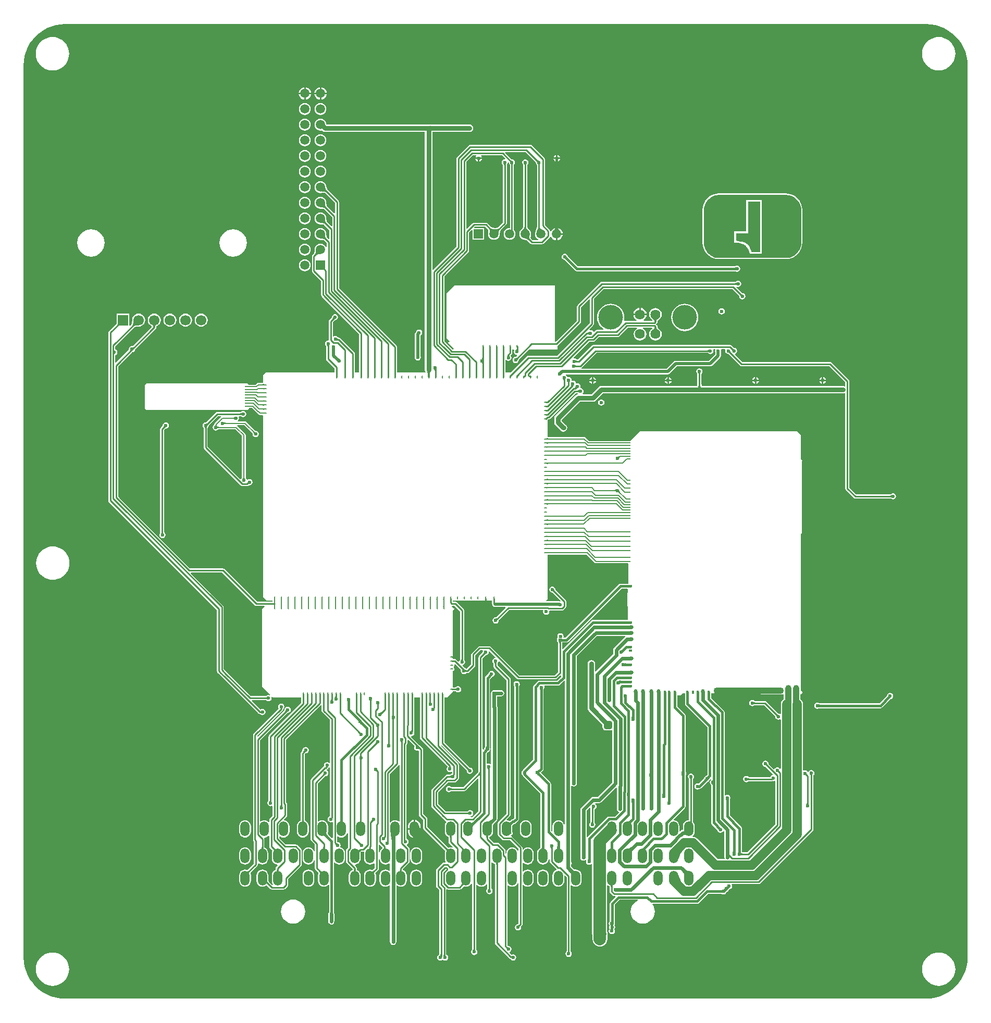
<source format=gbl>
G04*
G04 #@! TF.GenerationSoftware,Altium Limited,Altium Designer,20.0.10 (225)*
G04*
G04 Layer_Physical_Order=2*
G04 Layer_Color=16711680*
%FSLAX25Y25*%
%MOIN*%
G70*
G01*
G75*
%ADD14C,0.00787*%
%ADD15C,0.01575*%
%ADD36C,0.15748*%
%ADD70R,0.06693X0.06693*%
%ADD71C,0.06693*%
%ADD72C,0.02362*%
G04:AMPARAMS|DCode=83|XSize=7.87mil|YSize=294.88mil|CornerRadius=3.94mil|HoleSize=0mil|Usage=FLASHONLY|Rotation=180.000|XOffset=0mil|YOffset=0mil|HoleType=Round|Shape=RoundedRectangle|*
%AMROUNDEDRECTD83*
21,1,0.00787,0.28701,0,0,180.0*
21,1,0.00000,0.29488,0,0,180.0*
1,1,0.00787,0.00000,0.14350*
1,1,0.00787,0.00000,0.14350*
1,1,0.00787,0.00000,-0.14350*
1,1,0.00787,0.00000,-0.14350*
%
%ADD83ROUNDEDRECTD83*%
G04:AMPARAMS|DCode=84|XSize=7.87mil|YSize=86.22mil|CornerRadius=3.94mil|HoleSize=0mil|Usage=FLASHONLY|Rotation=135.000|XOffset=0mil|YOffset=0mil|HoleType=Round|Shape=RoundedRectangle|*
%AMROUNDEDRECTD84*
21,1,0.00787,0.07835,0,0,135.0*
21,1,0.00000,0.08622,0,0,135.0*
1,1,0.00787,0.02770,0.02770*
1,1,0.00787,0.02770,0.02770*
1,1,0.00787,-0.02770,-0.02770*
1,1,0.00787,-0.02770,-0.02770*
%
%ADD84ROUNDEDRECTD84*%
G04:AMPARAMS|DCode=85|XSize=7.87mil|YSize=651.58mil|CornerRadius=3.94mil|HoleSize=0mil|Usage=FLASHONLY|Rotation=270.000|XOffset=0mil|YOffset=0mil|HoleType=Round|Shape=RoundedRectangle|*
%AMROUNDEDRECTD85*
21,1,0.00787,0.64370,0,0,270.0*
21,1,0.00000,0.65158,0,0,270.0*
1,1,0.00787,-0.32185,0.00000*
1,1,0.00787,-0.32185,0.00000*
1,1,0.00787,0.32185,0.00000*
1,1,0.00787,0.32185,0.00000*
%
%ADD85ROUNDEDRECTD85*%
%ADD102O,0.03937X0.05906*%
%ADD105O,0.03150X0.02362*%
%ADD138C,0.00984*%
%ADD139C,0.03150*%
%ADD140C,0.01968*%
%ADD141C,0.05906*%
%ADD142C,0.07874*%
%ADD143C,0.03937*%
%ADD144C,0.02362*%
%ADD145O,0.05906X0.09449*%
%ADD146C,0.06400*%
%ADD147R,0.05906X0.05906*%
%ADD148C,0.05906*%
%ADD149R,0.05906X0.05906*%
G04:AMPARAMS|DCode=150|XSize=9.84mil|YSize=19.68mil|CornerRadius=4.92mil|HoleSize=0mil|Usage=FLASHONLY|Rotation=180.000|XOffset=0mil|YOffset=0mil|HoleType=Round|Shape=RoundedRectangle|*
%AMROUNDEDRECTD150*
21,1,0.00984,0.00984,0,0,180.0*
21,1,0.00000,0.01968,0,0,180.0*
1,1,0.00984,0.00000,0.00492*
1,1,0.00984,0.00000,0.00492*
1,1,0.00984,0.00000,-0.00492*
1,1,0.00984,0.00000,-0.00492*
%
%ADD150ROUNDEDRECTD150*%
G04:AMPARAMS|DCode=151|XSize=7.87mil|YSize=368.9mil|CornerRadius=3.94mil|HoleSize=0mil|Usage=FLASHONLY|Rotation=0.000|XOffset=0mil|YOffset=0mil|HoleType=Round|Shape=RoundedRectangle|*
%AMROUNDEDRECTD151*
21,1,0.00787,0.36102,0,0,0.0*
21,1,0.00000,0.36890,0,0,0.0*
1,1,0.00787,0.00000,-0.18051*
1,1,0.00787,0.00000,-0.18051*
1,1,0.00787,0.00000,0.18051*
1,1,0.00787,0.00000,0.18051*
%
%ADD151ROUNDEDRECTD151*%
G04:AMPARAMS|DCode=152|XSize=7.87mil|YSize=31.5mil|CornerRadius=3.94mil|HoleSize=0mil|Usage=FLASHONLY|Rotation=225.000|XOffset=0mil|YOffset=0mil|HoleType=Round|Shape=RoundedRectangle|*
%AMROUNDEDRECTD152*
21,1,0.00787,0.02362,0,0,225.0*
21,1,0.00000,0.03150,0,0,225.0*
1,1,0.00787,-0.00835,0.00835*
1,1,0.00787,-0.00835,0.00835*
1,1,0.00787,0.00835,-0.00835*
1,1,0.00787,0.00835,-0.00835*
%
%ADD152ROUNDEDRECTD152*%
%ADD153O,0.01575X0.00787*%
%ADD154O,0.02362X0.01575*%
%ADD155O,0.02362X0.03150*%
%ADD156O,0.44882X0.04331*%
%ADD157O,0.01575X0.02362*%
%ADD158O,0.01575X0.00787*%
G04:AMPARAMS|DCode=159|XSize=9.84mil|YSize=19.68mil|CornerRadius=4.92mil|HoleSize=0mil|Usage=FLASHONLY|Rotation=90.000|XOffset=0mil|YOffset=0mil|HoleType=Round|Shape=RoundedRectangle|*
%AMROUNDEDRECTD159*
21,1,0.00984,0.00984,0,0,90.0*
21,1,0.00000,0.01968,0,0,90.0*
1,1,0.00984,0.00492,0.00000*
1,1,0.00984,0.00492,0.00000*
1,1,0.00984,-0.00492,0.00000*
1,1,0.00984,-0.00492,0.00000*
%
%ADD159ROUNDEDRECTD159*%
G36*
X581693Y624629D02*
X584608Y624133D01*
X587449Y623315D01*
X590181Y622183D01*
X592769Y620753D01*
X595181Y619042D01*
X597386Y617071D01*
X599357Y614866D01*
X601068Y612455D01*
X602498Y609867D01*
X603630Y607134D01*
X604449Y604293D01*
X604944Y601378D01*
X605106Y598483D01*
X605095Y598425D01*
Y27559D01*
X605106Y27502D01*
X604944Y24607D01*
X604449Y21691D01*
X603630Y18850D01*
X602498Y16118D01*
X601068Y13530D01*
X599357Y11118D01*
X597386Y8913D01*
X595181Y6943D01*
X592769Y5231D01*
X590181Y3801D01*
X587449Y2669D01*
X584608Y1851D01*
X581693Y1355D01*
X578797Y1193D01*
X578740Y1204D01*
X27559D01*
X27502Y1193D01*
X24607Y1355D01*
X21691Y1851D01*
X18850Y2669D01*
X16118Y3801D01*
X13530Y5231D01*
X11118Y6943D01*
X8913Y8913D01*
X6943Y11118D01*
X5231Y13530D01*
X3801Y16118D01*
X2669Y18850D01*
X1851Y21691D01*
X1355Y24607D01*
X1193Y27502D01*
X1204Y27559D01*
Y598425D01*
X1193Y598483D01*
X1355Y601378D01*
X1851Y604293D01*
X2669Y607134D01*
X3801Y609867D01*
X5231Y612455D01*
X6943Y614866D01*
X8913Y617071D01*
X11118Y619042D01*
X13530Y620753D01*
X16118Y622183D01*
X18850Y623315D01*
X21691Y624133D01*
X24607Y624629D01*
X27502Y624791D01*
X27559Y624780D01*
X578740D01*
X578797Y624791D01*
X581693Y624629D01*
D02*
G37*
%LPC*%
G36*
X586614Y616568D02*
X584946Y616437D01*
X583319Y616046D01*
X581773Y615406D01*
X580347Y614532D01*
X579074Y613445D01*
X577988Y612173D01*
X577114Y610746D01*
X576473Y609200D01*
X576083Y607574D01*
X575951Y605905D01*
X576083Y604238D01*
X576473Y602610D01*
X577114Y601065D01*
X577988Y599638D01*
X579074Y598366D01*
X580347Y597279D01*
X581773Y596405D01*
X583319Y595765D01*
X584946Y595374D01*
X586614Y595243D01*
X588282Y595374D01*
X589909Y595765D01*
X591455Y596405D01*
X592882Y597279D01*
X594154Y598366D01*
X595240Y599638D01*
X596115Y601065D01*
X596755Y602610D01*
X597146Y604238D01*
X597277Y605905D01*
X597146Y607574D01*
X596755Y609200D01*
X596115Y610746D01*
X595240Y612173D01*
X594154Y613445D01*
X592882Y614532D01*
X591455Y615406D01*
X589909Y616046D01*
X588282Y616437D01*
X586614Y616568D01*
D02*
G37*
G36*
X19685D02*
X18017Y616437D01*
X16390Y616046D01*
X14844Y615406D01*
X13418Y614532D01*
X12145Y613445D01*
X11059Y612173D01*
X10184Y610746D01*
X9544Y609200D01*
X9154Y607574D01*
X9022Y605905D01*
X9154Y604238D01*
X9544Y602610D01*
X10184Y601065D01*
X11059Y599638D01*
X12145Y598366D01*
X13418Y597279D01*
X14844Y596405D01*
X16390Y595765D01*
X18017Y595374D01*
X19685Y595243D01*
X21353Y595374D01*
X22980Y595765D01*
X24526Y596405D01*
X25953Y597279D01*
X27225Y598366D01*
X28311Y599638D01*
X29186Y601065D01*
X29826Y602610D01*
X30217Y604238D01*
X30348Y605905D01*
X30217Y607574D01*
X29826Y609200D01*
X29186Y610746D01*
X28311Y612173D01*
X27225Y613445D01*
X25953Y614532D01*
X24526Y615406D01*
X22980Y616046D01*
X21353Y616437D01*
X19685Y616568D01*
D02*
G37*
G36*
X191642Y584394D02*
Y580972D01*
X195063D01*
X194993Y581504D01*
X194595Y582466D01*
X193961Y583292D01*
X193135Y583925D01*
X192174Y584323D01*
X191642Y584394D01*
D02*
G37*
G36*
X181642D02*
Y580972D01*
X185063D01*
X184993Y581504D01*
X184595Y582466D01*
X183961Y583292D01*
X183135Y583925D01*
X182174Y584323D01*
X181642Y584394D01*
D02*
G37*
G36*
X190642D02*
X190110Y584323D01*
X189148Y583925D01*
X188323Y583292D01*
X187689Y582466D01*
X187291Y581504D01*
X187221Y580972D01*
X190642D01*
Y584394D01*
D02*
G37*
G36*
X180642D02*
X180110Y584323D01*
X179148Y583925D01*
X178323Y583292D01*
X177689Y582466D01*
X177291Y581504D01*
X177221Y580972D01*
X180642D01*
Y584394D01*
D02*
G37*
G36*
X190642Y579973D02*
X187221D01*
X187291Y579441D01*
X187689Y578479D01*
X188323Y577653D01*
X189148Y577020D01*
X190110Y576621D01*
X190642Y576551D01*
Y579973D01*
D02*
G37*
G36*
X180642D02*
X177221D01*
X177291Y579441D01*
X177689Y578479D01*
X178323Y577653D01*
X179148Y577020D01*
X180110Y576621D01*
X180642Y576551D01*
Y579973D01*
D02*
G37*
G36*
X195063D02*
X191642D01*
Y576551D01*
X192174Y576621D01*
X193135Y577020D01*
X193961Y577653D01*
X194595Y578479D01*
X194993Y579441D01*
X195063Y579973D01*
D02*
G37*
G36*
X185063D02*
X181642D01*
Y576551D01*
X182174Y576621D01*
X183135Y577020D01*
X183961Y577653D01*
X184595Y578479D01*
X184993Y579441D01*
X185063Y579973D01*
D02*
G37*
G36*
X191142Y574245D02*
X190165Y574116D01*
X189255Y573739D01*
X188474Y573140D01*
X187875Y572359D01*
X187498Y571449D01*
X187369Y570472D01*
X187498Y569496D01*
X187875Y568586D01*
X188474Y567805D01*
X189255Y567205D01*
X190165Y566829D01*
X191142Y566700D01*
X192118Y566829D01*
X193028Y567205D01*
X193809Y567805D01*
X194409Y568586D01*
X194786Y569496D01*
X194914Y570472D01*
X194786Y571449D01*
X194409Y572359D01*
X193809Y573140D01*
X193028Y573739D01*
X192118Y574116D01*
X191142Y574245D01*
D02*
G37*
G36*
X181142D02*
X180165Y574116D01*
X179255Y573739D01*
X178474Y573140D01*
X177875Y572359D01*
X177498Y571449D01*
X177369Y570472D01*
X177498Y569496D01*
X177875Y568586D01*
X178474Y567805D01*
X179255Y567205D01*
X180165Y566829D01*
X181142Y566700D01*
X182118Y566829D01*
X183028Y567205D01*
X183809Y567805D01*
X184409Y568586D01*
X184786Y569496D01*
X184914Y570472D01*
X184786Y571449D01*
X184409Y572359D01*
X183809Y573140D01*
X183028Y573739D01*
X182118Y574116D01*
X181142Y574245D01*
D02*
G37*
G36*
Y564245D02*
X180165Y564116D01*
X179255Y563739D01*
X178474Y563140D01*
X177875Y562359D01*
X177498Y561449D01*
X177369Y560472D01*
X177498Y559496D01*
X177875Y558586D01*
X178474Y557805D01*
X179255Y557205D01*
X180165Y556829D01*
X181142Y556700D01*
X182118Y556829D01*
X183028Y557205D01*
X183809Y557805D01*
X184409Y558586D01*
X184786Y559496D01*
X184914Y560472D01*
X184786Y561449D01*
X184409Y562359D01*
X183809Y563140D01*
X183028Y563739D01*
X182118Y564116D01*
X181142Y564245D01*
D02*
G37*
G36*
X191142Y554245D02*
X190165Y554116D01*
X189255Y553740D01*
X188474Y553140D01*
X187875Y552359D01*
X187498Y551449D01*
X187369Y550472D01*
X187498Y549496D01*
X187875Y548586D01*
X188474Y547805D01*
X189255Y547205D01*
X190165Y546829D01*
X191142Y546700D01*
X192118Y546829D01*
X193028Y547205D01*
X193809Y547805D01*
X194409Y548586D01*
X194786Y549496D01*
X194914Y550472D01*
X194786Y551449D01*
X194409Y552359D01*
X193809Y553140D01*
X193028Y553740D01*
X192118Y554116D01*
X191142Y554245D01*
D02*
G37*
G36*
X181142D02*
X180165Y554116D01*
X179255Y553740D01*
X178474Y553140D01*
X177875Y552359D01*
X177498Y551449D01*
X177369Y550472D01*
X177498Y549496D01*
X177875Y548586D01*
X178474Y547805D01*
X179255Y547205D01*
X180165Y546829D01*
X181142Y546700D01*
X182118Y546829D01*
X183028Y547205D01*
X183809Y547805D01*
X184409Y548586D01*
X184786Y549496D01*
X184914Y550472D01*
X184786Y551449D01*
X184409Y552359D01*
X183809Y553140D01*
X183028Y553740D01*
X182118Y554116D01*
X181142Y554245D01*
D02*
G37*
G36*
X342839Y541136D02*
Y539512D01*
X344463D01*
X344393Y539863D01*
X343911Y540585D01*
X343190Y541067D01*
X342839Y541136D01*
D02*
G37*
G36*
X341839D02*
X341488Y541067D01*
X340766Y540585D01*
X340284Y539863D01*
X340214Y539512D01*
X341839D01*
Y541136D01*
D02*
G37*
G36*
Y538512D02*
X340214D01*
X340284Y538161D01*
X340766Y537440D01*
X341488Y536958D01*
X341839Y536888D01*
Y537483D01*
X341445Y537531D01*
X341439Y538246D01*
X341839Y538210D01*
Y538512D01*
D02*
G37*
G36*
X344463D02*
X342839D01*
Y538120D01*
X343086Y538098D01*
X343074Y538080D01*
X343062Y538050D01*
X343052Y538006D01*
X343044Y537950D01*
X343030Y537798D01*
X343020Y537473D01*
X343020Y537338D01*
X342839Y537361D01*
Y536888D01*
X343190Y536958D01*
X343911Y537440D01*
X344393Y538161D01*
X344463Y538512D01*
D02*
G37*
G36*
X191142Y544245D02*
X190165Y544116D01*
X189255Y543740D01*
X188474Y543140D01*
X187875Y542359D01*
X187498Y541449D01*
X187369Y540472D01*
X187498Y539496D01*
X187875Y538586D01*
X188474Y537805D01*
X189255Y537205D01*
X190165Y536829D01*
X191142Y536700D01*
X192118Y536829D01*
X193028Y537205D01*
X193809Y537805D01*
X194409Y538586D01*
X194786Y539496D01*
X194914Y540472D01*
X194786Y541449D01*
X194409Y542359D01*
X193809Y543140D01*
X193028Y543740D01*
X192118Y544116D01*
X191142Y544245D01*
D02*
G37*
G36*
X181142D02*
X180165Y544116D01*
X179255Y543740D01*
X178474Y543140D01*
X177875Y542359D01*
X177498Y541449D01*
X177369Y540472D01*
X177498Y539496D01*
X177875Y538586D01*
X178474Y537805D01*
X179255Y537205D01*
X180165Y536829D01*
X181142Y536700D01*
X182118Y536829D01*
X183028Y537205D01*
X183809Y537805D01*
X184409Y538586D01*
X184786Y539496D01*
X184914Y540472D01*
X184786Y541449D01*
X184409Y542359D01*
X183809Y543140D01*
X183028Y543740D01*
X182118Y544116D01*
X181142Y544245D01*
D02*
G37*
G36*
X191142Y534245D02*
X190165Y534116D01*
X189255Y533740D01*
X188474Y533140D01*
X187875Y532359D01*
X187498Y531449D01*
X187369Y530472D01*
X187498Y529496D01*
X187875Y528586D01*
X188474Y527805D01*
X189255Y527205D01*
X190165Y526829D01*
X191142Y526700D01*
X192118Y526829D01*
X193028Y527205D01*
X193809Y527805D01*
X194409Y528586D01*
X194786Y529496D01*
X194914Y530472D01*
X194786Y531449D01*
X194409Y532359D01*
X193809Y533140D01*
X193028Y533740D01*
X192118Y534116D01*
X191142Y534245D01*
D02*
G37*
G36*
X181142D02*
X180165Y534116D01*
X179255Y533740D01*
X178474Y533140D01*
X177875Y532359D01*
X177498Y531449D01*
X177369Y530472D01*
X177498Y529496D01*
X177875Y528586D01*
X178474Y527805D01*
X179255Y527205D01*
X180165Y526829D01*
X181142Y526700D01*
X182118Y526829D01*
X183028Y527205D01*
X183809Y527805D01*
X184409Y528586D01*
X184786Y529496D01*
X184914Y530472D01*
X184786Y531449D01*
X184409Y532359D01*
X183809Y533140D01*
X183028Y533740D01*
X182118Y534116D01*
X181142Y534245D01*
D02*
G37*
G36*
Y524245D02*
X180165Y524116D01*
X179255Y523739D01*
X178474Y523140D01*
X177875Y522359D01*
X177498Y521449D01*
X177369Y520472D01*
X177498Y519496D01*
X177875Y518586D01*
X178474Y517805D01*
X179255Y517205D01*
X180165Y516829D01*
X181142Y516700D01*
X182118Y516829D01*
X183028Y517205D01*
X183809Y517805D01*
X184409Y518586D01*
X184786Y519496D01*
X184914Y520472D01*
X184786Y521449D01*
X184409Y522359D01*
X183809Y523140D01*
X183028Y523739D01*
X182118Y524116D01*
X181142Y524245D01*
D02*
G37*
G36*
X488907Y516476D02*
X488866Y516467D01*
X488866Y516467D01*
X488417Y516466D01*
X488417Y516466D01*
X446396D01*
X445935Y516468D01*
X445935Y516468D01*
X445907Y516474D01*
X445898Y516472D01*
X445898Y516468D01*
X445896Y516466D01*
X445879Y516462D01*
X444308Y516339D01*
X442711Y515955D01*
X441194Y515327D01*
X439794Y514469D01*
X438546Y513403D01*
X437480Y512154D01*
X436622Y510754D01*
X435993Y509237D01*
X435610Y507641D01*
X435492Y506143D01*
X435473Y506049D01*
X435414Y485232D01*
X435471Y484940D01*
X435600Y483304D01*
X435984Y481707D01*
X436612Y480191D01*
X436771Y479932D01*
X436774Y479922D01*
X436780Y479916D01*
X437470Y478791D01*
X438536Y477542D01*
X438976Y477166D01*
Y477068D01*
X439091D01*
X439785Y476476D01*
X441185Y475618D01*
X442702Y474990D01*
X444298Y474606D01*
X445705Y474495D01*
X445886Y474460D01*
X488407D01*
X488799Y474459D01*
X488890Y474461D01*
X488898Y474459D01*
X488907Y474461D01*
X488906Y474469D01*
X490497Y474594D01*
X492094Y474978D01*
X493610Y475606D01*
X495010Y476464D01*
X496259Y477530D01*
X497325Y478779D01*
X498183Y480179D01*
X498812Y481696D01*
X499195Y483292D01*
X499324Y484929D01*
X499323Y484934D01*
X499330Y484967D01*
Y505462D01*
X499338Y505959D01*
X499330Y506240D01*
X499306Y506362D01*
X499299Y506442D01*
X499205Y507643D01*
X498821Y509239D01*
X498193Y510756D01*
X497335Y512156D01*
X496269Y513405D01*
X495020Y514471D01*
X493620Y515329D01*
X492103Y515957D01*
X490507Y516341D01*
X488916Y516466D01*
X488916Y516474D01*
X488907Y516476D01*
D02*
G37*
G36*
X181142Y514245D02*
X180165Y514116D01*
X179255Y513739D01*
X178474Y513140D01*
X177875Y512359D01*
X177498Y511449D01*
X177369Y510472D01*
X177498Y509496D01*
X177875Y508586D01*
X178474Y507805D01*
X179255Y507205D01*
X180165Y506829D01*
X181142Y506700D01*
X182118Y506829D01*
X183028Y507205D01*
X183809Y507805D01*
X184409Y508586D01*
X184786Y509496D01*
X184914Y510472D01*
X184786Y511449D01*
X184409Y512359D01*
X183809Y513140D01*
X183028Y513739D01*
X182118Y514116D01*
X181142Y514245D01*
D02*
G37*
G36*
Y504245D02*
X180165Y504116D01*
X179255Y503740D01*
X178474Y503140D01*
X177875Y502359D01*
X177498Y501449D01*
X177369Y500472D01*
X177498Y499496D01*
X177875Y498586D01*
X178474Y497805D01*
X179255Y497205D01*
X180165Y496829D01*
X181142Y496700D01*
X182118Y496829D01*
X183028Y497205D01*
X183809Y497805D01*
X184409Y498586D01*
X184786Y499496D01*
X184914Y500472D01*
X184786Y501449D01*
X184409Y502359D01*
X183809Y503140D01*
X183028Y503740D01*
X182118Y504116D01*
X181142Y504245D01*
D02*
G37*
G36*
X343127Y494406D02*
X343132Y494387D01*
X343219Y494134D01*
X343332Y493880D01*
X343469Y493623D01*
X343631Y493366D01*
X343818Y493107D01*
X344030Y492846D01*
X344268Y492584D01*
X342626Y492643D01*
Y491051D01*
X346047D01*
X345977Y491583D01*
X345579Y492545D01*
X344945Y493370D01*
X344119Y494004D01*
X343158Y494402D01*
X343127Y494406D01*
D02*
G37*
G36*
X181142Y494245D02*
X180165Y494116D01*
X179255Y493740D01*
X178474Y493140D01*
X177875Y492359D01*
X177498Y491449D01*
X177369Y490472D01*
X177498Y489496D01*
X177875Y488586D01*
X178474Y487805D01*
X179255Y487205D01*
X180165Y486829D01*
X181142Y486700D01*
X182118Y486829D01*
X183028Y487205D01*
X183809Y487805D01*
X184409Y488586D01*
X184786Y489496D01*
X184914Y490472D01*
X184786Y491449D01*
X184409Y492359D01*
X183809Y493140D01*
X183028Y493740D01*
X182118Y494116D01*
X181142Y494245D01*
D02*
G37*
G36*
X191142Y564245D02*
X190165Y564116D01*
X189255Y563739D01*
X188474Y563140D01*
X187875Y562359D01*
X187498Y561449D01*
X187369Y560472D01*
X187498Y559496D01*
X187875Y558586D01*
X188474Y557805D01*
X189255Y557205D01*
X190165Y556829D01*
X191142Y556700D01*
X192118Y556829D01*
X192123Y556831D01*
X192369Y556584D01*
X193151Y556062D01*
X194072Y555879D01*
X257926D01*
Y413484D01*
Y403445D01*
X258109Y402523D01*
X258317Y402213D01*
X258081Y401772D01*
X239986Y401772D01*
Y418406D01*
X239886Y418905D01*
X239603Y419328D01*
X202978Y455954D01*
Y510925D01*
X202878Y511424D01*
X202596Y511848D01*
X195667Y518777D01*
X195615Y518854D01*
X195427Y519229D01*
X195340Y519445D01*
X194906Y520883D01*
X194805Y521301D01*
X194786Y521449D01*
X194409Y522359D01*
X193809Y523140D01*
X193028Y523739D01*
X192118Y524116D01*
X191142Y524245D01*
X190165Y524116D01*
X189255Y523739D01*
X188474Y523140D01*
X187875Y522359D01*
X187498Y521449D01*
X187369Y520472D01*
X187498Y519496D01*
X187875Y518586D01*
X188474Y517805D01*
X189255Y517205D01*
X190165Y516829D01*
X191142Y516700D01*
X192118Y516829D01*
X192199Y516862D01*
X192397Y516907D01*
X192701Y516957D01*
X192975Y516984D01*
X193217Y516989D01*
X193427Y516975D01*
X193603Y516944D01*
X193749Y516900D01*
X193869Y516847D01*
X193968Y516784D01*
X193977Y516777D01*
X200369Y510385D01*
Y503842D01*
X199907Y503651D01*
X195348Y508210D01*
X195280Y508314D01*
X195209Y508457D01*
X195139Y508639D01*
X195074Y508861D01*
X195018Y509121D01*
X194972Y509410D01*
X194909Y510129D01*
X194902Y510376D01*
X194914Y510472D01*
X194786Y511449D01*
X194409Y512359D01*
X193809Y513140D01*
X193028Y513739D01*
X192118Y514116D01*
X191142Y514245D01*
X190165Y514116D01*
X189255Y513739D01*
X188474Y513140D01*
X187875Y512359D01*
X187498Y511449D01*
X187369Y510472D01*
X187498Y509496D01*
X187875Y508586D01*
X188474Y507805D01*
X189255Y507205D01*
X190165Y506829D01*
X191142Y506700D01*
X191281Y506718D01*
X192025Y506715D01*
X192341Y506693D01*
X192630Y506657D01*
X192882Y506608D01*
X193097Y506550D01*
X193274Y506486D01*
X193413Y506418D01*
X193517Y506350D01*
X198597Y501271D01*
Y495614D01*
X198135Y495423D01*
X195348Y498210D01*
X195280Y498314D01*
X195209Y498456D01*
X195139Y498639D01*
X195074Y498861D01*
X195018Y499121D01*
X194972Y499409D01*
X194909Y500129D01*
X194902Y500376D01*
X194914Y500472D01*
X194786Y501449D01*
X194409Y502359D01*
X193809Y503140D01*
X193028Y503740D01*
X192118Y504116D01*
X191142Y504245D01*
X190165Y504116D01*
X189255Y503740D01*
X188474Y503140D01*
X187875Y502359D01*
X187498Y501449D01*
X187369Y500472D01*
X187498Y499496D01*
X187875Y498586D01*
X188474Y497805D01*
X189255Y497205D01*
X190165Y496829D01*
X191142Y496700D01*
X191281Y496718D01*
X192025Y496715D01*
X192341Y496693D01*
X192630Y496657D01*
X192882Y496608D01*
X193097Y496550D01*
X193274Y496486D01*
X193413Y496418D01*
X193517Y496350D01*
X196825Y493042D01*
Y487386D01*
X196363Y487194D01*
X195348Y488210D01*
X195280Y488313D01*
X195209Y488456D01*
X195139Y488639D01*
X195074Y488861D01*
X195018Y489121D01*
X194972Y489409D01*
X194909Y490129D01*
X194902Y490376D01*
X194914Y490472D01*
X194786Y491449D01*
X194409Y492359D01*
X193809Y493140D01*
X193028Y493740D01*
X192118Y494116D01*
X191142Y494245D01*
X190165Y494116D01*
X189255Y493740D01*
X188474Y493140D01*
X187875Y492359D01*
X187498Y491449D01*
X187369Y490472D01*
X187498Y489496D01*
X187875Y488586D01*
X188474Y487805D01*
X189255Y487205D01*
X190165Y486829D01*
X191142Y486700D01*
X191281Y486718D01*
X192025Y486715D01*
X192341Y486693D01*
X192630Y486657D01*
X192882Y486608D01*
X193097Y486550D01*
X193274Y486486D01*
X193413Y486418D01*
X193517Y486350D01*
X195054Y484814D01*
Y482108D01*
X194554Y482009D01*
X194409Y482359D01*
X193809Y483140D01*
X193028Y483740D01*
X192118Y484116D01*
X191142Y484245D01*
X190165Y484116D01*
X189255Y483740D01*
X188474Y483140D01*
X187875Y482359D01*
X187498Y481449D01*
X187369Y480472D01*
X187382Y480376D01*
X187374Y480129D01*
X187312Y479410D01*
X187266Y479121D01*
X187209Y478861D01*
X187144Y478639D01*
X187074Y478456D01*
X187003Y478313D01*
X186936Y478210D01*
X185987Y477261D01*
X185704Y476838D01*
X185605Y476339D01*
Y466990D01*
X185704Y466490D01*
X185987Y466067D01*
X191510Y460544D01*
Y451637D01*
X191610Y451138D01*
X191893Y450715D01*
X192048Y450559D01*
X192102Y450288D01*
X192385Y449865D01*
X215723Y426526D01*
Y401772D01*
X213096D01*
Y413898D01*
X212997Y414397D01*
X212714Y414820D01*
X203529Y424005D01*
X203105Y424288D01*
X202606Y424387D01*
X202409D01*
X202379Y424393D01*
X202355Y424400D01*
X202350Y424402D01*
X202334Y424423D01*
X202286Y424470D01*
X202088Y424766D01*
X201437Y425201D01*
X200669Y425353D01*
X199901Y425201D01*
X199541Y424960D01*
X199041Y425227D01*
Y434145D01*
X200140Y435244D01*
X200175Y435270D01*
X200214Y435294D01*
X200247Y435311D01*
X200274Y435323D01*
X200298Y435330D01*
X200299Y435331D01*
X200374Y435316D01*
X201142Y435468D01*
X201793Y435904D01*
X202228Y436555D01*
X202381Y437323D01*
X202228Y438091D01*
X201793Y438742D01*
X201142Y439177D01*
X200374Y439330D01*
X199606Y439177D01*
X198955Y438742D01*
X198520Y438091D01*
X198367Y437323D01*
X198382Y437248D01*
X198382Y437247D01*
X198374Y437223D01*
X198362Y437196D01*
X198345Y437163D01*
X198321Y437124D01*
X198295Y437089D01*
X196814Y435607D01*
X196531Y435184D01*
X196432Y434685D01*
Y422833D01*
X196043Y422401D01*
X195275Y422248D01*
X194624Y421813D01*
X194189Y421162D01*
X194036Y420394D01*
X194189Y419626D01*
X194624Y418974D01*
X194688Y418932D01*
X194688Y418931D01*
X194699Y418909D01*
X194711Y418881D01*
X194722Y418846D01*
X194732Y418801D01*
X194739Y418758D01*
Y410551D01*
X194838Y410052D01*
X195121Y409629D01*
X200093Y404657D01*
Y401772D01*
X156047D01*
X154531Y400289D01*
X154524Y395302D01*
X154483Y395299D01*
X151280D01*
X151280Y395299D01*
X150819Y395207D01*
X150428Y394946D01*
X149503Y394021D01*
X145349D01*
X144587Y394783D01*
X79626D01*
X78642Y393799D01*
Y379035D01*
X79626Y378051D01*
X144587D01*
X145571Y379035D01*
Y379180D01*
X147278D01*
X150381Y376078D01*
X150381Y376078D01*
X150642Y375903D01*
X151491Y375054D01*
X151882Y374793D01*
X152342Y374701D01*
X154140D01*
X154493Y374347D01*
X154321Y258317D01*
X156622Y256016D01*
Y255942D01*
X160548D01*
Y255242D01*
X150540D01*
X129663Y276119D01*
X129239Y276402D01*
X128740Y276501D01*
X107573D01*
X62313Y321762D01*
X61639Y322436D01*
Y405857D01*
X70486Y414704D01*
X70549Y414755D01*
X70586Y414780D01*
X70628Y414805D01*
X70666Y414823D01*
X70700Y414837D01*
X70731Y414847D01*
X70759Y414854D01*
X70818Y414863D01*
X70881Y414885D01*
X71339Y414976D01*
X71990Y415412D01*
X72425Y416063D01*
X72516Y416521D01*
X72539Y416584D01*
X72548Y416643D01*
X72554Y416671D01*
X72564Y416702D01*
X72578Y416735D01*
X72597Y416773D01*
X72622Y416816D01*
X72646Y416853D01*
X72698Y416916D01*
X85686Y429904D01*
X85969Y430328D01*
X86068Y430827D01*
Y430987D01*
X86084Y431094D01*
X86111Y431199D01*
X86145Y431289D01*
X86187Y431368D01*
X86237Y431440D01*
X86299Y431508D01*
X86375Y431575D01*
X86471Y431641D01*
X86620Y431723D01*
X86631Y431732D01*
X86848Y431822D01*
X87712Y432485D01*
X88375Y433348D01*
X88791Y434354D01*
X88933Y435433D01*
X88791Y436512D01*
X88375Y437518D01*
X87712Y438381D01*
X86848Y439044D01*
X85843Y439461D01*
X84764Y439603D01*
X83685Y439461D01*
X82679Y439044D01*
X81815Y438381D01*
X81153Y437518D01*
X80736Y436512D01*
X80594Y435433D01*
X80736Y434354D01*
X81153Y433348D01*
X81815Y432485D01*
X82679Y431822D01*
X82897Y431732D01*
X82907Y431723D01*
X83057Y431641D01*
X83146Y431266D01*
X83142Y431050D01*
X70950Y418858D01*
X70920Y418836D01*
X70890Y418819D01*
X70867Y418808D01*
X70852Y418802D01*
X70842Y418800D01*
X70836Y418799D01*
X70831Y418799D01*
X70782Y418803D01*
X70761Y418800D01*
X70571Y418838D01*
X69803Y418685D01*
X69152Y418250D01*
X68717Y417599D01*
X68564Y416831D01*
X68602Y416641D01*
X68599Y416619D01*
X68603Y416570D01*
X68602Y416565D01*
X68602Y416560D01*
X68599Y416550D01*
X68594Y416535D01*
X68583Y416512D01*
X68565Y416482D01*
X68544Y416452D01*
X60330Y408238D01*
X59868Y408429D01*
Y412978D01*
X60020Y413008D01*
X60671Y413443D01*
X61106Y414094D01*
X61259Y414862D01*
X61106Y415630D01*
X60671Y416281D01*
X60020Y416716D01*
X59868Y416747D01*
Y418692D01*
X71988Y430812D01*
X72003Y430825D01*
X72125Y430902D01*
X72293Y430981D01*
X72507Y431057D01*
X72768Y431126D01*
X73074Y431184D01*
X73415Y431229D01*
X74257Y431281D01*
X74614Y431283D01*
X74764Y431264D01*
X75843Y431406D01*
X76849Y431822D01*
X77712Y432485D01*
X78375Y433348D01*
X78791Y434354D01*
X78933Y435433D01*
X78791Y436512D01*
X78375Y437518D01*
X77712Y438381D01*
X76849Y439044D01*
X75843Y439461D01*
X74764Y439603D01*
X73685Y439461D01*
X72679Y439044D01*
X71816Y438381D01*
X71153Y437518D01*
X70736Y436512D01*
X70594Y435433D01*
X70614Y435283D01*
X70612Y434926D01*
X70560Y434085D01*
X70515Y433743D01*
X70457Y433437D01*
X70388Y433177D01*
X70312Y432962D01*
X70233Y432795D01*
X70156Y432673D01*
X70143Y432657D01*
X69360Y431874D01*
X68898Y432065D01*
Y439567D01*
X60630D01*
Y433508D01*
X60627Y433491D01*
X60630Y433473D01*
Y433199D01*
X60597Y433152D01*
X60374Y432888D01*
X55869Y428383D01*
X55586Y427960D01*
X55487Y427461D01*
Y319882D01*
X55586Y319383D01*
X55869Y318959D01*
X124876Y249952D01*
Y210827D01*
X124976Y210328D01*
X125259Y209904D01*
X125787Y209376D01*
X125948Y209136D01*
X128427Y206656D01*
X128667Y206495D01*
X151440Y183723D01*
X151863Y183440D01*
X152362Y183341D01*
X152441D01*
X152518Y183227D01*
X153169Y182791D01*
X153937Y182639D01*
X154705Y182791D01*
X155356Y183227D01*
X155791Y183878D01*
X155944Y184646D01*
X155791Y185414D01*
X155356Y186065D01*
X154705Y186500D01*
X153937Y186653D01*
X153169Y186500D01*
X152680Y186173D01*
X147115Y191737D01*
X147307Y192199D01*
X156140D01*
X156183Y192193D01*
X156227Y192183D01*
X156263Y192172D01*
X156291Y192160D01*
X156313Y192149D01*
X156314Y192148D01*
X156356Y192085D01*
X157008Y191650D01*
X157776Y191497D01*
X158544Y191650D01*
X159195Y192085D01*
X159630Y192736D01*
X159783Y193504D01*
X159650Y194170D01*
X159969Y194423D01*
X160063Y194465D01*
X160433Y194095D01*
X178912D01*
Y190501D01*
X158231Y169820D01*
X157948Y169397D01*
X157849Y168898D01*
Y128013D01*
X157842Y127970D01*
X157832Y127926D01*
X157821Y127891D01*
X157810Y127862D01*
X157799Y127840D01*
X157798Y127840D01*
X157734Y127797D01*
X157299Y127146D01*
X157147Y126378D01*
X157299Y125610D01*
X157734Y124959D01*
X158386Y124524D01*
X159153Y124371D01*
X159908Y124521D01*
X159998Y124535D01*
X160408Y124251D01*
Y118158D01*
X158822Y116572D01*
X158539Y116149D01*
X158440Y115650D01*
Y114361D01*
X157966Y114200D01*
X157904Y114282D01*
X157122Y114881D01*
X156213Y115258D01*
X155236Y115387D01*
X154260Y115258D01*
X153350Y114881D01*
X152808Y114466D01*
X152308Y114712D01*
Y166409D01*
X169845Y183945D01*
X169880Y183970D01*
X169919Y183995D01*
X169951Y184012D01*
X169979Y184024D01*
X170003Y184031D01*
X170003Y184031D01*
X170079Y184017D01*
X170847Y184169D01*
X171498Y184604D01*
X171933Y185256D01*
X172086Y186024D01*
X171933Y186792D01*
X171498Y187443D01*
X170847Y187878D01*
X170079Y188031D01*
X169311Y187878D01*
X168659Y187443D01*
X168225Y186792D01*
X168072Y186024D01*
X168087Y185948D01*
X168087Y185948D01*
X168079Y185924D01*
X168067Y185896D01*
X168050Y185863D01*
X168026Y185825D01*
X168000Y185790D01*
X151232Y169022D01*
X150704Y169201D01*
X150671Y169442D01*
X166966Y185737D01*
X167249Y186160D01*
X167333Y186585D01*
X167463Y186671D01*
X167898Y187322D01*
X168050Y188091D01*
X167898Y188859D01*
X167463Y189510D01*
X166811Y189945D01*
X166043Y190098D01*
X165275Y189945D01*
X164624Y189510D01*
X164189Y188859D01*
X164036Y188091D01*
X164189Y187322D01*
X164459Y186919D01*
X148310Y170771D01*
X148027Y170347D01*
X147928Y169848D01*
Y102845D01*
X148027Y102345D01*
X148310Y101922D01*
X148400Y101832D01*
Y87450D01*
X144569Y83618D01*
X144513Y83571D01*
X144456Y83528D01*
X143890Y83762D01*
X142913Y83890D01*
X141937Y83762D01*
X141027Y83385D01*
X140246Y82786D01*
X139646Y82004D01*
X139269Y81094D01*
X139141Y80118D01*
Y76575D01*
X139269Y75598D01*
X139646Y74689D01*
X140246Y73907D01*
X141027Y73308D01*
X141937Y72931D01*
X142913Y72802D01*
X143890Y72931D01*
X144800Y73308D01*
X145581Y73907D01*
X146180Y74689D01*
X146557Y75598D01*
X146686Y76575D01*
Y80118D01*
X146557Y81094D01*
X146323Y81660D01*
X146366Y81718D01*
X146413Y81773D01*
X150627Y85987D01*
X150910Y86410D01*
X151009Y86909D01*
Y87650D01*
X151509Y87897D01*
X152051Y87481D01*
X152961Y87104D01*
X153937Y86976D01*
X154913Y87104D01*
X155823Y87481D01*
X156605Y88081D01*
X157204Y88862D01*
X157581Y89772D01*
X157709Y90748D01*
Y94291D01*
X157581Y95268D01*
X157204Y96178D01*
X156605Y96959D01*
X155823Y97558D01*
X155257Y97793D01*
X155247Y97864D01*
X155242Y97936D01*
Y103385D01*
X155158Y103804D01*
X155172Y103895D01*
X155209Y103980D01*
X155448Y104326D01*
X156213Y104427D01*
X157122Y104804D01*
X157904Y105403D01*
X157966Y105485D01*
X158440Y105324D01*
Y98559D01*
X158539Y98059D01*
X158822Y97636D01*
X160382Y96076D01*
X160428Y96022D01*
X160441Y96005D01*
X160136Y95268D01*
X160007Y94291D01*
Y90748D01*
X160136Y89772D01*
X160512Y88862D01*
X161112Y88081D01*
X161893Y87481D01*
X162803Y87104D01*
X163480Y87015D01*
X163659Y86487D01*
X162857Y85685D01*
X162574Y85262D01*
X162475Y84763D01*
Y83763D01*
X162469Y83691D01*
X162459Y83619D01*
X161893Y83385D01*
X161112Y82786D01*
X160512Y82004D01*
X160136Y81094D01*
X160007Y80118D01*
Y76575D01*
X160136Y75598D01*
X160512Y74689D01*
X160688Y74460D01*
X160471Y73921D01*
X160242Y73887D01*
X158146Y75983D01*
X157989Y76151D01*
X157873Y76294D01*
X157780Y76423D01*
X157715Y76529D01*
X157706Y76547D01*
X157709Y76575D01*
Y80118D01*
X157581Y81094D01*
X157204Y82004D01*
X156605Y82786D01*
X155823Y83385D01*
X154913Y83762D01*
X153937Y83890D01*
X152961Y83762D01*
X152051Y83385D01*
X151269Y82786D01*
X150670Y82004D01*
X150293Y81094D01*
X150165Y80118D01*
Y76575D01*
X150293Y75598D01*
X150670Y74689D01*
X151269Y73907D01*
X152051Y73308D01*
X152961Y72931D01*
X153937Y72802D01*
X154913Y72931D01*
X155823Y73308D01*
X156563Y73875D01*
X159018Y71420D01*
X159442Y71137D01*
X159941Y71038D01*
X167520D01*
X168019Y71137D01*
X168442Y71420D01*
X170115Y73093D01*
X170398Y73516D01*
X170498Y74016D01*
Y77806D01*
X178777Y86085D01*
X179060Y86509D01*
X179159Y87008D01*
Y96044D01*
X179060Y96544D01*
X178777Y96967D01*
X176298Y99446D01*
X175874Y99729D01*
X175375Y99828D01*
X168892D01*
X164631Y104089D01*
Y104973D01*
X165131Y105219D01*
X165673Y104804D01*
X166583Y104427D01*
X167559Y104298D01*
X168535Y104427D01*
X169445Y104804D01*
X170227Y105403D01*
X170826Y106185D01*
X171203Y107095D01*
X171332Y108071D01*
Y111614D01*
X171203Y112591D01*
X170826Y113500D01*
X170227Y114282D01*
X169445Y114881D01*
X168535Y115258D01*
X167807Y115354D01*
X167628Y115882D01*
X169328Y117581D01*
X169611Y118005D01*
X169710Y118504D01*
Y125541D01*
X169611Y126041D01*
X169328Y126464D01*
X169021Y126771D01*
Y166898D01*
X191404Y189281D01*
X191904Y189099D01*
Y185433D01*
X192003Y184934D01*
X192286Y184511D01*
X197219Y179578D01*
Y152088D01*
X196719Y151936D01*
X196695Y151972D01*
X196044Y152407D01*
X195276Y152560D01*
X194508Y152407D01*
X193856Y151972D01*
X193421Y151321D01*
X193269Y150553D01*
X193373Y150030D01*
X193236Y149938D01*
X185278Y141981D01*
X184995Y141558D01*
X184896Y141059D01*
Y103071D01*
X184995Y102572D01*
X185278Y102148D01*
X187573Y99853D01*
Y95386D01*
X187108Y95268D01*
X186732Y96178D01*
X186132Y96959D01*
X185351Y97558D01*
X184441Y97935D01*
X183465Y98064D01*
X182488Y97935D01*
X181578Y97558D01*
X180797Y96959D01*
X180198Y96178D01*
X179821Y95268D01*
X179692Y94291D01*
Y90748D01*
X179821Y89772D01*
X180198Y88862D01*
X180797Y88081D01*
X181578Y87481D01*
X182488Y87104D01*
X183465Y86976D01*
X184441Y87104D01*
X185351Y87481D01*
X186132Y88081D01*
X186732Y88862D01*
X187108Y89772D01*
X187573Y89653D01*
Y84547D01*
X187673Y84048D01*
X187955Y83625D01*
X189807Y81773D01*
X189854Y81718D01*
X189898Y81660D01*
X189663Y81094D01*
X189535Y80118D01*
Y76575D01*
X189663Y75598D01*
X190040Y74689D01*
X190640Y73907D01*
X191421Y73308D01*
X192331Y72931D01*
X193307Y72802D01*
X194283Y72931D01*
X195193Y73308D01*
X195975Y73907D01*
X196123Y74100D01*
X196623Y73931D01*
Y56741D01*
X196612Y56734D01*
X196177Y56083D01*
X196024Y55315D01*
Y50787D01*
X196177Y50019D01*
X196612Y49368D01*
X197263Y48933D01*
X197372Y48911D01*
X197614Y48750D01*
X198228Y48628D01*
X198843Y48750D01*
X199364Y49098D01*
X199712Y49619D01*
X199751Y49818D01*
X199886Y50019D01*
X200039Y50787D01*
Y55315D01*
X199886Y56083D01*
X199834Y56160D01*
Y88104D01*
X200334Y88274D01*
X200482Y88081D01*
X201263Y87481D01*
X202173Y87104D01*
X203150Y86976D01*
X204126Y87104D01*
X205036Y87481D01*
X205817Y88081D01*
X206417Y88862D01*
X206793Y89772D01*
X206922Y90748D01*
Y94291D01*
X206793Y95268D01*
X206417Y96178D01*
X205817Y96959D01*
X205036Y97558D01*
X204126Y97935D01*
X203883Y97967D01*
X203677Y98423D01*
X203823Y98641D01*
X203976Y99410D01*
X203823Y100178D01*
X203388Y100829D01*
X202737Y101264D01*
X201969Y101417D01*
X201600Y101761D01*
Y104973D01*
X202100Y105219D01*
X202641Y104804D01*
X203551Y104427D01*
X204528Y104298D01*
X205504Y104427D01*
X206414Y104804D01*
X207195Y105403D01*
X207795Y106185D01*
X208171Y107095D01*
X208636Y106976D01*
Y97766D01*
X207837Y96967D01*
X207555Y96544D01*
X207455Y96044D01*
Y88995D01*
X207555Y88496D01*
X207837Y88073D01*
X211687Y84222D01*
Y83763D01*
X211682Y83691D01*
X211672Y83619D01*
X211106Y83385D01*
X210325Y82786D01*
X209725Y82004D01*
X209348Y81094D01*
X209220Y80118D01*
Y76575D01*
X209348Y75598D01*
X209725Y74689D01*
X210325Y73907D01*
X211106Y73308D01*
X212016Y72931D01*
X212992Y72802D01*
X213968Y72931D01*
X214878Y73308D01*
X215660Y73907D01*
X216259Y74689D01*
X216636Y75598D01*
X216764Y76575D01*
Y80118D01*
X216636Y81094D01*
X216259Y82004D01*
X215660Y82786D01*
X214878Y83385D01*
X214313Y83619D01*
X214302Y83691D01*
X214297Y83763D01*
Y84763D01*
X214197Y85262D01*
X213915Y85685D01*
X213113Y86487D01*
X213292Y87015D01*
X213968Y87104D01*
X214878Y87481D01*
X215660Y88081D01*
X216259Y88862D01*
X216636Y89772D01*
X216764Y90748D01*
Y94291D01*
X216695Y94818D01*
X216706Y94838D01*
X216754Y94911D01*
X216915Y95108D01*
X217156Y95349D01*
X218441D01*
X218729Y95406D01*
X218749Y95400D01*
X219072Y95155D01*
X219124Y95088D01*
X219158Y95021D01*
X219062Y94291D01*
Y90748D01*
X219191Y89772D01*
X219568Y88862D01*
X220167Y88081D01*
X220948Y87481D01*
X221858Y87104D01*
X222835Y86976D01*
X223811Y87104D01*
X224721Y87481D01*
X225262Y87897D01*
X225762Y87650D01*
Y84891D01*
X224490Y83618D01*
X224435Y83571D01*
X224377Y83528D01*
X223811Y83762D01*
X222835Y83890D01*
X221858Y83762D01*
X220948Y83385D01*
X220167Y82786D01*
X219568Y82004D01*
X219191Y81094D01*
X219062Y80118D01*
Y76575D01*
X219191Y75598D01*
X219568Y74689D01*
X220167Y73907D01*
X220948Y73308D01*
X221858Y72931D01*
X222835Y72802D01*
X223811Y72931D01*
X224721Y73308D01*
X225502Y73907D01*
X226102Y74689D01*
X226479Y75598D01*
X226607Y76575D01*
Y80118D01*
X226479Y81094D01*
X226244Y81660D01*
X226287Y81718D01*
X226335Y81773D01*
X227989Y83428D01*
X228272Y83851D01*
X228372Y84350D01*
Y99804D01*
X228833Y99995D01*
X230792Y98037D01*
X230747Y97524D01*
X230010Y96959D01*
X229410Y96178D01*
X229033Y95268D01*
X228905Y94291D01*
Y90748D01*
X229033Y89772D01*
X229410Y88862D01*
X230010Y88081D01*
X230791Y87481D01*
X231701Y87104D01*
X232677Y86976D01*
X233653Y87104D01*
X234563Y87481D01*
X235091Y87886D01*
X235591Y87640D01*
Y83227D01*
X235091Y82980D01*
X234563Y83385D01*
X233653Y83762D01*
X232677Y83890D01*
X231701Y83762D01*
X230791Y83385D01*
X230010Y82786D01*
X229410Y82004D01*
X229033Y81094D01*
X228905Y80118D01*
Y76575D01*
X229033Y75598D01*
X229410Y74689D01*
X230010Y73907D01*
X230791Y73308D01*
X231701Y72931D01*
X232677Y72802D01*
X233653Y72931D01*
X234563Y73308D01*
X235091Y73713D01*
X235591Y73466D01*
Y42126D01*
Y37598D01*
X235744Y36830D01*
X236179Y36179D01*
X236830Y35744D01*
X237598Y35591D01*
X238367Y35744D01*
X239018Y36179D01*
X239453Y36830D01*
X239605Y37598D01*
Y42126D01*
Y73466D01*
X240106Y73713D01*
X240634Y73308D01*
X241543Y72931D01*
X242520Y72802D01*
X243496Y72931D01*
X244406Y73308D01*
X245187Y73907D01*
X245787Y74689D01*
X246164Y75598D01*
X246292Y76575D01*
Y80118D01*
X246164Y81094D01*
X245787Y82004D01*
X245187Y82786D01*
X244406Y83385D01*
X243840Y83619D01*
X243830Y83691D01*
X243824Y83763D01*
Y84222D01*
X247674Y88073D01*
X247957Y88496D01*
X248057Y88995D01*
Y96931D01*
X247957Y97430D01*
X247674Y97853D01*
X246286Y99242D01*
X246446Y99789D01*
X247002Y100161D01*
X247437Y100812D01*
X247590Y101580D01*
X247437Y102348D01*
X247002Y102999D01*
X246351Y103434D01*
X246167Y103471D01*
Y163747D01*
X246453Y164033D01*
X246736Y164456D01*
X246835Y164955D01*
Y166691D01*
X247297Y166883D01*
X251359Y162821D01*
X251197Y162579D01*
X251044Y161811D01*
X251197Y161043D01*
X251632Y160392D01*
X252283Y159957D01*
X253051Y159804D01*
X253609Y159915D01*
X254049Y159633D01*
X254109Y159549D01*
Y118898D01*
X254208Y118398D01*
X254491Y117975D01*
X256766Y115700D01*
Y110630D01*
X256866Y110131D01*
X257148Y109707D01*
X270910Y95946D01*
X270957Y95891D01*
X271000Y95833D01*
X270766Y95268D01*
X270637Y94291D01*
Y90748D01*
X270766Y89772D01*
X271142Y88862D01*
X271247Y88726D01*
X271025Y88278D01*
X269968D01*
X269468Y88178D01*
X269045Y87896D01*
X265499Y84349D01*
X265216Y83926D01*
X265117Y83427D01*
Y73266D01*
X265216Y72767D01*
X265499Y72343D01*
X266987Y70856D01*
Y41971D01*
X266987Y41970D01*
Y29423D01*
X266941Y29414D01*
X266289Y28978D01*
X265854Y28327D01*
X265702Y27559D01*
X265854Y26791D01*
X266289Y26140D01*
X266941Y25705D01*
X267709Y25552D01*
X268477Y25705D01*
X269128Y26140D01*
X269439D01*
X270090Y25705D01*
X270858Y25552D01*
X271626Y25705D01*
X272277Y26140D01*
X272713Y26791D01*
X272865Y27559D01*
X272713Y28327D01*
X272277Y28978D01*
X271626Y29414D01*
X271580Y29423D01*
Y42792D01*
X271580Y42792D01*
Y70921D01*
X272080Y71189D01*
X272157Y71137D01*
X272656Y71038D01*
X280020D01*
X280519Y71137D01*
X280942Y71420D01*
X282597Y73075D01*
X282652Y73122D01*
X282710Y73165D01*
X283276Y72931D01*
X284252Y72802D01*
X285228Y72931D01*
X286138Y73308D01*
X286919Y73907D01*
X287519Y74689D01*
X287664Y75038D01*
X288164Y74939D01*
Y32738D01*
X288157Y32695D01*
X288147Y32651D01*
X288136Y32615D01*
X288125Y32587D01*
X288114Y32565D01*
X288113Y32564D01*
X288049Y32522D01*
X287614Y31870D01*
X287461Y31102D01*
X287614Y30334D01*
X288049Y29683D01*
X288700Y29248D01*
X289469Y29095D01*
X290237Y29248D01*
X290888Y29683D01*
X291323Y30334D01*
X291476Y31102D01*
X291323Y31870D01*
X290888Y32522D01*
X290824Y32564D01*
X290823Y32565D01*
X290812Y32587D01*
X290801Y32615D01*
X290790Y32651D01*
X290780Y32695D01*
X290773Y32738D01*
Y73938D01*
X291273Y74108D01*
X291427Y73907D01*
X292208Y73308D01*
X293118Y72931D01*
X294094Y72802D01*
X295071Y72931D01*
X295981Y73308D01*
X296762Y73907D01*
X297361Y74689D01*
X297408Y74801D01*
X297908Y74701D01*
Y71714D01*
X297901Y71671D01*
X297891Y71627D01*
X297880Y71591D01*
X297869Y71563D01*
X297858Y71541D01*
X297857Y71541D01*
X297793Y71498D01*
X297358Y70847D01*
X297205Y70079D01*
X297358Y69311D01*
X297793Y68660D01*
X298445Y68225D01*
X299213Y68072D01*
X299981Y68225D01*
X300632Y68660D01*
X301067Y69311D01*
X301220Y70079D01*
X301067Y70847D01*
X300632Y71498D01*
X300568Y71541D01*
X300568Y71541D01*
X300556Y71563D01*
X300545Y71591D01*
X300534Y71627D01*
X300524Y71671D01*
X300517Y71714D01*
Y88240D01*
X301017Y88409D01*
X301270Y88081D01*
X302051Y87481D01*
X302617Y87247D01*
X302627Y87175D01*
X302632Y87103D01*
Y36776D01*
X302732Y36277D01*
X303014Y35854D01*
X311968Y26900D01*
X312391Y26617D01*
X312669Y26562D01*
X312951Y26140D01*
X313602Y25705D01*
X314370Y25552D01*
X315138Y25705D01*
X315789Y26140D01*
X316224Y26791D01*
X316377Y27559D01*
X316224Y28327D01*
X315789Y28978D01*
X315138Y29413D01*
X314370Y29566D01*
X313602Y29413D01*
X313328Y29230D01*
X312022Y30536D01*
X312182Y31083D01*
X312738Y31455D01*
X313173Y32106D01*
X313326Y32874D01*
X313173Y33642D01*
X312738Y34293D01*
X312087Y34728D01*
X311319Y34881D01*
X311244Y34866D01*
X311243Y34866D01*
X311219Y34874D01*
X311192Y34886D01*
X311159Y34903D01*
X311120Y34927D01*
X311085Y34953D01*
X310852Y35186D01*
Y73477D01*
X311352Y73723D01*
X311893Y73308D01*
X312803Y72931D01*
X313779Y72802D01*
X314756Y72931D01*
X315666Y73308D01*
X316447Y73907D01*
X317046Y74689D01*
X317192Y75038D01*
X317691Y74939D01*
Y49302D01*
X317372Y48982D01*
X317314Y48933D01*
X317268Y48900D01*
X317220Y48869D01*
X317175Y48843D01*
X317134Y48823D01*
X317097Y48808D01*
X317064Y48797D01*
X317005Y48782D01*
X316955Y48757D01*
X316690Y48705D01*
X316039Y48270D01*
X315603Y47618D01*
X315451Y46850D01*
X315603Y46082D01*
X316039Y45431D01*
X316690Y44996D01*
X317458Y44843D01*
X318226Y44996D01*
X318877Y45431D01*
X319312Y46082D01*
X319465Y46850D01*
X319395Y47199D01*
X319397Y47266D01*
X319392Y47292D01*
X319394Y47297D01*
X319407Y47320D01*
X319424Y47344D01*
X319918Y47839D01*
X320201Y48262D01*
X320301Y48761D01*
Y73938D01*
X320801Y74108D01*
X320954Y73907D01*
X321736Y73308D01*
X322646Y72931D01*
X323622Y72802D01*
X324598Y72931D01*
X325508Y73308D01*
X326290Y73907D01*
X326889Y74689D01*
X327266Y75598D01*
X327395Y76575D01*
Y80118D01*
X327266Y81094D01*
X326889Y82004D01*
X326290Y82786D01*
X325508Y83385D01*
X324598Y83762D01*
X323622Y83890D01*
X322646Y83762D01*
X321736Y83385D01*
X320954Y82786D01*
X320801Y82585D01*
X320301Y82755D01*
Y88111D01*
X320801Y88281D01*
X320954Y88081D01*
X321736Y87481D01*
X322646Y87104D01*
X323622Y86976D01*
X324598Y87104D01*
X325508Y87481D01*
X326290Y88081D01*
X326889Y88862D01*
X327266Y89772D01*
X327395Y90748D01*
Y94291D01*
X327266Y95268D01*
X326889Y96178D01*
X326290Y96959D01*
X325508Y97558D01*
X324598Y97935D01*
X323622Y98064D01*
X322646Y97935D01*
X321736Y97558D01*
X320954Y96959D01*
X320801Y96758D01*
X320301Y96928D01*
Y97835D01*
X320201Y98334D01*
X319919Y98757D01*
X313915Y104761D01*
X313491Y105044D01*
X313264Y105089D01*
X313020Y105556D01*
X313176Y105901D01*
X313291Y105924D01*
X313715Y106207D01*
X313997Y106630D01*
X314097Y107129D01*
X313997Y107629D01*
X313827Y107884D01*
X313851Y108071D01*
Y111614D01*
X313835Y111740D01*
X313914Y111883D01*
X314032Y112058D01*
X314357Y112450D01*
X314765Y112858D01*
X315298Y112964D01*
X315819Y113312D01*
X317769Y115262D01*
X318117Y115783D01*
X318239Y116398D01*
X318239Y116398D01*
Y201222D01*
X318488Y201594D01*
X318641Y202362D01*
X318488Y203130D01*
X318053Y203781D01*
X317402Y204217D01*
X316634Y204369D01*
X315866Y204217D01*
X315215Y203781D01*
X314780Y203130D01*
X314627Y202362D01*
X314780Y201594D01*
X315018Y201237D01*
X315028Y201044D01*
Y117063D01*
X314002Y116037D01*
X313469Y115931D01*
X312948Y115583D01*
X312948Y115583D01*
X312415Y115049D01*
X312290Y114941D01*
X312115Y114809D01*
X312084Y114790D01*
X311965Y114881D01*
X311055Y115258D01*
X310378Y115347D01*
X310199Y115875D01*
X312438Y118114D01*
X312721Y118537D01*
X312820Y119036D01*
Y205512D01*
X312721Y206011D01*
X312438Y206434D01*
X304317Y214556D01*
Y215589D01*
X304324Y215632D01*
X304334Y215676D01*
X304345Y215712D01*
X304356Y215740D01*
X304367Y215762D01*
X304368Y215763D01*
X304432Y215805D01*
X304867Y216456D01*
X304988Y217066D01*
X305479Y217282D01*
X316893Y205869D01*
X317316Y205586D01*
X317815Y205487D01*
X341339D01*
X341838Y205586D01*
X342261Y205869D01*
X344586Y208194D01*
X345048Y208002D01*
Y207358D01*
X342445Y204755D01*
X331240D01*
X330626Y204633D01*
X330105Y204285D01*
X330105Y204285D01*
X327707Y201887D01*
X327359Y201366D01*
X327236Y200751D01*
X327236Y200751D01*
Y154310D01*
X320669Y147743D01*
X320321Y147222D01*
X320303Y147135D01*
X320234Y147089D01*
X319799Y146437D01*
X319647Y145669D01*
X319799Y144901D01*
X320234Y144250D01*
X320303Y144204D01*
X320321Y144117D01*
X320669Y143596D01*
X331859Y132406D01*
Y98257D01*
X331847Y98089D01*
X331816Y97857D01*
X331777Y97680D01*
X331762Y97634D01*
X331578Y97558D01*
X330797Y96959D01*
X330198Y96178D01*
X329821Y95268D01*
X329692Y94291D01*
Y90748D01*
X329821Y89772D01*
X330198Y88862D01*
X330797Y88081D01*
X331578Y87481D01*
X332488Y87104D01*
X333465Y86976D01*
X334441Y87104D01*
X335351Y87481D01*
X336132Y88081D01*
X336732Y88862D01*
X337108Y89772D01*
X337172Y90253D01*
X337672Y90220D01*
Y89093D01*
X337771Y88594D01*
X338054Y88171D01*
X342041Y84183D01*
X341981Y83669D01*
X341935Y83598D01*
X341421Y83385D01*
X340640Y82786D01*
X340040Y82004D01*
X339663Y81094D01*
X339535Y80118D01*
Y76575D01*
X339663Y75598D01*
X340040Y74689D01*
X340640Y73907D01*
X341421Y73308D01*
X342331Y72931D01*
X343307Y72802D01*
X344283Y72931D01*
X345193Y73308D01*
X345975Y73907D01*
X346574Y74689D01*
X346951Y75598D01*
X347079Y76575D01*
Y79779D01*
X347580Y79986D01*
X348597Y78969D01*
Y31557D01*
X348590Y31514D01*
X348580Y31469D01*
X348569Y31434D01*
X348558Y31406D01*
X348547Y31384D01*
X348546Y31383D01*
X348482Y31341D01*
X348047Y30689D01*
X347895Y29921D01*
X348047Y29153D01*
X348482Y28502D01*
X349133Y28067D01*
X349902Y27914D01*
X350670Y28067D01*
X351321Y28502D01*
X351756Y29153D01*
X351909Y29921D01*
X351756Y30689D01*
X351321Y31341D01*
X351257Y31383D01*
X351256Y31384D01*
X351245Y31406D01*
X351234Y31434D01*
X351223Y31470D01*
X351213Y31514D01*
X351206Y31557D01*
Y73752D01*
X351369Y73807D01*
X351706Y73874D01*
X352445Y73308D01*
X353354Y72931D01*
X354331Y72802D01*
X355307Y72931D01*
X356217Y73308D01*
X356998Y73907D01*
X357598Y74689D01*
X357975Y75598D01*
X358103Y76575D01*
Y80118D01*
X357975Y81094D01*
X357598Y82004D01*
X356998Y82786D01*
X356217Y83385D01*
X355307Y83762D01*
X354331Y83890D01*
X353718Y83810D01*
X353633Y83857D01*
X353335Y84060D01*
X352678Y84610D01*
X351416Y85871D01*
Y87372D01*
X351917Y87618D01*
X352337Y87295D01*
X353299Y86897D01*
X353831Y86827D01*
Y92520D01*
Y98212D01*
X353299Y98142D01*
X352337Y97744D01*
X351917Y97421D01*
X351416Y97668D01*
Y104694D01*
X351917Y104941D01*
X352337Y104618D01*
X353299Y104220D01*
X353831Y104150D01*
Y109843D01*
Y115535D01*
X353299Y115465D01*
X352337Y115067D01*
X351917Y114744D01*
X351416Y114991D01*
Y137343D01*
X351917Y137499D01*
X352480Y137122D01*
X353248Y136969D01*
X354016Y137122D01*
X354667Y137557D01*
X355102Y138208D01*
X355255Y138976D01*
Y143504D01*
Y220527D01*
X368110Y233382D01*
X386022D01*
X386174Y232882D01*
X385716Y232576D01*
X378896Y225755D01*
X378461Y225104D01*
X378308Y224336D01*
Y221697D01*
X367241Y210630D01*
X366779Y210822D01*
Y215453D01*
X366595Y216374D01*
X366073Y217156D01*
X365292Y217678D01*
X364370Y217861D01*
X363448Y217678D01*
X362667Y217156D01*
X362145Y216374D01*
X361962Y215453D01*
Y211122D01*
Y187106D01*
X362145Y186185D01*
X362667Y185403D01*
X371410Y176660D01*
Y175197D01*
X371594Y174275D01*
X372116Y173494D01*
X372897Y172972D01*
X373819Y172788D01*
X374016D01*
X374132Y172811D01*
X376106D01*
X377028Y172995D01*
X377414Y173253D01*
X377914Y172986D01*
Y139611D01*
X368657Y130353D01*
X365428D01*
X364660Y130201D01*
X364008Y129766D01*
X357931Y123688D01*
X357496Y123037D01*
X357343Y122269D01*
Y114915D01*
X356843Y114669D01*
X356324Y115067D01*
X355363Y115465D01*
X354831Y115535D01*
Y109843D01*
Y104150D01*
X355363Y104220D01*
X356324Y104618D01*
X356843Y105017D01*
X357343Y104770D01*
Y97592D01*
X356843Y97346D01*
X356324Y97744D01*
X355363Y98142D01*
X354831Y98212D01*
Y92520D01*
Y86827D01*
X355363Y86897D01*
X356324Y87295D01*
X357150Y87929D01*
X357783Y88755D01*
X358062Y89427D01*
X358568Y89674D01*
X358679Y89662D01*
X359350Y89528D01*
X360119Y89681D01*
X360593Y89999D01*
X361097Y89880D01*
X361169Y89828D01*
X361218Y89668D01*
X361138Y89548D01*
X360985Y88779D01*
X361138Y88011D01*
X361573Y87360D01*
X362224Y86925D01*
X362992Y86773D01*
X363760Y86925D01*
X364411Y87360D01*
X364420Y87373D01*
X364920Y87221D01*
Y43012D01*
X365082Y41778D01*
X365117Y41695D01*
Y39272D01*
X365279Y38038D01*
X365755Y36889D01*
X366512Y35902D01*
X367499Y35145D01*
X368649Y34669D01*
X369882Y34506D01*
X371115Y34669D01*
X372265Y35145D01*
X373251Y35902D01*
X374009Y36889D01*
X374174Y37288D01*
X374197Y37323D01*
X374205Y37363D01*
X374485Y38038D01*
X374647Y39272D01*
Y41302D01*
X374681Y41385D01*
X374844Y42618D01*
X374681Y43851D01*
X374450Y44410D01*
Y73748D01*
X374950Y73862D01*
X375673Y73308D01*
X376036Y73157D01*
X376036Y73155D01*
X376052Y73045D01*
X376058Y72973D01*
Y69749D01*
X376157Y69249D01*
X376440Y68826D01*
X378078Y67188D01*
X378501Y66905D01*
X379001Y66806D01*
X379728D01*
X379919Y66344D01*
X376621Y63045D01*
X376273Y62524D01*
X376150Y61910D01*
X376150Y61909D01*
Y50639D01*
X376140Y50632D01*
X375705Y49981D01*
X375552Y49213D01*
X375705Y48445D01*
X375943Y48088D01*
X375951Y47938D01*
X375803Y47717D01*
X375650Y46949D01*
X375803Y46181D01*
X375953Y45956D01*
Y45628D01*
X375705Y45256D01*
X375552Y44488D01*
X375705Y43720D01*
X376140Y43069D01*
X376791Y42634D01*
X377559Y42481D01*
X378327Y42634D01*
X378978Y43069D01*
X379413Y43720D01*
X379566Y44488D01*
X379413Y45256D01*
X379175Y45613D01*
X379172Y45672D01*
X379512Y46181D01*
X379664Y46949D01*
X379512Y47717D01*
X379219Y48154D01*
X379413Y48445D01*
X379566Y49213D01*
X379413Y49981D01*
X379362Y50058D01*
Y61244D01*
X382555Y64438D01*
X394019D01*
X394144Y63938D01*
X392958Y63304D01*
X391789Y62345D01*
X390830Y61176D01*
X390117Y59842D01*
X389678Y58395D01*
X389530Y56890D01*
X389678Y55385D01*
X390117Y53938D01*
X390830Y52604D01*
X391789Y51435D01*
X392958Y50476D01*
X394292Y49763D01*
X395739Y49324D01*
X397244Y49176D01*
X398749Y49324D01*
X400196Y49763D01*
X401530Y50476D01*
X402699Y51435D01*
X403658Y52604D01*
X404371Y53938D01*
X404810Y55385D01*
X404958Y56890D01*
X404810Y58395D01*
X404371Y59842D01*
X403658Y61176D01*
X403452Y61427D01*
X403666Y61879D01*
X432185D01*
X432185Y61879D01*
X432799Y62001D01*
X433320Y62349D01*
X439248Y68276D01*
X447876D01*
X448248Y68028D01*
X449016Y67875D01*
X449784Y68028D01*
X450435Y68463D01*
X450870Y69114D01*
X450933Y69430D01*
X451141Y69638D01*
X451457Y69701D01*
X452108Y70136D01*
X452543Y70787D01*
X452606Y71103D01*
X452667Y71164D01*
X453229Y71276D01*
X453880Y71711D01*
X454315Y72362D01*
X454468Y73130D01*
X454315Y73898D01*
X454219Y74042D01*
X454455Y74483D01*
X471553D01*
X472052Y74582D01*
X472475Y74865D01*
X506139Y108528D01*
X506422Y108952D01*
X506521Y109451D01*
Y143900D01*
X506528Y143947D01*
X506538Y143998D01*
X506550Y144042D01*
X506564Y144079D01*
X506577Y144109D01*
X506588Y144128D01*
X506611Y144164D01*
X506642Y144203D01*
X506657Y144233D01*
X506972Y144704D01*
X507125Y145472D01*
X506972Y146240D01*
X506537Y146892D01*
X505886Y147327D01*
X505118Y147479D01*
X504350Y147327D01*
X503699Y146892D01*
X503384Y146421D01*
X502853Y146372D01*
X502806Y146387D01*
X502600Y146695D01*
X501949Y147130D01*
X501181Y147283D01*
X500413Y147130D01*
X500276Y147039D01*
X499835Y147274D01*
Y189764D01*
X499707Y190740D01*
X499330Y191650D01*
X498731Y192431D01*
X498061Y192945D01*
Y195807D01*
X498467D01*
X499428Y196768D01*
Y197561D01*
X498327Y198661D01*
Y298268D01*
X499213Y299153D01*
Y345315D01*
X499409Y345512D01*
X498425Y346496D01*
X498327D01*
Y362047D01*
X496072Y364302D01*
X395415Y364281D01*
X389184Y358050D01*
X362945D01*
X360753Y360241D01*
X360362Y360502D01*
X359902Y360594D01*
X359901Y360594D01*
X336417D01*
X336417Y371430D01*
X336462Y371459D01*
X336462Y371459D01*
X336907Y371904D01*
X337068D01*
X337567Y372003D01*
X337990Y372286D01*
X354360Y388656D01*
X355601D01*
X355759Y388499D01*
X355595Y387957D01*
X355082Y387855D01*
X354301Y387333D01*
X341407Y374439D01*
X340885Y373658D01*
X340702Y372736D01*
Y369882D01*
X340885Y368960D01*
X341407Y368179D01*
X343120Y366466D01*
X344794Y364792D01*
X345575Y364270D01*
X346497Y364087D01*
X346595D01*
X347517Y364270D01*
X348298Y364792D01*
X348820Y365574D01*
X349004Y366495D01*
X348820Y367417D01*
X348298Y368199D01*
X348002Y368397D01*
X345519Y370880D01*
Y371739D01*
X357002Y383221D01*
X365551D01*
X366473Y383405D01*
X367254Y383927D01*
X371864Y388536D01*
X525295D01*
X526217Y388720D01*
X526404Y388845D01*
X526845Y388609D01*
Y327756D01*
X526944Y327257D01*
X527227Y326833D01*
X532345Y321715D01*
X532768Y321432D01*
X533268Y321333D01*
X555747D01*
X555789Y321327D01*
X555834Y321316D01*
X555869Y321305D01*
X555898Y321294D01*
X555919Y321283D01*
X555920Y321282D01*
X555963Y321219D01*
X556614Y320783D01*
X557382Y320631D01*
X558150Y320783D01*
X558801Y321219D01*
X559236Y321870D01*
X559389Y322638D01*
X559236Y323406D01*
X558801Y324057D01*
X558150Y324492D01*
X557382Y324645D01*
X556614Y324492D01*
X555963Y324057D01*
X555920Y323993D01*
X555919Y323993D01*
X555898Y323982D01*
X555869Y323970D01*
X555834Y323959D01*
X555789Y323949D01*
X555747Y323942D01*
X533808D01*
X529454Y328296D01*
Y396370D01*
X529355Y396869D01*
X529072Y397293D01*
X518159Y408206D01*
X517736Y408489D01*
X517236Y408588D01*
X461072D01*
X456236Y413424D01*
X456309Y413666D01*
X456435Y413932D01*
X457029Y414329D01*
X457465Y414980D01*
X457617Y415748D01*
X457465Y416516D01*
X457029Y417167D01*
X456378Y417602D01*
X455610Y417755D01*
X455535Y417740D01*
X455534Y417740D01*
X455511Y417748D01*
X455483Y417760D01*
X455450Y417777D01*
X455411Y417801D01*
X455376Y417827D01*
X454072Y419131D01*
X453649Y419414D01*
X453150Y419513D01*
X365650D01*
X365150Y419414D01*
X364727Y419131D01*
X355976Y410380D01*
X354901D01*
X354858Y410386D01*
X354813Y410396D01*
X354778Y410407D01*
X354750Y410419D01*
X354728Y410430D01*
X354727Y410430D01*
X354684Y410494D01*
X354033Y410929D01*
X353265Y411082D01*
X353185Y411066D01*
X352939Y411527D01*
X362942Y421530D01*
X365631D01*
X366130Y421629D01*
X366553Y421912D01*
X369305Y424664D01*
X381405D01*
X381904Y424763D01*
X382327Y425046D01*
X387750Y430469D01*
X393579D01*
X393678Y429969D01*
X393560Y429920D01*
X392727Y429281D01*
X392088Y428448D01*
X391686Y427478D01*
X391549Y426437D01*
X391686Y425396D01*
X392088Y424426D01*
X392727Y423593D01*
X393560Y422954D01*
X394530Y422552D01*
X395571Y422415D01*
X396612Y422552D01*
X397582Y422954D01*
X398415Y423593D01*
X399054Y424426D01*
X399456Y425396D01*
X399593Y426437D01*
X399456Y427478D01*
X399054Y428448D01*
X398415Y429281D01*
X397582Y429920D01*
X397463Y429969D01*
X397563Y430469D01*
X403216D01*
X403398Y430153D01*
X403418Y429969D01*
X403279Y429846D01*
X403034Y429655D01*
X403001Y429617D01*
X402958Y429589D01*
X402945Y429569D01*
X402569Y429281D01*
X401930Y428448D01*
X401529Y427478D01*
X401392Y426437D01*
X401529Y425396D01*
X401930Y424426D01*
X402569Y423593D01*
X403403Y422954D01*
X404373Y422552D01*
X405413Y422415D01*
X406454Y422552D01*
X407424Y422954D01*
X408257Y423593D01*
X408896Y424426D01*
X409298Y425396D01*
X409435Y426437D01*
X409298Y427478D01*
X408896Y428448D01*
X408257Y429281D01*
X407882Y429569D01*
X407868Y429589D01*
X407826Y429617D01*
X407793Y429655D01*
X407548Y429846D01*
X407352Y430019D01*
X407185Y430189D01*
X407047Y430354D01*
X406937Y430514D01*
X406851Y430668D01*
X406787Y430817D01*
X406744Y430962D01*
X406718Y431107D01*
X406718Y431112D01*
Y431255D01*
X406619Y431754D01*
X406336Y432177D01*
X406094Y432419D01*
X405863Y432766D01*
X406094Y433112D01*
X406336Y433354D01*
X406619Y433778D01*
X406718Y434277D01*
Y434420D01*
X406718Y434424D01*
X406744Y434569D01*
X406787Y434715D01*
X406851Y434863D01*
X406937Y435017D01*
X407047Y435177D01*
X407185Y435342D01*
X407352Y435512D01*
X407548Y435686D01*
X407793Y435876D01*
X407826Y435914D01*
X407868Y435943D01*
X407882Y435962D01*
X408257Y436251D01*
X408896Y437084D01*
X409298Y438054D01*
X409435Y439094D01*
X409298Y440135D01*
X408896Y441105D01*
X408257Y441938D01*
X407424Y442578D01*
X406454Y442979D01*
X405413Y443116D01*
X404373Y442979D01*
X403403Y442578D01*
X402569Y441938D01*
X401930Y441105D01*
X401529Y440135D01*
X401392Y439094D01*
X401529Y438054D01*
X401930Y437084D01*
X402569Y436251D01*
X402945Y435962D01*
X402958Y435943D01*
X403001Y435914D01*
X403034Y435876D01*
X403279Y435686D01*
X403418Y435563D01*
X403398Y435379D01*
X403216Y435063D01*
X398037D01*
X397867Y435563D01*
X398566Y436099D01*
X399240Y436976D01*
X399663Y437998D01*
X399741Y438594D01*
X395571D01*
Y439094D01*
D01*
Y438594D01*
X391401D01*
X391479Y437998D01*
X391902Y436976D01*
X392575Y436099D01*
X393275Y435563D01*
X393105Y435063D01*
X386388D01*
X385889Y434963D01*
X385671Y434818D01*
X385244Y435134D01*
X385327Y435408D01*
X385495Y437106D01*
X385327Y438804D01*
X384832Y440437D01*
X384028Y441942D01*
X382945Y443260D01*
X381627Y444343D01*
X380122Y445147D01*
X378489Y445642D01*
X376791Y445810D01*
X375093Y445642D01*
X373461Y445147D01*
X371956Y444343D01*
X370637Y443260D01*
X369555Y441942D01*
X368751Y440437D01*
X368255Y438804D01*
X368088Y437106D01*
X368255Y435408D01*
X368751Y433776D01*
X369555Y432271D01*
X370637Y430952D01*
X371956Y429870D01*
X372194Y429742D01*
X372073Y429257D01*
X368244D01*
X367744Y429158D01*
X367321Y428875D01*
X366216Y427770D01*
X365669Y427930D01*
X365297Y428486D01*
X364646Y428921D01*
X363878Y429074D01*
X363651Y429029D01*
X363109Y429431D01*
X363097Y429559D01*
X365588Y432050D01*
X365871Y432473D01*
X365970Y432972D01*
Y449218D01*
X372140Y455388D01*
X454479D01*
X458945Y450923D01*
X458970Y450888D01*
X458995Y450849D01*
X459012Y450816D01*
X459024Y450788D01*
X459031Y450765D01*
X459031Y450764D01*
X459017Y450689D01*
X459169Y449921D01*
X459604Y449270D01*
X460256Y448835D01*
X461024Y448682D01*
X461792Y448835D01*
X462443Y449270D01*
X462878Y449921D01*
X463031Y450689D01*
X462878Y451457D01*
X462443Y452108D01*
X461792Y452543D01*
X461024Y452696D01*
X460948Y452681D01*
X460948Y452681D01*
X460924Y452689D01*
X460896Y452701D01*
X460863Y452718D01*
X460825Y452742D01*
X460790Y452768D01*
X457054Y456503D01*
X457373Y456892D01*
X457500Y456807D01*
X458268Y456654D01*
X459036Y456807D01*
X459687Y457242D01*
X460122Y457893D01*
X460275Y458661D01*
X460122Y459430D01*
X459687Y460081D01*
X459036Y460516D01*
X458268Y460669D01*
X457500Y460516D01*
X456848Y460081D01*
X456806Y460017D01*
X456805Y460016D01*
X456783Y460005D01*
X456755Y459994D01*
X456719Y459983D01*
X456675Y459973D01*
X456632Y459966D01*
X371063D01*
X370564Y459867D01*
X370141Y459584D01*
X355610Y445053D01*
X355327Y444630D01*
X355228Y444131D01*
Y435058D01*
X342187Y422017D01*
X341715Y422017D01*
X341348Y422385D01*
X341429Y457427D01*
X341430Y457809D01*
X341347Y457893D01*
X340965Y457893D01*
X277045D01*
Y457809D01*
X271550Y452313D01*
Y423783D01*
X273349Y421984D01*
X272638Y420866D01*
X276345Y417159D01*
X276138Y416659D01*
X275639D01*
X270301Y421997D01*
Y463534D01*
X285667Y478900D01*
X285949Y479324D01*
X286049Y479823D01*
Y491389D01*
X287924Y493264D01*
X288386Y493073D01*
Y486811D01*
X295866D01*
Y494291D01*
X289605D01*
X289413Y494753D01*
X289812Y495152D01*
X296507D01*
X298347Y493312D01*
X298354Y493304D01*
X298417Y493204D01*
X298474Y493080D01*
X298521Y492928D01*
X298556Y492743D01*
X298576Y492525D01*
X298577Y492274D01*
X298558Y491991D01*
X298517Y491676D01*
X298494Y491557D01*
X298482Y491528D01*
X298466Y491407D01*
X298448Y491312D01*
X298449Y491276D01*
X298354Y490551D01*
X298482Y489575D01*
X298859Y488665D01*
X299459Y487884D01*
X300240Y487284D01*
X301150Y486907D01*
X302126Y486779D01*
X303102Y486907D01*
X304012Y487284D01*
X304794Y487884D01*
X305393Y488665D01*
X305770Y489575D01*
X305898Y490551D01*
X305882Y490675D01*
X305884Y490977D01*
X305932Y491687D01*
X305973Y491971D01*
X306025Y492227D01*
X306086Y492446D01*
X306153Y492626D01*
X306223Y492767D01*
X306291Y492871D01*
X309879Y496459D01*
X310162Y496883D01*
X310261Y497382D01*
Y534703D01*
X310268Y534746D01*
X310278Y534790D01*
X310289Y534826D01*
X310300Y534854D01*
X310312Y534876D01*
X310312Y534877D01*
X310376Y534919D01*
X310811Y535570D01*
X310909Y536064D01*
X310969Y536132D01*
X311439Y536319D01*
X311602Y536205D01*
X311728Y535570D01*
X312163Y534919D01*
X312227Y534877D01*
X312228Y534876D01*
X312239Y534854D01*
X312250Y534826D01*
X312261Y534790D01*
X312271Y534746D01*
X312278Y534703D01*
Y494457D01*
X312126Y494324D01*
X311150Y494195D01*
X310240Y493818D01*
X309458Y493219D01*
X308859Y492437D01*
X308482Y491528D01*
X308354Y490551D01*
X308482Y489575D01*
X308859Y488665D01*
X309458Y487884D01*
X310240Y487284D01*
X311150Y486907D01*
X312126Y486779D01*
X313102Y486907D01*
X314012Y487284D01*
X314793Y487884D01*
X315393Y488665D01*
X315770Y489575D01*
X315898Y490551D01*
X315770Y491528D01*
X315393Y492437D01*
X314849Y493147D01*
X314887Y493340D01*
Y534703D01*
X314894Y534746D01*
X314904Y534790D01*
X314915Y534826D01*
X314927Y534854D01*
X314938Y534876D01*
X314938Y534877D01*
X315002Y534919D01*
X315437Y535570D01*
X315590Y536339D01*
X315437Y537107D01*
X315002Y537758D01*
X314351Y538193D01*
X313583Y538346D01*
X313507Y538331D01*
X313507Y538331D01*
X313483Y538339D01*
X313455Y538350D01*
X313422Y538368D01*
X313384Y538392D01*
X313349Y538417D01*
X309143Y542623D01*
X309334Y543085D01*
X322314D01*
X328827Y536573D01*
X328852Y536537D01*
X328876Y536499D01*
X328894Y536466D01*
X328906Y536438D01*
X328913Y536415D01*
X328913Y536414D01*
X328898Y536339D01*
X329051Y535570D01*
X329486Y534919D01*
X329550Y534877D01*
X329551Y534876D01*
X329562Y534854D01*
X329573Y534826D01*
X329584Y534790D01*
X329594Y534746D01*
X329601Y534703D01*
Y494903D01*
X329581Y494771D01*
X329544Y494593D01*
X328822Y492415D01*
X328634Y491933D01*
X328633Y491929D01*
X328631Y491926D01*
X328620Y491861D01*
X328482Y491528D01*
X328354Y490551D01*
X328482Y489575D01*
X328859Y488665D01*
X329458Y487884D01*
X330240Y487284D01*
X330581Y487143D01*
X330482Y486643D01*
X326816D01*
X325779Y487680D01*
X325771Y487690D01*
X325709Y487788D01*
X325657Y487905D01*
X325615Y488048D01*
X325586Y488221D01*
X325574Y488426D01*
X325582Y488663D01*
X325613Y488932D01*
X325668Y489231D01*
X325727Y489471D01*
X325770Y489575D01*
X325898Y490551D01*
X325770Y491528D01*
X325393Y492437D01*
X324794Y493219D01*
X324697Y493292D01*
X324492Y493503D01*
X324024Y494041D01*
X323852Y494271D01*
X323708Y494490D01*
X323597Y494689D01*
X323517Y494864D01*
X323466Y495014D01*
X323440Y495135D01*
Y534698D01*
X323447Y534740D01*
X323457Y534784D01*
X323468Y534819D01*
X323479Y534846D01*
X323490Y534867D01*
X323493Y534871D01*
X323565Y534919D01*
X324000Y535570D01*
X324153Y536339D01*
X324000Y537107D01*
X323565Y537758D01*
X322914Y538193D01*
X322146Y538346D01*
X321378Y538193D01*
X320726Y537758D01*
X320291Y537107D01*
X320139Y536339D01*
X320291Y535570D01*
X320726Y534919D01*
X320782Y534882D01*
X320792Y534863D01*
X320803Y534834D01*
X320814Y534797D01*
X320825Y534752D01*
X320831Y534709D01*
Y495138D01*
X320805Y495016D01*
X320755Y494868D01*
X320675Y494694D01*
X320564Y494496D01*
X320420Y494279D01*
X320248Y494051D01*
X319779Y493517D01*
X319560Y493297D01*
X319459Y493219D01*
X318859Y492437D01*
X318482Y491528D01*
X318354Y490551D01*
X318482Y489575D01*
X318859Y488665D01*
X319459Y487884D01*
X320240Y487284D01*
X321150Y486907D01*
X321278Y486890D01*
X322078Y486674D01*
X322787Y486448D01*
X323335Y486235D01*
X323529Y486144D01*
X323680Y486060D01*
X323767Y486002D01*
X325354Y484416D01*
X325777Y484133D01*
X326276Y484034D01*
X332898D01*
X333398Y484133D01*
X333821Y484416D01*
X337635Y488230D01*
X337918Y488653D01*
X337975Y488938D01*
X338494Y488989D01*
X338673Y488558D01*
X339307Y487732D01*
X340132Y487099D01*
X341094Y486700D01*
X341626Y486630D01*
Y490551D01*
Y492679D01*
X340136Y492733D01*
X340385Y492972D01*
X340607Y493213D01*
X340804Y493456D01*
X340974Y493700D01*
X341118Y493945D01*
X341236Y494193D01*
X341324Y494432D01*
X341094Y494402D01*
X340132Y494004D01*
X339307Y493370D01*
X338673Y492545D01*
X338517Y492168D01*
X338017Y492267D01*
Y492421D01*
X337918Y492920D01*
X337635Y493344D01*
X334671Y496308D01*
Y538386D01*
X334571Y538885D01*
X334289Y539308D01*
X326415Y547182D01*
X325991Y547465D01*
X325492Y547564D01*
X286918D01*
X286419Y547465D01*
X285996Y547182D01*
X278507Y539693D01*
X278224Y539270D01*
X278124Y538771D01*
Y482565D01*
X263243Y467683D01*
X262743Y467890D01*
Y555843D01*
X262907Y555859D01*
X263509Y555879D01*
X286417D01*
X287339Y556062D01*
X288120Y556584D01*
X288643Y557366D01*
X288826Y558287D01*
X288643Y559209D01*
X288120Y559991D01*
X287339Y560513D01*
X286417Y560696D01*
X195070D01*
X194857Y560909D01*
X194786Y561449D01*
X194409Y562359D01*
X193809Y563140D01*
X193028Y563739D01*
X192118Y564116D01*
X191142Y564245D01*
D02*
G37*
G36*
X346047Y490051D02*
X342626D01*
Y486630D01*
X343158Y486700D01*
X344119Y487099D01*
X344945Y487732D01*
X345579Y488558D01*
X345977Y489519D01*
X346047Y490051D01*
D02*
G37*
G36*
X181142Y484245D02*
X180165Y484116D01*
X179255Y483740D01*
X178474Y483140D01*
X177875Y482359D01*
X177498Y481449D01*
X177369Y480472D01*
X177498Y479496D01*
X177875Y478586D01*
X178474Y477805D01*
X179255Y477205D01*
X180165Y476829D01*
X181142Y476700D01*
X182118Y476829D01*
X183028Y477205D01*
X183809Y477805D01*
X184409Y478586D01*
X184786Y479496D01*
X184914Y480472D01*
X184786Y481449D01*
X184409Y482359D01*
X183809Y483140D01*
X183028Y483740D01*
X182118Y484116D01*
X181142Y484245D01*
D02*
G37*
G36*
X135256Y493506D02*
X133558Y493339D01*
X131925Y492844D01*
X130421Y492040D01*
X129102Y490957D01*
X128019Y489639D01*
X127215Y488134D01*
X126720Y486501D01*
X126553Y484803D01*
X126720Y483105D01*
X127215Y481472D01*
X128019Y479968D01*
X129102Y478649D01*
X130421Y477567D01*
X131925Y476762D01*
X133558Y476267D01*
X135256Y476100D01*
X136954Y476267D01*
X138586Y476762D01*
X140091Y477567D01*
X141410Y478649D01*
X142492Y479968D01*
X143297Y481472D01*
X143792Y483105D01*
X143959Y484803D01*
X143792Y486501D01*
X143297Y488134D01*
X142492Y489639D01*
X141410Y490957D01*
X140091Y492040D01*
X138586Y492844D01*
X136954Y493339D01*
X135256Y493506D01*
D02*
G37*
G36*
X44272D02*
X42574Y493339D01*
X40941Y492844D01*
X39436Y492040D01*
X38118Y490957D01*
X37035Y489639D01*
X36231Y488134D01*
X35736Y486501D01*
X35568Y484803D01*
X35736Y483105D01*
X36231Y481472D01*
X37035Y479968D01*
X38118Y478649D01*
X39436Y477567D01*
X40941Y476762D01*
X42574Y476267D01*
X44272Y476100D01*
X45970Y476267D01*
X47602Y476762D01*
X49107Y477567D01*
X50426Y478649D01*
X51508Y479968D01*
X52312Y481472D01*
X52808Y483105D01*
X52975Y484803D01*
X52808Y486501D01*
X52312Y488134D01*
X51508Y489639D01*
X50426Y490957D01*
X49107Y492040D01*
X47602Y492844D01*
X45970Y493339D01*
X44272Y493506D01*
D02*
G37*
G36*
X181142Y474245D02*
X180165Y474116D01*
X179255Y473739D01*
X178474Y473140D01*
X177875Y472359D01*
X177498Y471449D01*
X177369Y470472D01*
X177498Y469496D01*
X177875Y468586D01*
X178474Y467805D01*
X179255Y467205D01*
X180165Y466829D01*
X181142Y466700D01*
X182118Y466829D01*
X183028Y467205D01*
X183809Y467805D01*
X184409Y468586D01*
X184786Y469496D01*
X184914Y470472D01*
X184786Y471449D01*
X184409Y472359D01*
X183809Y473140D01*
X183028Y473739D01*
X182118Y474116D01*
X181142Y474245D01*
D02*
G37*
G36*
X347441Y477991D02*
X346673Y477839D01*
X346022Y477403D01*
X345587Y476752D01*
X345434Y475984D01*
X345587Y475216D01*
X346022Y474565D01*
X346673Y474130D01*
X347094Y474046D01*
X347238Y473917D01*
X353983Y467172D01*
X353983Y467172D01*
X354504Y466824D01*
X355118Y466701D01*
X456537D01*
X456909Y466453D01*
X457677Y466300D01*
X458445Y466453D01*
X459096Y466888D01*
X459531Y467539D01*
X459684Y468307D01*
X459531Y469075D01*
X459096Y469726D01*
X458445Y470161D01*
X457677Y470314D01*
X456909Y470161D01*
X456552Y469923D01*
X456359Y469913D01*
X355783D01*
X349382Y476313D01*
X349295Y476752D01*
X348860Y477403D01*
X348209Y477839D01*
X347441Y477991D01*
D02*
G37*
G36*
X396071Y443265D02*
Y439595D01*
X399741D01*
X399663Y440191D01*
X399240Y441213D01*
X398566Y442090D01*
X397689Y442763D01*
X396667Y443186D01*
X396071Y443265D01*
D02*
G37*
G36*
X395071Y443265D02*
X394474Y443186D01*
X393453Y442763D01*
X392575Y442090D01*
X391902Y441213D01*
X391479Y440191D01*
X391401Y439595D01*
X395071D01*
Y443265D01*
D02*
G37*
G36*
X447756Y443050D02*
X446988Y442898D01*
X446337Y442462D01*
X445902Y441811D01*
X445749Y441043D01*
X445902Y440275D01*
X446337Y439624D01*
X446988Y439189D01*
X447756Y439036D01*
X448524Y439189D01*
X449175Y439624D01*
X449610Y440275D01*
X449763Y441043D01*
X449610Y441811D01*
X449175Y442462D01*
X448524Y442898D01*
X447756Y443050D01*
D02*
G37*
G36*
X114764Y439603D02*
X113685Y439461D01*
X112679Y439044D01*
X111816Y438381D01*
X111153Y437518D01*
X110736Y436512D01*
X110594Y435433D01*
X110736Y434354D01*
X111153Y433348D01*
X111816Y432485D01*
X112679Y431822D01*
X113685Y431406D01*
X114764Y431264D01*
X115843Y431406D01*
X116849Y431822D01*
X117712Y432485D01*
X118375Y433348D01*
X118791Y434354D01*
X118933Y435433D01*
X118791Y436512D01*
X118375Y437518D01*
X117712Y438381D01*
X116849Y439044D01*
X115843Y439461D01*
X114764Y439603D01*
D02*
G37*
G36*
X104764D02*
X103685Y439461D01*
X102679Y439044D01*
X101815Y438381D01*
X101153Y437518D01*
X100736Y436512D01*
X100594Y435433D01*
X100736Y434354D01*
X101153Y433348D01*
X101815Y432485D01*
X102679Y431822D01*
X103685Y431406D01*
X104764Y431264D01*
X105843Y431406D01*
X106849Y431822D01*
X107712Y432485D01*
X108375Y433348D01*
X108791Y434354D01*
X108933Y435433D01*
X108791Y436512D01*
X108375Y437518D01*
X107712Y438381D01*
X106849Y439044D01*
X105843Y439461D01*
X104764Y439603D01*
D02*
G37*
G36*
X94764D02*
X93685Y439461D01*
X92679Y439044D01*
X91816Y438381D01*
X91153Y437518D01*
X90736Y436512D01*
X90594Y435433D01*
X90736Y434354D01*
X91153Y433348D01*
X91816Y432485D01*
X92679Y431822D01*
X93685Y431406D01*
X94764Y431264D01*
X95843Y431406D01*
X96848Y431822D01*
X97712Y432485D01*
X98375Y433348D01*
X98791Y434354D01*
X98933Y435433D01*
X98791Y436512D01*
X98375Y437518D01*
X97712Y438381D01*
X96848Y439044D01*
X95843Y439461D01*
X94764Y439603D01*
D02*
G37*
G36*
X424193Y445810D02*
X422495Y445642D01*
X420862Y445147D01*
X419358Y444343D01*
X418039Y443260D01*
X416956Y441942D01*
X416152Y440437D01*
X415657Y438804D01*
X415490Y437106D01*
X415657Y435408D01*
X416152Y433776D01*
X416956Y432271D01*
X418039Y430952D01*
X419358Y429870D01*
X420862Y429066D01*
X422495Y428570D01*
X424193Y428403D01*
X425891Y428570D01*
X427524Y429066D01*
X429028Y429870D01*
X430347Y430952D01*
X431429Y432271D01*
X432234Y433776D01*
X432729Y435408D01*
X432896Y437106D01*
X432729Y438804D01*
X432234Y440437D01*
X431429Y441942D01*
X430347Y443260D01*
X429028Y444343D01*
X427524Y445147D01*
X425891Y445642D01*
X424193Y445810D01*
D02*
G37*
G36*
X254232Y429369D02*
X253464Y429216D01*
X252813Y428781D01*
X252378Y428130D01*
X252361Y428046D01*
X252069Y427754D01*
X251678Y427168D01*
X251540Y426476D01*
Y412454D01*
X251492Y412382D01*
X251339Y411614D01*
X251492Y410846D01*
X251927Y410195D01*
X252578Y409760D01*
X253346Y409607D01*
X254115Y409760D01*
X254766Y410195D01*
X255201Y410846D01*
X255353Y411614D01*
X255201Y412382D01*
X255153Y412454D01*
Y425610D01*
X255651Y425943D01*
X256087Y426594D01*
X256239Y427362D01*
X256087Y428130D01*
X255651Y428781D01*
X255000Y429216D01*
X254232Y429369D01*
D02*
G37*
G36*
X370768Y384684D02*
X370000Y384531D01*
X369349Y384096D01*
X368914Y383445D01*
X368761Y382677D01*
X368914Y381909D01*
X369349Y381258D01*
X370000Y380823D01*
X370768Y380670D01*
X371536Y380823D01*
X372187Y381258D01*
X372622Y381909D01*
X372775Y382677D01*
X372622Y383445D01*
X372187Y384096D01*
X371536Y384531D01*
X370768Y384684D01*
D02*
G37*
G36*
X141634Y377302D02*
X140866Y377150D01*
X140394Y376835D01*
X140364Y376819D01*
X140326Y376789D01*
X140290Y376765D01*
X140271Y376754D01*
X140240Y376741D01*
X140203Y376728D01*
X140160Y376715D01*
X140108Y376705D01*
X140062Y376698D01*
X125000D01*
X124501Y376599D01*
X124077Y376316D01*
X117852Y370091D01*
X117817Y370065D01*
X117778Y370041D01*
X117745Y370023D01*
X117718Y370012D01*
X117694Y370004D01*
X117693Y370004D01*
X117618Y370019D01*
X116850Y369866D01*
X116199Y369431D01*
X115764Y368780D01*
X115611Y368012D01*
X115764Y367244D01*
X116199Y366593D01*
X116263Y366550D01*
X116263Y366549D01*
X116274Y366527D01*
X116286Y366499D01*
X116297Y366464D01*
X116307Y366419D01*
X116314Y366376D01*
Y354000D01*
X116413Y353501D01*
X116696Y353078D01*
X140184Y329589D01*
X140608Y329307D01*
X141107Y329207D01*
X144115D01*
X144615Y329307D01*
X145038Y329589D01*
X145175Y329727D01*
X145200Y329744D01*
X145222Y329756D01*
X145227Y329759D01*
X145253Y329754D01*
X145320Y329755D01*
X145669Y329686D01*
X146437Y329839D01*
X147089Y330274D01*
X147524Y330925D01*
X147676Y331693D01*
X147524Y332461D01*
X147089Y333112D01*
X146437Y333547D01*
X145669Y333700D01*
X144901Y333547D01*
X144572Y333327D01*
X144017Y333558D01*
X143980Y333740D01*
X143545Y334392D01*
X143461Y334448D01*
X143434Y334480D01*
X143404Y334522D01*
X143381Y334561D01*
X143363Y334598D01*
X143349Y334634D01*
X143338Y334670D01*
X143330Y334707D01*
Y361811D01*
X143239Y362272D01*
X142977Y362663D01*
X142977Y362663D01*
X138056Y367584D01*
X137904Y367686D01*
X138056Y368185D01*
X142316D01*
X147627Y362875D01*
X147647Y362844D01*
X147665Y362810D01*
X147681Y362775D01*
X147694Y362736D01*
X147705Y362692D01*
X147714Y362641D01*
X147717Y362600D01*
X147698Y362500D01*
X147850Y361732D01*
X148285Y361081D01*
X148937Y360646D01*
X149705Y360493D01*
X150473Y360646D01*
X151124Y361081D01*
X151559Y361732D01*
X151712Y362500D01*
X151559Y363268D01*
X151124Y363919D01*
X150473Y364354D01*
X149705Y364507D01*
X149605Y364487D01*
X149563Y364491D01*
X149513Y364500D01*
X149469Y364511D01*
X149430Y364524D01*
X149395Y364539D01*
X149361Y364557D01*
X149330Y364578D01*
X143667Y370241D01*
X143276Y370502D01*
X142815Y370594D01*
X142815Y370594D01*
X138392D01*
X138241Y371094D01*
X138427Y371219D01*
X138862Y371870D01*
X139015Y372638D01*
X138862Y373406D01*
X138740Y373589D01*
X139007Y374089D01*
X139950D01*
X139988Y374083D01*
X140025Y374074D01*
X140052Y374064D01*
X140070Y374056D01*
X140083Y374048D01*
X140092Y374043D01*
X140099Y374036D01*
X140132Y374000D01*
X140215Y373876D01*
X140866Y373441D01*
X141634Y373288D01*
X142402Y373441D01*
X143053Y373876D01*
X143488Y374527D01*
X143641Y375295D01*
X143488Y376063D01*
X143053Y376714D01*
X142402Y377150D01*
X141634Y377302D01*
D02*
G37*
G36*
X92224Y370019D02*
X91456Y369866D01*
X90805Y369431D01*
X90370Y368780D01*
X90217Y368012D01*
X90232Y367936D01*
X90232Y367936D01*
X90224Y367912D01*
X90213Y367885D01*
X90195Y367852D01*
X90171Y367813D01*
X90145Y367778D01*
X88940Y366572D01*
X88657Y366149D01*
X88558Y365650D01*
Y299425D01*
X88552Y299378D01*
X88541Y299319D01*
X88529Y299267D01*
X88515Y299222D01*
X88500Y299184D01*
X88485Y299151D01*
X88469Y299123D01*
X88436Y299073D01*
X88407Y299004D01*
X88205Y298701D01*
X88052Y297933D01*
X88205Y297165D01*
X88640Y296514D01*
X89291Y296079D01*
X90059Y295926D01*
X90827Y296079D01*
X91478Y296514D01*
X91913Y297165D01*
X92066Y297933D01*
X91913Y298701D01*
X91478Y299352D01*
X91260Y299498D01*
X91228Y299535D01*
X91193Y299563D01*
X91192Y299564D01*
X91187Y299573D01*
X91181Y299591D01*
X91173Y299621D01*
X91167Y299654D01*
Y365109D01*
X91991Y365933D01*
X92026Y365959D01*
X92064Y365983D01*
X92097Y366000D01*
X92125Y366012D01*
X92148Y366020D01*
X92149Y366020D01*
X92224Y366005D01*
X92993Y366158D01*
X93644Y366593D01*
X94079Y367244D01*
X94231Y368012D01*
X94079Y368780D01*
X93644Y369431D01*
X92993Y369866D01*
X92224Y370019D01*
D02*
G37*
G36*
X19879Y290584D02*
X18211Y290453D01*
X16584Y290062D01*
X15038Y289422D01*
X13611Y288548D01*
X12339Y287461D01*
X11252Y286189D01*
X10378Y284762D01*
X9738Y283216D01*
X9347Y281589D01*
X9216Y279921D01*
X9347Y278253D01*
X9738Y276626D01*
X10378Y275080D01*
X11252Y273654D01*
X12339Y272381D01*
X13611Y271295D01*
X15038Y270421D01*
X16584Y269780D01*
X18211Y269390D01*
X19879Y269258D01*
X21547Y269390D01*
X23174Y269780D01*
X24720Y270421D01*
X26146Y271295D01*
X27419Y272381D01*
X28505Y273654D01*
X29379Y275080D01*
X30020Y276626D01*
X30410Y278253D01*
X30542Y279921D01*
X30410Y281589D01*
X30020Y283216D01*
X29379Y284762D01*
X28505Y286189D01*
X27419Y287461D01*
X26146Y288548D01*
X24720Y289422D01*
X23174Y290062D01*
X21547Y290453D01*
X19879Y290584D01*
D02*
G37*
G36*
X555512Y196889D02*
X554744Y196736D01*
X554093Y196301D01*
X553657Y195650D01*
X553574Y195229D01*
X553444Y195085D01*
X548646Y190287D01*
X510097D01*
X509725Y190535D01*
X508957Y190688D01*
X508189Y190535D01*
X507538Y190100D01*
X507102Y189449D01*
X506950Y188681D01*
X507102Y187913D01*
X507538Y187262D01*
X508189Y186827D01*
X508957Y186674D01*
X509725Y186827D01*
X510082Y187065D01*
X510275Y187075D01*
X549311D01*
X549311Y187075D01*
X549926Y187198D01*
X550446Y187546D01*
X555841Y192940D01*
X556280Y193028D01*
X556931Y193463D01*
X557366Y194114D01*
X557519Y194882D01*
X557366Y195650D01*
X556931Y196301D01*
X556280Y196736D01*
X555512Y196889D01*
D02*
G37*
G36*
X181595Y162145D02*
X180826Y161992D01*
X180175Y161557D01*
X179740Y160906D01*
X179587Y160138D01*
X179610Y160024D01*
X179610Y160023D01*
X179606Y160007D01*
X179601Y159987D01*
X179590Y159962D01*
X179575Y159932D01*
X179553Y159896D01*
X179528Y159862D01*
X178959Y159293D01*
X178677Y158870D01*
X178577Y158371D01*
Y115259D01*
X178572Y115187D01*
X178561Y115115D01*
X177996Y114881D01*
X177214Y114282D01*
X176615Y113500D01*
X176238Y112591D01*
X176110Y111614D01*
Y108071D01*
X176238Y107095D01*
X176615Y106185D01*
X177214Y105403D01*
X177996Y104804D01*
X178905Y104427D01*
X179882Y104298D01*
X180858Y104427D01*
X181768Y104804D01*
X182549Y105403D01*
X183149Y106185D01*
X183526Y107095D01*
X183654Y108071D01*
Y111614D01*
X183526Y112591D01*
X183149Y113500D01*
X182549Y114282D01*
X181768Y114881D01*
X181202Y115115D01*
X181192Y115187D01*
X181186Y115259D01*
Y157830D01*
X181404Y158048D01*
X181440Y158075D01*
X181481Y158101D01*
X181517Y158120D01*
X181548Y158134D01*
X181559Y158138D01*
X181595Y158131D01*
X182363Y158283D01*
X183014Y158719D01*
X183449Y159370D01*
X183602Y160138D01*
X183449Y160906D01*
X183014Y161557D01*
X182363Y161992D01*
X181595Y162145D01*
D02*
G37*
G36*
X251681Y115535D02*
Y110343D01*
X252658D01*
X253911Y112745D01*
X254208Y111835D01*
X254805Y110343D01*
X255168D01*
Y111614D01*
X255032Y112646D01*
X254634Y113608D01*
X254000Y114433D01*
X253174Y115067D01*
X252213Y115465D01*
X251681Y115535D01*
D02*
G37*
G36*
X250681D02*
X250149Y115465D01*
X249188Y115067D01*
X248362Y114433D01*
X247728Y113608D01*
X247330Y112646D01*
X247194Y111614D01*
Y110343D01*
X250681D01*
Y115535D01*
D02*
G37*
G36*
X252137Y109343D02*
X251681D01*
Y108468D01*
X252137Y109343D01*
D02*
G37*
G36*
X322402Y115387D02*
X321425Y115258D01*
X320515Y114881D01*
X319734Y114282D01*
X319135Y113500D01*
X318758Y112591D01*
X318629Y111614D01*
Y108071D01*
X318758Y107095D01*
X319135Y106185D01*
X319734Y105403D01*
X320515Y104804D01*
X321425Y104427D01*
X322402Y104298D01*
X323378Y104427D01*
X324288Y104804D01*
X325069Y105403D01*
X325669Y106185D01*
X326045Y107095D01*
X326174Y108071D01*
Y111614D01*
X326045Y112591D01*
X325669Y113500D01*
X325069Y114282D01*
X324288Y114881D01*
X323378Y115258D01*
X322402Y115387D01*
D02*
G37*
G36*
X142913D02*
X141937Y115258D01*
X141027Y114881D01*
X140246Y114282D01*
X139646Y113500D01*
X139269Y112591D01*
X139141Y111614D01*
Y108071D01*
X139269Y107095D01*
X139646Y106185D01*
X140246Y105403D01*
X141027Y104804D01*
X141937Y104427D01*
X142913Y104298D01*
X143890Y104427D01*
X144800Y104804D01*
X145581Y105403D01*
X146180Y106185D01*
X146557Y107095D01*
X146686Y108071D01*
Y111614D01*
X146557Y112591D01*
X146180Y113500D01*
X145581Y114282D01*
X144800Y114881D01*
X143890Y115258D01*
X142913Y115387D01*
D02*
G37*
G36*
X250681Y109343D02*
X247194D01*
Y108071D01*
X247330Y107039D01*
X247728Y106077D01*
X248362Y105252D01*
X249188Y104618D01*
X250149Y104220D01*
X250681Y104150D01*
Y104649D01*
X250050Y105341D01*
X250681Y106551D01*
Y109343D01*
D02*
G37*
G36*
X252362Y98064D02*
X251386Y97935D01*
X250476Y97558D01*
X249695Y96959D01*
X249095Y96178D01*
X248718Y95268D01*
X248590Y94291D01*
Y90748D01*
X248718Y89772D01*
X249095Y88862D01*
X249695Y88081D01*
X250476Y87481D01*
X251386Y87104D01*
X252362Y86976D01*
X253339Y87104D01*
X254248Y87481D01*
X255030Y88081D01*
X255629Y88862D01*
X256006Y89772D01*
X256135Y90748D01*
Y94291D01*
X256006Y95268D01*
X255629Y96178D01*
X255030Y96959D01*
X254248Y97558D01*
X253339Y97935D01*
X252362Y98064D01*
D02*
G37*
G36*
X142913D02*
X141937Y97935D01*
X141027Y97558D01*
X140246Y96959D01*
X139646Y96178D01*
X139269Y95268D01*
X139141Y94291D01*
Y90748D01*
X139269Y89772D01*
X139646Y88862D01*
X140246Y88081D01*
X141027Y87481D01*
X141937Y87104D01*
X142913Y86976D01*
X143890Y87104D01*
X144800Y87481D01*
X145581Y88081D01*
X146180Y88862D01*
X146557Y89772D01*
X146686Y90748D01*
Y94291D01*
X146557Y95268D01*
X146180Y96178D01*
X145581Y96959D01*
X144800Y97558D01*
X143890Y97935D01*
X142913Y98064D01*
D02*
G37*
G36*
X333465Y83890D02*
X332488Y83762D01*
X331578Y83385D01*
X330797Y82786D01*
X330198Y82004D01*
X329821Y81094D01*
X329692Y80118D01*
Y76575D01*
X329821Y75598D01*
X330198Y74689D01*
X330797Y73907D01*
X331578Y73308D01*
X332488Y72931D01*
X333465Y72802D01*
X334441Y72931D01*
X335351Y73308D01*
X336132Y73907D01*
X336732Y74689D01*
X337108Y75598D01*
X337237Y76575D01*
Y80118D01*
X337108Y81094D01*
X336732Y82004D01*
X336132Y82786D01*
X335351Y83385D01*
X334441Y83762D01*
X333465Y83890D01*
D02*
G37*
G36*
X252362D02*
X251386Y83762D01*
X250476Y83385D01*
X249695Y82786D01*
X249095Y82004D01*
X248718Y81094D01*
X248590Y80118D01*
Y76575D01*
X248718Y75598D01*
X249095Y74689D01*
X249695Y73907D01*
X250476Y73308D01*
X251386Y72931D01*
X252362Y72802D01*
X253339Y72931D01*
X254248Y73308D01*
X255030Y73907D01*
X255629Y74689D01*
X256006Y75598D01*
X256135Y76575D01*
Y80118D01*
X256006Y81094D01*
X255629Y82004D01*
X255030Y82786D01*
X254248Y83385D01*
X253339Y83762D01*
X252362Y83890D01*
D02*
G37*
G36*
X183465D02*
X182488Y83762D01*
X181578Y83385D01*
X180797Y82786D01*
X180198Y82004D01*
X179821Y81094D01*
X179692Y80118D01*
Y76575D01*
X179821Y75598D01*
X180198Y74689D01*
X180797Y73907D01*
X181578Y73308D01*
X182488Y72931D01*
X183465Y72802D01*
X184441Y72931D01*
X185351Y73308D01*
X186132Y73907D01*
X186732Y74689D01*
X187108Y75598D01*
X187237Y76575D01*
Y80118D01*
X187108Y81094D01*
X186732Y82004D01*
X186132Y82786D01*
X185351Y83385D01*
X184441Y83762D01*
X183465Y83890D01*
D02*
G37*
G36*
X173622Y64604D02*
X172117Y64456D01*
X170670Y64017D01*
X169336Y63304D01*
X168167Y62345D01*
X167208Y61176D01*
X166495Y59842D01*
X166056Y58395D01*
X165908Y56890D01*
X166056Y55385D01*
X166495Y53938D01*
X167208Y52604D01*
X168167Y51435D01*
X169336Y50476D01*
X170670Y49763D01*
X172117Y49324D01*
X173622Y49176D01*
X175127Y49324D01*
X176574Y49763D01*
X177908Y50476D01*
X179077Y51435D01*
X180036Y52604D01*
X180749Y53938D01*
X181188Y55385D01*
X181336Y56890D01*
X181188Y58395D01*
X180749Y59842D01*
X180036Y61176D01*
X179077Y62345D01*
X177908Y63304D01*
X176574Y64017D01*
X175127Y64456D01*
X173622Y64604D01*
D02*
G37*
G36*
X586614Y30742D02*
X584946Y30610D01*
X583319Y30220D01*
X581773Y29579D01*
X580347Y28705D01*
X579074Y27619D01*
X577988Y26346D01*
X577114Y24920D01*
X576473Y23374D01*
X576083Y21747D01*
X575951Y20079D01*
X576083Y18411D01*
X576473Y16784D01*
X577114Y15238D01*
X577988Y13811D01*
X579074Y12539D01*
X580347Y11452D01*
X581773Y10578D01*
X583319Y9938D01*
X584946Y9547D01*
X586614Y9416D01*
X588282Y9547D01*
X589909Y9938D01*
X591455Y10578D01*
X592882Y11452D01*
X594154Y12539D01*
X595240Y13811D01*
X596115Y15238D01*
X596755Y16784D01*
X597146Y18411D01*
X597277Y20079D01*
X597146Y21747D01*
X596755Y23374D01*
X596115Y24920D01*
X595240Y26346D01*
X594154Y27619D01*
X592882Y28705D01*
X591455Y29579D01*
X589909Y30220D01*
X588282Y30610D01*
X586614Y30742D01*
D02*
G37*
G36*
X19685D02*
X18017Y30610D01*
X16390Y30220D01*
X14844Y29579D01*
X13418Y28705D01*
X12145Y27619D01*
X11059Y26346D01*
X10184Y24920D01*
X9544Y23374D01*
X9154Y21747D01*
X9022Y20079D01*
X9154Y18411D01*
X9544Y16784D01*
X10184Y15238D01*
X11059Y13811D01*
X12145Y12539D01*
X13418Y11452D01*
X14844Y10578D01*
X16390Y9938D01*
X18017Y9547D01*
X19685Y9416D01*
X21353Y9547D01*
X22980Y9938D01*
X24526Y10578D01*
X25953Y11452D01*
X27225Y12539D01*
X28311Y13811D01*
X29186Y15238D01*
X29826Y16784D01*
X30217Y18411D01*
X30348Y20079D01*
X30217Y21747D01*
X29826Y23374D01*
X29186Y24920D01*
X28311Y26346D01*
X27225Y27619D01*
X25953Y28705D01*
X24526Y29579D01*
X22980Y30220D01*
X21353Y30610D01*
X19685Y30742D01*
D02*
G37*
%LPD*%
G36*
X493227Y513722D02*
X493239Y513720D01*
X493314Y513634D01*
X493917Y513031D01*
Y512953D01*
X496339Y510217D01*
Y508898D01*
X497224Y508012D01*
Y481142D01*
X493450Y477894D01*
X493976D01*
X492549Y476467D01*
X444216D01*
Y475630D01*
X441029Y477856D01*
X439764D01*
Y478739D01*
X437451Y480354D01*
Y506954D01*
X438337Y507840D01*
X439449Y511063D01*
X439764Y511238D01*
Y512343D01*
X441260D01*
X443376Y514459D01*
X492490D01*
X493227Y513722D01*
D02*
G37*
%LPC*%
G36*
X473565Y512244D02*
X463473D01*
Y492216D01*
X455745D01*
Y485065D01*
X456207D01*
X456553Y485007D01*
X456956D01*
X457418Y484949D01*
X458456Y484834D01*
X459609Y484603D01*
X460763Y484315D01*
X461916Y483911D01*
X462378Y483680D01*
X462839Y483392D01*
X462954Y483334D01*
X463185Y483104D01*
X463589Y482700D01*
X464050Y482066D01*
X464511Y481316D01*
X465030Y480393D01*
X465434Y479240D01*
X465715Y477894D01*
X473565D01*
Y512244D01*
D02*
G37*
%LPD*%
G36*
X472297Y479009D02*
X466818D01*
Y479067D01*
Y479182D01*
X466760Y479355D01*
X466703Y479586D01*
X466530Y480163D01*
X466241Y480912D01*
X465838Y481777D01*
X465319Y482642D01*
X464627Y483450D01*
X463819Y484199D01*
X463704Y484257D01*
X463358Y484488D01*
X462839Y484776D01*
X462032Y485122D01*
X461109Y485468D01*
X459898Y485757D01*
X458514Y486045D01*
X456956Y486218D01*
Y491062D01*
X464742D01*
Y511189D01*
X472297D01*
Y479009D01*
D02*
G37*
G36*
X264924Y556713D02*
X264322Y556709D01*
X262856Y556660D01*
X262161Y556595D01*
X261898Y556553D01*
X261692Y556504D01*
X261542Y556448D01*
X261448Y556387D01*
X261122Y558287D01*
Y559862D01*
X264924Y556713D01*
D02*
G37*
G36*
X309286Y538790D02*
X309040Y538329D01*
X308957Y538346D01*
X308189Y538193D01*
X307538Y537758D01*
X307102Y537107D01*
X306950Y536339D01*
X307102Y535570D01*
X307538Y534919D01*
X307601Y534877D01*
X307602Y534876D01*
X307613Y534854D01*
X307624Y534826D01*
X307635Y534790D01*
X307645Y534746D01*
X307652Y534703D01*
Y497922D01*
X304446Y494716D01*
X304342Y494648D01*
X304200Y494579D01*
X304021Y494511D01*
X303802Y494450D01*
X303546Y494398D01*
X303262Y494357D01*
X302552Y494310D01*
X302490Y494309D01*
X302394Y494328D01*
X301620Y494514D01*
X301000Y494704D01*
X300765Y494794D01*
X300567Y494883D01*
X300416Y494964D01*
X300323Y495026D01*
X297970Y497379D01*
X297547Y497662D01*
X297047Y497761D01*
X289272D01*
X288772Y497662D01*
X288349Y497379D01*
X284739Y493769D01*
X284277Y493960D01*
Y536763D01*
X288532Y541018D01*
X290608D01*
X290655Y540863D01*
X290730Y540518D01*
X290268Y539827D01*
X290198Y539476D01*
X292323D01*
X294447D01*
X294377Y539827D01*
X293916Y540518D01*
X293991Y540863D01*
X294038Y541018D01*
X307058D01*
X309286Y538790D01*
D02*
G37*
G36*
X330080Y537865D02*
X330167Y537792D01*
X330256Y537727D01*
X330345Y537671D01*
X330434Y537624D01*
X330525Y537586D01*
X330616Y537556D01*
X330708Y537535D01*
X330800Y537523D01*
X330894Y537520D01*
X329725Y536350D01*
X329721Y536444D01*
X329709Y536536D01*
X329688Y536628D01*
X329658Y536719D01*
X329620Y536810D01*
X329573Y536900D01*
X329517Y536988D01*
X329452Y537077D01*
X329379Y537164D01*
X329297Y537251D01*
X329993Y537947D01*
X330080Y537865D01*
D02*
G37*
G36*
X312757D02*
X312845Y537792D01*
X312933Y537727D01*
X313022Y537671D01*
X313111Y537624D01*
X313202Y537586D01*
X313293Y537556D01*
X313385Y537535D01*
X313477Y537523D01*
X313571Y537520D01*
X312402Y536350D01*
X312398Y536444D01*
X312386Y536536D01*
X312365Y536628D01*
X312335Y536719D01*
X312297Y536810D01*
X312250Y536900D01*
X312194Y536988D01*
X312130Y537077D01*
X312056Y537164D01*
X311974Y537251D01*
X312670Y537947D01*
X312757Y537865D01*
D02*
G37*
G36*
X331669Y535427D02*
X331612Y535353D01*
X331562Y535273D01*
X331518Y535187D01*
X331481Y535096D01*
X331451Y535000D01*
X331428Y534897D01*
X331411Y534789D01*
X331401Y534676D01*
X331398Y534556D01*
X330413D01*
X330410Y534676D01*
X330400Y534789D01*
X330383Y534897D01*
X330360Y535000D01*
X330330Y535096D01*
X330293Y535187D01*
X330249Y535273D01*
X330199Y535353D01*
X330142Y535427D01*
X330079Y535495D01*
X331732D01*
X331669Y535427D01*
D02*
G37*
G36*
X314346D02*
X314289Y535353D01*
X314239Y535273D01*
X314195Y535187D01*
X314159Y535096D01*
X314128Y535000D01*
X314105Y534897D01*
X314088Y534789D01*
X314078Y534676D01*
X314075Y534556D01*
X313091D01*
X313087Y534676D01*
X313077Y534789D01*
X313060Y534897D01*
X313037Y535000D01*
X313007Y535096D01*
X312970Y535187D01*
X312927Y535273D01*
X312876Y535353D01*
X312820Y535427D01*
X312756Y535495D01*
X314409D01*
X314346Y535427D01*
D02*
G37*
G36*
X309720D02*
X309663Y535353D01*
X309613Y535273D01*
X309569Y535187D01*
X309532Y535096D01*
X309502Y535000D01*
X309479Y534897D01*
X309462Y534789D01*
X309452Y534676D01*
X309449Y534556D01*
X308465D01*
X308461Y534676D01*
X308451Y534789D01*
X308434Y534897D01*
X308411Y535000D01*
X308381Y535096D01*
X308344Y535187D01*
X308301Y535273D01*
X308250Y535353D01*
X308193Y535427D01*
X308130Y535495D01*
X309783D01*
X309720Y535427D01*
D02*
G37*
G36*
X322965Y535488D02*
X322901Y535420D01*
X322844Y535347D01*
X322793Y535267D01*
X322749Y535182D01*
X322712Y535091D01*
X322682Y534995D01*
X322658Y534893D01*
X322641Y534785D01*
X322631Y534671D01*
X322628Y534552D01*
X321644Y534561D01*
X321640Y534680D01*
X321630Y534794D01*
X321614Y534902D01*
X321591Y535004D01*
X321561Y535101D01*
X321524Y535193D01*
X321481Y535278D01*
X321431Y535358D01*
X321375Y535433D01*
X321312Y535502D01*
X322965Y535488D01*
D02*
G37*
G36*
X194131Y520673D02*
X194581Y519179D01*
X194694Y518898D01*
X194920Y518449D01*
X195033Y518280D01*
X195146Y518148D01*
X194622Y517281D01*
X194447Y517432D01*
X194249Y517556D01*
X194029Y517655D01*
X193788Y517727D01*
X193523Y517773D01*
X193236Y517793D01*
X192927Y517786D01*
X192596Y517754D01*
X192242Y517695D01*
X191866Y517610D01*
X194018Y521140D01*
X194131Y520673D01*
D02*
G37*
G36*
X194107Y510082D02*
X194174Y509311D01*
X194228Y508972D01*
X194296Y508662D01*
X194378Y508383D01*
X194473Y508133D01*
X194582Y507914D01*
X194705Y507726D01*
X194842Y507567D01*
X194162Y506854D01*
X194000Y506994D01*
X193808Y507118D01*
X193588Y507225D01*
X193340Y507316D01*
X193062Y507391D01*
X192755Y507450D01*
X192420Y507492D01*
X192056Y507518D01*
X191241Y507521D01*
X194094Y510512D01*
X194107Y510082D01*
D02*
G37*
G36*
Y500082D02*
X194174Y499311D01*
X194228Y498972D01*
X194296Y498662D01*
X194378Y498383D01*
X194473Y498133D01*
X194582Y497914D01*
X194705Y497726D01*
X194842Y497567D01*
X194162Y496854D01*
X194000Y496994D01*
X193808Y497118D01*
X193588Y497225D01*
X193340Y497316D01*
X193062Y497391D01*
X192755Y497450D01*
X192420Y497492D01*
X192056Y497518D01*
X191241Y497521D01*
X194094Y500513D01*
X194107Y500082D01*
D02*
G37*
G36*
X322628Y495233D02*
X322644Y495022D01*
X322691Y494800D01*
X322769Y494568D01*
X322879Y494326D01*
X323021Y494073D01*
X323194Y493810D01*
X323398Y493537D01*
X323901Y492958D01*
X324200Y492653D01*
X320066Y492667D01*
X320366Y492969D01*
X320871Y493543D01*
X321076Y493815D01*
X321249Y494077D01*
X321391Y494329D01*
X321502Y494571D01*
X321581Y494803D01*
X321628Y495024D01*
X321644Y495236D01*
X322628Y495233D01*
D02*
G37*
G36*
X331415Y494945D02*
X331467Y494718D01*
X331554Y494502D01*
X331676Y494299D01*
X331832Y494107D01*
X332024Y493927D01*
X332250Y493759D01*
X332510Y493603D01*
X332806Y493458D01*
X333137Y493326D01*
X329381Y491641D01*
X329578Y492142D01*
X330321Y494384D01*
X330372Y494630D01*
X330403Y494839D01*
X330413Y495012D01*
X331398Y495184D01*
X331415Y494945D01*
D02*
G37*
G36*
X299828Y494391D02*
X300002Y494275D01*
X300212Y494162D01*
X300457Y494052D01*
X300738Y493945D01*
X301408Y493739D01*
X302221Y493544D01*
X302412Y493506D01*
X302582Y493507D01*
X303346Y493558D01*
X303683Y493606D01*
X303992Y493670D01*
X304270Y493748D01*
X304519Y493841D01*
X304739Y493949D01*
X304929Y494072D01*
X305089Y494211D01*
X305785Y493515D01*
X305647Y493354D01*
X305524Y493164D01*
X305416Y492944D01*
X305323Y492695D01*
X305244Y492417D01*
X305181Y492109D01*
X305133Y491771D01*
X305082Y491007D01*
X305079Y490581D01*
X302397Y493262D01*
X299238Y491165D01*
X299310Y491550D01*
X299357Y491911D01*
X299380Y492249D01*
X299378Y492564D01*
X299352Y492855D01*
X299301Y493122D01*
X299226Y493366D01*
X299126Y493586D01*
X299001Y493783D01*
X298852Y493956D01*
X299691Y494510D01*
X299828Y494391D01*
D02*
G37*
G36*
X194107Y490082D02*
X194174Y489312D01*
X194228Y488972D01*
X194296Y488662D01*
X194378Y488382D01*
X194473Y488133D01*
X194582Y487914D01*
X194705Y487726D01*
X194842Y487567D01*
X194162Y486855D01*
X194000Y486994D01*
X193808Y487118D01*
X193588Y487225D01*
X193340Y487316D01*
X193062Y487391D01*
X192755Y487450D01*
X192420Y487492D01*
X192056Y487518D01*
X191241Y487521D01*
X194094Y490513D01*
X194107Y490082D01*
D02*
G37*
G36*
X324883Y489400D02*
X324818Y489050D01*
X324781Y488722D01*
X324771Y488416D01*
X324787Y488132D01*
X324831Y487869D01*
X324902Y487628D01*
X324999Y487408D01*
X325124Y487211D01*
X325275Y487035D01*
X324393Y486525D01*
X324265Y486635D01*
X324099Y486746D01*
X323895Y486859D01*
X323653Y486973D01*
X323055Y487206D01*
X322305Y487444D01*
X321403Y487688D01*
X324974Y489771D01*
X324883Y489400D01*
D02*
G37*
G36*
X191043Y477521D02*
X190621Y477528D01*
X189864Y477492D01*
X189528Y477450D01*
X189222Y477391D01*
X188944Y477316D01*
X188695Y477225D01*
X188475Y477118D01*
X188284Y476994D01*
X188121Y476855D01*
X187442Y477567D01*
X187578Y477726D01*
X187701Y477914D01*
X187810Y478133D01*
X187906Y478382D01*
X187987Y478662D01*
X188055Y478972D01*
X188109Y479312D01*
X188176Y480082D01*
X188189Y480513D01*
X191043Y477521D01*
D02*
G37*
G36*
X194061Y468502D02*
X194060Y468450D01*
X194079Y468384D01*
X194119Y468304D01*
X194178Y468210D01*
X194258Y468102D01*
X194478Y467845D01*
X194778Y467532D01*
X194082Y466836D01*
X193919Y466996D01*
X193404Y467436D01*
X193310Y467495D01*
X193230Y467535D01*
X193165Y467554D01*
X193112Y467553D01*
X193074Y467532D01*
X194082Y468540D01*
X194061Y468502D01*
D02*
G37*
G36*
X457424Y457835D02*
X457356Y457898D01*
X457282Y457955D01*
X457202Y458005D01*
X457117Y458049D01*
X457025Y458086D01*
X456929Y458116D01*
X456826Y458139D01*
X456718Y458156D01*
X456605Y458166D01*
X456485Y458169D01*
Y459154D01*
X456605Y459157D01*
X456718Y459167D01*
X456826Y459184D01*
X456929Y459207D01*
X457025Y459237D01*
X457117Y459274D01*
X457202Y459317D01*
X457282Y459368D01*
X457356Y459425D01*
X457424Y459488D01*
Y457835D01*
D02*
G37*
G36*
X460198Y452215D02*
X460286Y452142D01*
X460374Y452077D01*
X460463Y452022D01*
X460552Y451974D01*
X460643Y451936D01*
X460734Y451906D01*
X460826Y451886D01*
X460919Y451873D01*
X461012Y451870D01*
X459843Y450701D01*
X459839Y450794D01*
X459827Y450887D01*
X459806Y450979D01*
X459776Y451070D01*
X459738Y451160D01*
X459691Y451250D01*
X459635Y451339D01*
X459571Y451427D01*
X459497Y451514D01*
X459415Y451601D01*
X460111Y452297D01*
X460198Y452215D01*
D02*
G37*
G36*
X200362Y436142D02*
X200269Y436138D01*
X200176Y436126D01*
X200084Y436105D01*
X199993Y436076D01*
X199903Y436037D01*
X199813Y435990D01*
X199724Y435934D01*
X199636Y435870D01*
X199548Y435797D01*
X199462Y435714D01*
X198766Y436411D01*
X198848Y436497D01*
X198921Y436585D01*
X198986Y436673D01*
X199041Y436762D01*
X199089Y436852D01*
X199127Y436942D01*
X199156Y437033D01*
X199177Y437125D01*
X199189Y437218D01*
X199193Y437311D01*
X200362Y436142D01*
D02*
G37*
G36*
X407036Y436305D02*
X406798Y436095D01*
X406589Y435881D01*
X406408Y435664D01*
X406254Y435442D01*
X406129Y435217D01*
X406031Y434988D01*
X405961Y434755D01*
X405920Y434518D01*
X405905Y434277D01*
X404921D01*
X404907Y434518D01*
X404866Y434755D01*
X404796Y434988D01*
X404698Y435217D01*
X404572Y435442D01*
X404419Y435664D01*
X404238Y435881D01*
X404028Y436095D01*
X403791Y436305D01*
X403526Y436510D01*
X407301D01*
X407036Y436305D01*
D02*
G37*
G36*
X62821Y432099D02*
X62745Y432154D01*
X62654Y432182D01*
X62550D01*
X62432Y432154D01*
X62299Y432099D01*
X62153Y432015D01*
X61993Y431904D01*
X61819Y431765D01*
X61429Y431403D01*
X60733Y432099D01*
X60928Y432301D01*
X61234Y432662D01*
X61346Y432822D01*
X61429Y432969D01*
X61485Y433101D01*
X61513Y433219D01*
Y433323D01*
X61485Y433414D01*
X61429Y433491D01*
X62821Y432099D01*
D02*
G37*
G36*
X74730Y432087D02*
X74230Y432084D01*
X73338Y432029D01*
X72946Y431977D01*
X72590Y431909D01*
X72270Y431825D01*
X71987Y431724D01*
X71739Y431607D01*
X71527Y431474D01*
X71351Y431325D01*
X70655Y432021D01*
X70805Y432196D01*
X70938Y432408D01*
X71055Y432656D01*
X71156Y432939D01*
X71240Y433259D01*
X71308Y433615D01*
X71360Y434007D01*
X71415Y434899D01*
X71417Y435400D01*
X74730Y432087D01*
D02*
G37*
G36*
X86048Y432325D02*
X85882Y432210D01*
X85735Y432082D01*
X85608Y431941D01*
X85500Y431788D01*
X85412Y431621D01*
X85344Y431442D01*
X85295Y431250D01*
X85266Y431045D01*
X85256Y430827D01*
X84272D01*
X84262Y431045D01*
X84233Y431250D01*
X84184Y431442D01*
X84115Y431621D01*
X84027Y431788D01*
X83920Y431941D01*
X83793Y432082D01*
X83646Y432210D01*
X83480Y432325D01*
X83294Y432427D01*
X86234D01*
X86048Y432325D01*
D02*
G37*
G36*
X405920Y431014D02*
X405961Y430777D01*
X406031Y430544D01*
X406129Y430314D01*
X406254Y430089D01*
X406408Y429868D01*
X406589Y429650D01*
X406799Y429437D01*
X407036Y429227D01*
X407301Y429021D01*
X403526D01*
X403791Y429227D01*
X404028Y429437D01*
X404238Y429650D01*
X404419Y429868D01*
X404572Y430089D01*
X404698Y430314D01*
X404796Y430544D01*
X404866Y430777D01*
X404907Y431014D01*
X404921Y431255D01*
X405905D01*
X405920Y431014D01*
D02*
G37*
G36*
X363035Y426240D02*
X362966Y426304D01*
X362892Y426361D01*
X362812Y426411D01*
X362727Y426454D01*
X362636Y426491D01*
X362539Y426521D01*
X362437Y426545D01*
X362329Y426561D01*
X362215Y426572D01*
X362096Y426575D01*
Y427559D01*
X362215Y427562D01*
X362329Y427572D01*
X362437Y427589D01*
X362539Y427613D01*
X362636Y427643D01*
X362727Y427679D01*
X362812Y427723D01*
X362892Y427773D01*
X362966Y427830D01*
X363035Y427894D01*
Y426240D01*
D02*
G37*
G36*
X201728Y423890D02*
X201787Y423824D01*
X201854Y423766D01*
X201928Y423715D01*
X202011Y423672D01*
X202100Y423637D01*
X202198Y423610D01*
X202303Y423591D01*
X202416Y423579D01*
X202537Y423575D01*
X202286Y422591D01*
X202167Y422588D01*
X201943Y422569D01*
X201838Y422552D01*
X201737Y422531D01*
X201642Y422505D01*
X201551Y422474D01*
X201465Y422438D01*
X201384Y422398D01*
X201307Y422352D01*
X201676Y423964D01*
X201728Y423890D01*
D02*
G37*
G36*
X196807Y419482D02*
X196750Y419408D01*
X196699Y419328D01*
X196656Y419243D01*
X196619Y419151D01*
X196589Y419055D01*
X196565Y418952D01*
X196549Y418844D01*
X196539Y418731D01*
X196535Y418611D01*
X195551D01*
X195548Y418731D01*
X195538Y418844D01*
X195521Y418952D01*
X195498Y419055D01*
X195467Y419151D01*
X195431Y419243D01*
X195387Y419328D01*
X195337Y419408D01*
X195280Y419482D01*
X195217Y419550D01*
X196870D01*
X196807Y419482D01*
D02*
G37*
G36*
X72224Y417591D02*
X72142Y417505D01*
X72001Y417331D01*
X71942Y417243D01*
X71890Y417155D01*
X71846Y417065D01*
X71809Y416976D01*
X71780Y416886D01*
X71759Y416795D01*
X71745Y416703D01*
X70709Y416693D01*
X70722Y418002D01*
X70814Y417995D01*
X70906Y417998D01*
X70997Y418011D01*
X71087Y418034D01*
X71177Y418066D01*
X71267Y418109D01*
X71356Y418161D01*
X71444Y418224D01*
X71532Y418296D01*
X71619Y418378D01*
X72224Y417591D01*
D02*
G37*
G36*
X317421Y416889D02*
X317424Y416770D01*
X317433Y416656D01*
X317449Y416547D01*
X317470Y416444D01*
X317497Y416345D01*
X317531Y416252D01*
X317570Y416163D01*
X317616Y416080D01*
X317667Y416002D01*
X317725Y415929D01*
X316077Y416067D01*
X316145Y416130D01*
X316207Y416199D01*
X316261Y416274D01*
X316307Y416356D01*
X316347Y416444D01*
X316379Y416539D01*
X316405Y416639D01*
X316423Y416747D01*
X316433Y416860D01*
X316437Y416980D01*
X317421Y416889D01*
D02*
G37*
G36*
X454785Y417274D02*
X454872Y417201D01*
X454960Y417136D01*
X455049Y417081D01*
X455139Y417034D01*
X455229Y416995D01*
X455321Y416966D01*
X455412Y416945D01*
X455505Y416932D01*
X455598Y416929D01*
X454429Y415760D01*
X454426Y415853D01*
X454414Y415946D01*
X454393Y416038D01*
X454363Y416129D01*
X454325Y416219D01*
X454278Y416309D01*
X454222Y416398D01*
X454157Y416486D01*
X454084Y416574D01*
X454002Y416660D01*
X454698Y417356D01*
X454785Y417274D01*
D02*
G37*
G36*
X70698Y415657D02*
X70607Y415643D01*
X70516Y415621D01*
X70426Y415592D01*
X70336Y415556D01*
X70247Y415512D01*
X70158Y415460D01*
X70071Y415401D01*
X69897Y415259D01*
X69810Y415177D01*
X69023Y415782D01*
X69105Y415870D01*
X69178Y415957D01*
X69240Y416046D01*
X69293Y416135D01*
X69335Y416224D01*
X69368Y416315D01*
X69391Y416405D01*
X69403Y416496D01*
X69406Y416588D01*
X69399Y416680D01*
X70709Y416693D01*
X70698Y415657D01*
D02*
G37*
G36*
X439708Y414921D02*
X439639Y414985D01*
X439565Y415042D01*
X439485Y415092D01*
X439400Y415135D01*
X439309Y415172D01*
X439212Y415202D01*
X439110Y415226D01*
X439002Y415242D01*
X438888Y415253D01*
X438769Y415256D01*
Y416240D01*
X438888Y416244D01*
X439002Y416254D01*
X439110Y416270D01*
X439212Y416294D01*
X439309Y416324D01*
X439400Y416361D01*
X439485Y416404D01*
X439565Y416454D01*
X439639Y416511D01*
X439708Y416575D01*
Y414921D01*
D02*
G37*
G36*
X59059Y416612D02*
X59070Y416500D01*
X59089Y416400D01*
X59115Y416312D01*
X59149Y416235D01*
X59191Y416170D01*
X59240Y416117D01*
X59296Y416076D01*
X59360Y416047D01*
X59431Y416030D01*
X58377Y414862D01*
X58109Y415160D01*
X58071Y416530D01*
X59055Y416735D01*
X59059Y416612D01*
D02*
G37*
G36*
X453251Y415643D02*
X453264Y415550D01*
X453284Y415458D01*
X453314Y415367D01*
X453352Y415277D01*
X453400Y415187D01*
X453455Y415098D01*
X453520Y415010D01*
X453593Y414923D01*
X453675Y414836D01*
X452979Y414140D01*
X452892Y414222D01*
X452805Y414295D01*
X452717Y414360D01*
X452628Y414415D01*
X452538Y414463D01*
X452448Y414501D01*
X452356Y414531D01*
X452265Y414551D01*
X452172Y414564D01*
X452079Y414567D01*
X453248Y415736D01*
X453251Y415643D01*
D02*
G37*
G36*
X443694Y416404D02*
X443564Y415748D01*
X443717Y414980D01*
X443764Y414908D01*
Y413445D01*
X439705Y409385D01*
X418405D01*
X417714Y409248D01*
X417128Y408856D01*
X412638Y404365D01*
X358182D01*
X358030Y404865D01*
X358206Y404983D01*
X367666Y414443D01*
X438916D01*
X438959Y414437D01*
X439003Y414427D01*
X439039Y414416D01*
X439067Y414404D01*
X439089Y414393D01*
X439089Y414393D01*
X439132Y414329D01*
X439783Y413894D01*
X440551Y413741D01*
X441319Y413894D01*
X441970Y414329D01*
X442406Y414980D01*
X442558Y415748D01*
X442428Y416404D01*
X442702Y416904D01*
X443420D01*
X443694Y416404D01*
D02*
G37*
G36*
X59431Y413695D02*
X59360Y413677D01*
X59296Y413648D01*
X59240Y413607D01*
X59191Y413554D01*
X59149Y413489D01*
X59115Y413413D01*
X59089Y413325D01*
X59070Y413225D01*
X59059Y413113D01*
X59055Y412989D01*
X58071Y413194D01*
X58109Y414565D01*
X58377Y414862D01*
X59431Y413695D01*
D02*
G37*
G36*
X311814Y412982D02*
X311824Y412868D01*
X311841Y412760D01*
X311865Y412658D01*
X311895Y412561D01*
X311931Y412470D01*
X311975Y412385D01*
X312025Y412305D01*
X312082Y412231D01*
X312146Y412162D01*
X310492D01*
X310556Y412231D01*
X310613Y412305D01*
X310663Y412385D01*
X310706Y412470D01*
X310743Y412561D01*
X310773Y412658D01*
X310797Y412760D01*
X310813Y412868D01*
X310823Y412982D01*
X310827Y413101D01*
X311811D01*
X311814Y412982D01*
D02*
G37*
G36*
X363361Y448461D02*
Y433513D01*
X342471Y412624D01*
X324106D01*
X323607Y412524D01*
X323184Y412241D01*
X312714Y401772D01*
X309277D01*
Y408317D01*
X309376Y408813D01*
Y409784D01*
X309875Y409936D01*
X309900Y409900D01*
X310551Y409465D01*
X311319Y409312D01*
X312087Y409465D01*
X312738Y409900D01*
X313173Y410551D01*
X313326Y411319D01*
X313173Y412087D01*
X312738Y412738D01*
X312965Y413188D01*
X313324Y413546D01*
X313607Y413969D01*
X313706Y414468D01*
Y416732D01*
X314914D01*
X315181Y416232D01*
X314976Y415926D01*
X314824Y415158D01*
X314976Y414389D01*
X315411Y413738D01*
X316063Y413303D01*
X316640Y413188D01*
X316840Y412681D01*
X316179Y412020D01*
X316144Y411994D01*
X316105Y411970D01*
X316072Y411953D01*
X316044Y411941D01*
X316021Y411933D01*
X316020Y411933D01*
X315945Y411948D01*
X315177Y411795D01*
X314526Y411360D01*
X314091Y410709D01*
X313938Y409941D01*
X314091Y409173D01*
X314526Y408522D01*
X315177Y408087D01*
X315945Y407934D01*
X316713Y408087D01*
X317364Y408522D01*
X317799Y409173D01*
X317952Y409941D01*
X317937Y410016D01*
X317937Y410017D01*
X317945Y410040D01*
X317957Y410068D01*
X317974Y410101D01*
X317998Y410140D01*
X318024Y410175D01*
X324581Y416732D01*
X342618D01*
Y418963D01*
X342698Y418979D01*
X343121Y419262D01*
X357455Y433596D01*
X357738Y434019D01*
X357837Y434518D01*
Y443591D01*
X362899Y448652D01*
X363361Y448461D01*
D02*
G37*
G36*
X317553Y410853D02*
X317471Y410767D01*
X317398Y410679D01*
X317333Y410591D01*
X317278Y410502D01*
X317230Y410412D01*
X317192Y410322D01*
X317162Y410231D01*
X317142Y410139D01*
X317129Y410046D01*
X317126Y409953D01*
X315957Y411122D01*
X316050Y411125D01*
X316143Y411138D01*
X316234Y411159D01*
X316326Y411188D01*
X316416Y411227D01*
X316506Y411273D01*
X316595Y411329D01*
X316683Y411394D01*
X316770Y411467D01*
X316857Y411549D01*
X317553Y410853D01*
D02*
G37*
G36*
X295571Y410712D02*
X295572Y410588D01*
X295600Y410161D01*
X295612Y410072D01*
X295644Y409914D01*
X295664Y409845D01*
X295685Y409784D01*
X294186Y410462D01*
X294263Y410495D01*
X294331Y410539D01*
X294391Y410592D01*
X294443Y410655D01*
X294487Y410728D01*
X294523Y410811D01*
X294551Y410904D01*
X294571Y411006D01*
X294583Y411118D01*
X294587Y411240D01*
X295571Y410712D01*
D02*
G37*
G36*
X354177Y409838D02*
X354251Y409781D01*
X354331Y409731D01*
X354416Y409688D01*
X354507Y409651D01*
X354604Y409621D01*
X354707Y409597D01*
X354815Y409581D01*
X354928Y409571D01*
X355048Y409567D01*
Y408583D01*
X354928Y408580D01*
X354815Y408570D01*
X354707Y408553D01*
X354604Y408529D01*
X354507Y408499D01*
X354416Y408462D01*
X354331Y408419D01*
X354251Y408369D01*
X354177Y408312D01*
X354109Y408248D01*
Y409902D01*
X354177Y409838D01*
D02*
G37*
G36*
X295614Y408757D02*
X295584Y408678D01*
X295558Y408593D01*
X295535Y408504D01*
X295500Y408310D01*
X295488Y408205D01*
X295474Y407980D01*
X295472Y407860D01*
X294488Y407465D01*
X294484Y407586D01*
X294472Y407698D01*
X294452Y407802D01*
X294424Y407897D01*
X294388Y407983D01*
X294344Y408060D01*
X294292Y408128D01*
X294232Y408187D01*
X294164Y408238D01*
X294088Y408280D01*
X295647Y408831D01*
X295614Y408757D01*
D02*
G37*
G36*
X354160Y406669D02*
X354234Y406612D01*
X354314Y406562D01*
X354399Y406518D01*
X354490Y406481D01*
X354587Y406451D01*
X354689Y406428D01*
X354797Y406411D01*
X354911Y406401D01*
X355030Y406398D01*
Y405413D01*
X354911Y405410D01*
X354797Y405400D01*
X354689Y405383D01*
X354587Y405360D01*
X354490Y405330D01*
X354399Y405293D01*
X354314Y405249D01*
X354234Y405199D01*
X354160Y405142D01*
X354092Y405079D01*
Y406732D01*
X354160Y406669D01*
D02*
G37*
G36*
X265299Y404328D02*
X265269Y404249D01*
X265243Y404164D01*
X265220Y404075D01*
X265185Y403881D01*
X265173Y403776D01*
X265159Y403551D01*
X265157Y403431D01*
X264173Y403036D01*
X264169Y403157D01*
X264157Y403269D01*
X264137Y403373D01*
X264109Y403468D01*
X264073Y403554D01*
X264029Y403631D01*
X263977Y403699D01*
X263917Y403758D01*
X263849Y403809D01*
X263773Y403851D01*
X265332Y404401D01*
X265299Y404328D01*
D02*
G37*
G36*
X434326Y401647D02*
X434269Y401573D01*
X434219Y401493D01*
X434176Y401408D01*
X434139Y401317D01*
X434109Y401220D01*
X434085Y401118D01*
X434068Y401010D01*
X434059Y400896D01*
X434055Y400777D01*
X433071D01*
X433068Y400896D01*
X433057Y401010D01*
X433041Y401118D01*
X433017Y401220D01*
X432987Y401317D01*
X432950Y401408D01*
X432907Y401493D01*
X432857Y401573D01*
X432800Y401647D01*
X432736Y401716D01*
X434390D01*
X434326Y401647D01*
D02*
G37*
G36*
X261359Y402209D02*
X261247Y402010D01*
X261149Y401772D01*
X261063Y401496D01*
X260991Y401181D01*
X260932Y400827D01*
X260853Y400003D01*
X260833Y399533D01*
X260827Y399024D01*
X259842D01*
X259836Y399533D01*
X259737Y400827D01*
X259678Y401181D01*
X259606Y401496D01*
X259520Y401772D01*
X259422Y402010D01*
X259310Y402209D01*
X259185Y402368D01*
X261484D01*
X261359Y402209D01*
D02*
G37*
G36*
X317819Y400005D02*
X317644Y399823D01*
X317364Y399488D01*
X317258Y399335D01*
X317176Y399191D01*
X317116Y399056D01*
X317080Y398931D01*
X317068Y398816D01*
X317078Y398710D01*
X317111Y398613D01*
X316446Y399968D01*
X316442Y399975D01*
X316459Y400001D01*
X316496Y400046D01*
X316632Y400196D01*
X317328Y400906D01*
X317819Y400005D01*
D02*
G37*
G36*
X313489D02*
X313313Y399823D01*
X313033Y399488D01*
X312927Y399335D01*
X312845Y399191D01*
X312786Y399056D01*
X312750Y398931D01*
X312737Y398816D01*
X312747Y398710D01*
X312780Y398613D01*
X312116Y399968D01*
X312112Y399975D01*
X312128Y400001D01*
X312165Y400046D01*
X312301Y400196D01*
X312997Y400906D01*
X313489Y400005D01*
D02*
G37*
G36*
X347761Y397661D02*
X347704Y397587D01*
X347654Y397507D01*
X347611Y397422D01*
X347574Y397331D01*
X347544Y397234D01*
X347520Y397131D01*
X347503Y397024D01*
X347494Y396910D01*
X347490Y396791D01*
X346506D01*
X346503Y396910D01*
X346493Y397024D01*
X346476Y397131D01*
X346452Y397234D01*
X346422Y397331D01*
X346385Y397422D01*
X346342Y397507D01*
X346292Y397587D01*
X346235Y397661D01*
X346171Y397729D01*
X347825D01*
X347761Y397661D01*
D02*
G37*
G36*
X350682Y396056D02*
X350625Y395982D01*
X350575Y395902D01*
X350531Y395817D01*
X350494Y395726D01*
X350464Y395629D01*
X350441Y395527D01*
X350424Y395419D01*
X350414Y395305D01*
X350411Y395186D01*
X349427D01*
X349423Y395305D01*
X349413Y395419D01*
X349396Y395527D01*
X349373Y395629D01*
X349343Y395726D01*
X349306Y395817D01*
X349263Y395902D01*
X349212Y395982D01*
X349155Y396056D01*
X349092Y396125D01*
X350745D01*
X350682Y396056D01*
D02*
G37*
G36*
X155128Y393642D02*
X155103Y393653D01*
X155065Y393663D01*
X155012Y393672D01*
X154865Y393686D01*
X154540Y393699D01*
X154253Y393701D01*
Y394488D01*
X154403Y394489D01*
X155103Y394536D01*
X155128Y394547D01*
Y393642D01*
D02*
G37*
G36*
X450190Y416404D02*
X450060Y415748D01*
X450213Y414980D01*
X450648Y414329D01*
X451299Y413894D01*
X452067Y413741D01*
X452142Y413756D01*
X452143Y413756D01*
X452166Y413748D01*
X452194Y413736D01*
X452227Y413719D01*
X452266Y413695D01*
X452301Y413669D01*
X459609Y406361D01*
X460032Y406078D01*
X460532Y405979D01*
X516696D01*
X526845Y395830D01*
Y393281D01*
X526404Y393045D01*
X526217Y393170D01*
X525295Y393353D01*
X435010D01*
X435001Y393393D01*
X434953Y393714D01*
X434868Y395007D01*
Y400924D01*
X434874Y400967D01*
X434884Y401011D01*
X434896Y401047D01*
X434907Y401075D01*
X434918Y401096D01*
X434918Y401097D01*
X434982Y401140D01*
X435417Y401791D01*
X435570Y402559D01*
X435417Y403327D01*
X434982Y403978D01*
X434331Y404413D01*
X433563Y404566D01*
X432795Y404413D01*
X432144Y403978D01*
X431709Y403327D01*
X431556Y402559D01*
X431709Y401791D01*
X432144Y401140D01*
X432208Y401097D01*
X432208Y401096D01*
X432219Y401075D01*
X432231Y401047D01*
X432242Y401011D01*
X432252Y400967D01*
X432258Y400924D01*
Y395184D01*
X432244Y394561D01*
X432173Y393721D01*
X432125Y393393D01*
X432116Y393353D01*
X370866D01*
X369945Y393170D01*
X369163Y392648D01*
X364554Y388038D01*
X359047D01*
X358895Y388538D01*
X358899Y388541D01*
X359335Y389193D01*
X359487Y389961D01*
X359335Y390729D01*
X358899Y391380D01*
X358248Y391815D01*
X357665Y391931D01*
X357422Y392143D01*
X357321Y392446D01*
X357438Y393031D01*
X357285Y393799D01*
X356850Y394450D01*
X356199Y394885D01*
X355431Y395038D01*
X354663Y394885D01*
X354514Y394947D01*
X354413Y395453D01*
X353978Y396104D01*
X353327Y396539D01*
X352559Y396692D01*
X352261Y396633D01*
X352216Y396678D01*
X351905Y397072D01*
X351773Y397736D01*
X351338Y398387D01*
X350687Y398822D01*
X349919Y398975D01*
X349453Y398883D01*
X348881Y399198D01*
X348852Y399341D01*
X348417Y399992D01*
X348027Y400253D01*
X348179Y400753D01*
X413386D01*
X414077Y400890D01*
X414663Y401282D01*
X419154Y405772D01*
X440453D01*
X441144Y405910D01*
X441730Y406301D01*
X446848Y411420D01*
X447240Y412006D01*
X447377Y412697D01*
Y414908D01*
X447425Y414980D01*
X447578Y415748D01*
X447447Y416404D01*
X447721Y416904D01*
X449916D01*
X450190Y416404D01*
D02*
G37*
G36*
X353112Y393641D02*
X353093Y393627D01*
X353057Y393595D01*
X352134Y392687D01*
X351318Y393263D01*
X351402Y393353D01*
X351473Y393440D01*
X351531Y393525D01*
X351575Y393608D01*
X351606Y393688D01*
X351624Y393766D01*
X351628Y393842D01*
X351619Y393915D01*
X351596Y393986D01*
X351560Y394055D01*
X353112Y393641D01*
D02*
G37*
G36*
X434061Y395031D02*
X434155Y393629D01*
X434211Y393252D01*
X434279Y392922D01*
X434360Y392637D01*
X434453Y392398D01*
X434559Y392205D01*
X434677Y392058D01*
X432449D01*
X432567Y392205D01*
X432673Y392398D01*
X432766Y392637D01*
X432847Y392922D01*
X432915Y393252D01*
X432971Y393629D01*
X433046Y394518D01*
X433071Y395590D01*
X434055D01*
X434061Y395031D01*
D02*
G37*
G36*
X355335Y391854D02*
X355263Y391855D01*
X355188Y391846D01*
X355112Y391827D01*
X355033Y391799D01*
X354953Y391760D01*
X354870Y391712D01*
X354785Y391655D01*
X354698Y391587D01*
X354609Y391510D01*
X354518Y391423D01*
X353822Y392119D01*
X353909Y392210D01*
X354054Y392385D01*
X354112Y392470D01*
X354160Y392553D01*
X354198Y392634D01*
X354227Y392712D01*
X354245Y392789D01*
X354254Y392863D01*
X354254Y392935D01*
X355335Y391854D01*
D02*
G37*
G36*
X155128Y391044D02*
X155092Y391062D01*
X155043Y391079D01*
X154982Y391094D01*
X154908Y391107D01*
X154721Y391126D01*
X154483Y391138D01*
X154194Y391142D01*
X154311Y391929D01*
X155128Y391948D01*
Y391044D01*
D02*
G37*
G36*
X356637Y389134D02*
X356568Y389197D01*
X356494Y389254D01*
X356415Y389304D01*
X356329Y389348D01*
X356238Y389385D01*
X356141Y389415D01*
X356039Y389438D01*
X355931Y389455D01*
X355817Y389465D01*
X355698Y389469D01*
Y390453D01*
X355817Y390456D01*
X355931Y390466D01*
X356039Y390483D01*
X356141Y390506D01*
X356238Y390536D01*
X356329Y390573D01*
X356415Y390617D01*
X356494Y390667D01*
X356568Y390724D01*
X356637Y390787D01*
Y389134D01*
D02*
G37*
G36*
X155128Y388445D02*
X155103Y388457D01*
X155065Y388467D01*
X155012Y388475D01*
X154865Y388489D01*
X154540Y388502D01*
X154253Y388504D01*
Y389291D01*
X154403Y389292D01*
X155103Y389339D01*
X155128Y389350D01*
Y388445D01*
D02*
G37*
G36*
Y385847D02*
X155103Y385858D01*
X155065Y385868D01*
X155012Y385877D01*
X154865Y385891D01*
X154540Y385903D01*
X154253Y385906D01*
Y386693D01*
X154403Y386694D01*
X155103Y386740D01*
X155128Y386752D01*
Y385847D01*
D02*
G37*
G36*
Y383248D02*
X155103Y383260D01*
X155065Y383270D01*
X155012Y383278D01*
X154865Y383293D01*
X154540Y383305D01*
X154253Y383307D01*
Y384095D01*
X154403Y384095D01*
X155103Y384142D01*
X155128Y384153D01*
Y383248D01*
D02*
G37*
G36*
Y380650D02*
X155103Y380661D01*
X155065Y380671D01*
X155012Y380680D01*
X154865Y380694D01*
X154540Y380706D01*
X154253Y380709D01*
Y381496D01*
X154403Y381497D01*
X155103Y381543D01*
X155128Y381555D01*
Y380650D01*
D02*
G37*
G36*
Y378052D02*
X155103Y378063D01*
X155065Y378073D01*
X155012Y378081D01*
X154865Y378096D01*
X154540Y378108D01*
X154253Y378110D01*
Y378898D01*
X154403Y378898D01*
X155103Y378945D01*
X155128Y378956D01*
Y378052D01*
D02*
G37*
G36*
Y375453D02*
X155103Y375464D01*
X155065Y375474D01*
X155012Y375483D01*
X154865Y375497D01*
X154540Y375510D01*
X154253Y375512D01*
Y376299D01*
X154403Y376300D01*
X155103Y376347D01*
X155128Y376358D01*
Y375453D01*
D02*
G37*
G36*
X336714Y372861D02*
X335992Y372195D01*
X335068Y372859D01*
X335104Y372847D01*
X335153Y372853D01*
X335215Y372878D01*
X335290Y372920D01*
X335379Y372981D01*
X335480Y373060D01*
X335723Y373272D01*
X336018Y373557D01*
X336714Y372861D01*
D02*
G37*
G36*
X335751Y359831D02*
X335790Y359821D01*
X335842Y359812D01*
X335989Y359798D01*
X336315Y359786D01*
X336602Y359783D01*
Y358996D01*
X336451Y358996D01*
X335751Y358949D01*
X335727Y358938D01*
Y359842D01*
X335751Y359831D01*
D02*
G37*
G36*
Y357232D02*
X335790Y357223D01*
X335842Y357214D01*
X335989Y357200D01*
X336315Y357187D01*
X336602Y357185D01*
Y356398D01*
X336451Y356397D01*
X335751Y356350D01*
X335727Y356339D01*
Y357244D01*
X335751Y357232D01*
D02*
G37*
G36*
Y354634D02*
X335790Y354624D01*
X335842Y354615D01*
X335989Y354601D01*
X336315Y354589D01*
X336602Y354587D01*
Y353799D01*
X336451Y353799D01*
X335751Y353752D01*
X335727Y353741D01*
Y354645D01*
X335751Y354634D01*
D02*
G37*
G36*
X335736Y352046D02*
X335761Y352045D01*
X336520Y352042D01*
X336677Y351255D01*
X336527Y351254D01*
X335960Y351214D01*
X335883Y351200D01*
X335819Y351183D01*
X335767Y351164D01*
X335727Y351142D01*
Y352047D01*
X335736Y352046D01*
D02*
G37*
G36*
X335751Y349437D02*
X335790Y349427D01*
X335842Y349418D01*
X335989Y349404D01*
X336315Y349392D01*
X336602Y349390D01*
Y348602D01*
X336451Y348602D01*
X335751Y348555D01*
X335727Y348544D01*
Y349448D01*
X335751Y349437D01*
D02*
G37*
G36*
X382669Y347861D02*
X382594Y347779D01*
X382527Y347694D01*
X382469Y347605D01*
X382418Y347512D01*
X382375Y347415D01*
X382341Y347314D01*
X382314Y347208D01*
X382296Y347099D01*
X382285Y346986D01*
X382283Y346868D01*
X381120Y348031D01*
X381238Y348034D01*
X381351Y348044D01*
X381460Y348062D01*
X381566Y348089D01*
X381667Y348123D01*
X381764Y348166D01*
X381857Y348217D01*
X381946Y348275D01*
X382031Y348342D01*
X382113Y348417D01*
X382669Y347861D01*
D02*
G37*
G36*
X335751Y344240D02*
X335790Y344230D01*
X335842Y344222D01*
X335989Y344208D01*
X336315Y344195D01*
X336602Y344193D01*
Y343406D01*
X336451Y343405D01*
X335751Y343358D01*
X335727Y343347D01*
Y344251D01*
X335751Y344240D01*
D02*
G37*
G36*
Y339043D02*
X335790Y339034D01*
X335842Y339025D01*
X335989Y339011D01*
X336315Y338998D01*
X336602Y338996D01*
Y338209D01*
X336451Y338208D01*
X335751Y338161D01*
X335727Y338150D01*
Y339055D01*
X335751Y339043D01*
D02*
G37*
G36*
Y336445D02*
X335790Y336435D01*
X335842Y336426D01*
X335989Y336412D01*
X336315Y336400D01*
X336602Y336398D01*
Y335610D01*
X336451Y335610D01*
X335751Y335563D01*
X335727Y335552D01*
Y336456D01*
X335751Y336445D01*
D02*
G37*
G36*
Y333847D02*
X335790Y333837D01*
X335842Y333828D01*
X335989Y333814D01*
X336315Y333802D01*
X336602Y333799D01*
Y333012D01*
X336451Y333011D01*
X335751Y332964D01*
X335727Y332953D01*
Y333858D01*
X335751Y333847D01*
D02*
G37*
G36*
Y331248D02*
X335790Y331238D01*
X335842Y331229D01*
X335989Y331215D01*
X336315Y331203D01*
X336602Y331201D01*
Y330413D01*
X336451Y330413D01*
X335751Y330366D01*
X335727Y330355D01*
Y331259D01*
X335751Y331248D01*
D02*
G37*
G36*
Y328650D02*
X335790Y328640D01*
X335842Y328631D01*
X335989Y328617D01*
X336315Y328605D01*
X336602Y328602D01*
Y327815D01*
X336451Y327814D01*
X335751Y327767D01*
X335727Y327756D01*
Y328661D01*
X335751Y328650D01*
D02*
G37*
G36*
X380259Y325551D02*
X380173Y325634D01*
X380084Y325707D01*
X379993Y325772D01*
X379899Y325828D01*
X379802Y325876D01*
X379703Y325915D01*
X379601Y325945D01*
X379497Y325967D01*
X379390Y325980D01*
X379280Y325984D01*
Y326772D01*
X379390Y326776D01*
X379497Y326789D01*
X379601Y326811D01*
X379703Y326841D01*
X379802Y326880D01*
X379899Y326928D01*
X379993Y326984D01*
X380084Y327049D01*
X380173Y327122D01*
X380259Y327205D01*
Y325551D01*
D02*
G37*
G36*
X335751Y326051D02*
X335790Y326041D01*
X335842Y326033D01*
X335989Y326019D01*
X336315Y326006D01*
X336602Y326004D01*
Y325217D01*
X336451Y325216D01*
X335751Y325169D01*
X335727Y325158D01*
Y326062D01*
X335751Y326051D01*
D02*
G37*
G36*
X382286Y326247D02*
X382297Y326132D01*
X382316Y326022D01*
X382342Y325915D01*
X382377Y325813D01*
X382419Y325716D01*
X382470Y325622D01*
X382528Y325533D01*
X382595Y325448D01*
X382669Y325368D01*
X382113Y324811D01*
X382032Y324886D01*
X381947Y324952D01*
X381858Y325010D01*
X381765Y325061D01*
X381667Y325103D01*
X381565Y325138D01*
X381459Y325165D01*
X381348Y325183D01*
X381233Y325194D01*
X381114Y325197D01*
X382283Y326366D01*
X382286Y326247D01*
D02*
G37*
G36*
X335751Y323453D02*
X335790Y323443D01*
X335842Y323434D01*
X335989Y323420D01*
X336315Y323408D01*
X336602Y323406D01*
Y322618D01*
X336451Y322618D01*
X335751Y322571D01*
X335727Y322559D01*
Y323464D01*
X335751Y323453D01*
D02*
G37*
G36*
X556538Y321811D02*
X556470Y321875D01*
X556396Y321932D01*
X556316Y321982D01*
X556231Y322025D01*
X556140Y322062D01*
X556043Y322092D01*
X555941Y322116D01*
X555833Y322132D01*
X555719Y322142D01*
X555599Y322146D01*
Y323130D01*
X555719Y323133D01*
X555833Y323143D01*
X555941Y323160D01*
X556043Y323183D01*
X556140Y323214D01*
X556231Y323250D01*
X556316Y323294D01*
X556396Y323344D01*
X556470Y323401D01*
X556538Y323465D01*
Y321811D01*
D02*
G37*
G36*
X335751Y320854D02*
X335790Y320845D01*
X335842Y320836D01*
X335989Y320822D01*
X336315Y320809D01*
X336602Y320807D01*
Y320020D01*
X336451Y320019D01*
X335751Y319972D01*
X335727Y319961D01*
Y320866D01*
X335751Y320854D01*
D02*
G37*
G36*
Y318256D02*
X335790Y318246D01*
X335842Y318237D01*
X335989Y318223D01*
X336315Y318211D01*
X336602Y318209D01*
Y317421D01*
X336451Y317421D01*
X335751Y317374D01*
X335727Y317363D01*
Y318267D01*
X335751Y318256D01*
D02*
G37*
G36*
Y310461D02*
X335790Y310451D01*
X335842Y310442D01*
X335989Y310428D01*
X336315Y310416D01*
X336602Y310413D01*
Y309626D01*
X336451Y309625D01*
X335751Y309578D01*
X335727Y309567D01*
Y310472D01*
X335751Y310461D01*
D02*
G37*
G36*
Y307862D02*
X335790Y307852D01*
X335842Y307844D01*
X335989Y307830D01*
X336315Y307817D01*
X336602Y307815D01*
Y307028D01*
X336451Y307027D01*
X335751Y306980D01*
X335727Y306969D01*
Y307874D01*
X335751Y307862D01*
D02*
G37*
G36*
Y305264D02*
X335790Y305254D01*
X335842Y305245D01*
X335989Y305231D01*
X336315Y305219D01*
X336602Y305217D01*
Y304429D01*
X336451Y304429D01*
X335751Y304382D01*
X335727Y304371D01*
Y305275D01*
X335751Y305264D01*
D02*
G37*
G36*
Y302665D02*
X335790Y302656D01*
X335842Y302647D01*
X335989Y302633D01*
X336315Y302620D01*
X336602Y302618D01*
Y301831D01*
X336451Y301830D01*
X335751Y301783D01*
X335727Y301772D01*
Y302677D01*
X335751Y302665D01*
D02*
G37*
G36*
Y300067D02*
X335790Y300057D01*
X335842Y300048D01*
X335989Y300034D01*
X336315Y300022D01*
X336602Y300020D01*
Y299232D01*
X336451Y299232D01*
X335751Y299185D01*
X335727Y299174D01*
Y300078D01*
X335751Y300067D01*
D02*
G37*
G36*
Y297469D02*
X335790Y297459D01*
X335842Y297450D01*
X335989Y297436D01*
X336315Y297424D01*
X336602Y297421D01*
Y296634D01*
X336451Y296633D01*
X335751Y296586D01*
X335727Y296575D01*
Y297480D01*
X335751Y297469D01*
D02*
G37*
G36*
Y294870D02*
X335790Y294860D01*
X335842Y294851D01*
X335989Y294837D01*
X336315Y294825D01*
X336602Y294823D01*
Y294035D01*
X336451Y294035D01*
X335751Y293988D01*
X335727Y293977D01*
Y294881D01*
X335751Y294870D01*
D02*
G37*
G36*
Y292272D02*
X335790Y292262D01*
X335842Y292253D01*
X335989Y292239D01*
X336315Y292227D01*
X336602Y292224D01*
Y291437D01*
X336451Y291436D01*
X335751Y291390D01*
X335727Y291378D01*
Y292283D01*
X335751Y292272D01*
D02*
G37*
G36*
Y289673D02*
X335790Y289664D01*
X335842Y289655D01*
X335989Y289641D01*
X336315Y289628D01*
X336602Y289626D01*
Y288839D01*
X336451Y288838D01*
X335751Y288791D01*
X335727Y288780D01*
Y289685D01*
X335751Y289673D01*
D02*
G37*
G36*
Y287075D02*
X335790Y287065D01*
X335842Y287056D01*
X335989Y287042D01*
X336315Y287030D01*
X336602Y287028D01*
Y286240D01*
X336451Y286240D01*
X335751Y286193D01*
X335727Y286182D01*
Y287086D01*
X335751Y287075D01*
D02*
G37*
G36*
X340653Y262887D02*
X340665Y262794D01*
X340686Y262702D01*
X340716Y262611D01*
X340754Y262521D01*
X340801Y262431D01*
X340857Y262342D01*
X340921Y262254D01*
X340995Y262167D01*
X341077Y262080D01*
X340381Y261384D01*
X340294Y261466D01*
X340207Y261539D01*
X340118Y261604D01*
X340029Y261660D01*
X339940Y261707D01*
X339849Y261745D01*
X339758Y261775D01*
X339666Y261795D01*
X339574Y261808D01*
X339480Y261811D01*
X340650Y262980D01*
X340653Y262887D01*
D02*
G37*
G36*
X162193Y256867D02*
X162183Y256828D01*
X162175Y256776D01*
X162161Y256629D01*
X162148Y256303D01*
X162146Y256016D01*
X161358D01*
X161358Y256167D01*
X161311Y256867D01*
X161300Y256891D01*
X162205D01*
X162193Y256867D01*
D02*
G37*
G36*
X270459Y256864D02*
X270447Y256823D01*
X270437Y256768D01*
X270428Y256700D01*
X270414Y256522D01*
X270404Y256001D01*
X269616Y256031D01*
X269616Y256182D01*
X269577Y256870D01*
X269567Y256891D01*
X270472D01*
X270459Y256864D01*
D02*
G37*
G36*
X266128D02*
X266117Y256823D01*
X266106Y256768D01*
X266097Y256700D01*
X266084Y256522D01*
X266073Y256001D01*
X265285Y256031D01*
X265285Y256182D01*
X265246Y256870D01*
X265237Y256891D01*
X266141D01*
X266128Y256864D01*
D02*
G37*
G36*
X261798D02*
X261786Y256823D01*
X261776Y256768D01*
X261767Y256700D01*
X261753Y256522D01*
X261742Y256001D01*
X260955Y256031D01*
X260954Y256182D01*
X260915Y256870D01*
X260906Y256891D01*
X261811D01*
X261798Y256864D01*
D02*
G37*
G36*
X257467D02*
X257455Y256823D01*
X257445Y256768D01*
X257436Y256700D01*
X257422Y256522D01*
X257411Y256001D01*
X256624Y256031D01*
X256624Y256182D01*
X256585Y256870D01*
X256575Y256891D01*
X257480D01*
X257467Y256864D01*
D02*
G37*
G36*
X253136D02*
X253124Y256823D01*
X253114Y256768D01*
X253105Y256700D01*
X253092Y256522D01*
X253081Y256001D01*
X252293Y256031D01*
X252293Y256182D01*
X252254Y256870D01*
X252245Y256891D01*
X253149D01*
X253136Y256864D01*
D02*
G37*
G36*
X248805D02*
X248794Y256823D01*
X248783Y256768D01*
X248775Y256700D01*
X248761Y256522D01*
X248750Y256001D01*
X247963Y256031D01*
X247962Y256182D01*
X247923Y256870D01*
X247914Y256891D01*
X248818D01*
X248805Y256864D01*
D02*
G37*
G36*
X244475D02*
X244463Y256823D01*
X244453Y256768D01*
X244444Y256700D01*
X244430Y256522D01*
X244419Y256001D01*
X243632Y256031D01*
X243631Y256182D01*
X243593Y256870D01*
X243583Y256891D01*
X244488D01*
X244475Y256864D01*
D02*
G37*
G36*
X240144D02*
X240132Y256823D01*
X240122Y256768D01*
X240113Y256700D01*
X240100Y256522D01*
X240089Y256001D01*
X239301Y256031D01*
X239301Y256182D01*
X239262Y256870D01*
X239253Y256891D01*
X240157D01*
X240144Y256864D01*
D02*
G37*
G36*
X235813D02*
X235802Y256823D01*
X235791Y256768D01*
X235783Y256700D01*
X235769Y256522D01*
X235758Y256001D01*
X234970Y256031D01*
X234970Y256182D01*
X234931Y256870D01*
X234922Y256891D01*
X235826D01*
X235813Y256864D01*
D02*
G37*
G36*
X231483D02*
X231471Y256823D01*
X231461Y256768D01*
X231452Y256700D01*
X231438Y256522D01*
X231427Y256001D01*
X230640Y256031D01*
X230639Y256182D01*
X230600Y256870D01*
X230591Y256891D01*
X231496D01*
X231483Y256864D01*
D02*
G37*
G36*
X227152D02*
X227140Y256823D01*
X227130Y256768D01*
X227121Y256700D01*
X227107Y256522D01*
X227097Y256001D01*
X226309Y256031D01*
X226309Y256182D01*
X226270Y256870D01*
X226260Y256891D01*
X227165D01*
X227152Y256864D01*
D02*
G37*
G36*
X222821D02*
X222810Y256823D01*
X222799Y256768D01*
X222790Y256700D01*
X222777Y256522D01*
X222766Y256001D01*
X221978Y256031D01*
X221978Y256182D01*
X221939Y256870D01*
X221930Y256891D01*
X222834D01*
X222821Y256864D01*
D02*
G37*
G36*
X218491D02*
X218479Y256823D01*
X218469Y256768D01*
X218460Y256700D01*
X218446Y256522D01*
X218435Y256001D01*
X217648Y256031D01*
X217647Y256182D01*
X217608Y256870D01*
X217599Y256891D01*
X218504D01*
X218491Y256864D01*
D02*
G37*
G36*
X214160D02*
X214148Y256823D01*
X214138Y256768D01*
X214129Y256700D01*
X214115Y256522D01*
X214104Y256001D01*
X213317Y256031D01*
X213316Y256182D01*
X213278Y256870D01*
X213268Y256891D01*
X214173D01*
X214160Y256864D01*
D02*
G37*
G36*
X209829D02*
X209818Y256823D01*
X209807Y256768D01*
X209798Y256700D01*
X209785Y256522D01*
X209774Y256001D01*
X208986Y256031D01*
X208986Y256182D01*
X208947Y256870D01*
X208938Y256891D01*
X209842D01*
X209829Y256864D01*
D02*
G37*
G36*
X205499D02*
X205487Y256823D01*
X205476Y256768D01*
X205468Y256700D01*
X205454Y256522D01*
X205443Y256001D01*
X204656Y256031D01*
X204655Y256182D01*
X204616Y256870D01*
X204607Y256891D01*
X205511D01*
X205499Y256864D01*
D02*
G37*
G36*
X201168D02*
X201156Y256823D01*
X201146Y256768D01*
X201137Y256700D01*
X201123Y256522D01*
X201112Y256001D01*
X200325Y256031D01*
X200324Y256182D01*
X200286Y256870D01*
X200276Y256891D01*
X201181D01*
X201168Y256864D01*
D02*
G37*
G36*
X196837D02*
X196825Y256823D01*
X196815Y256768D01*
X196806Y256700D01*
X196792Y256522D01*
X196782Y256001D01*
X195994Y256031D01*
X195994Y256182D01*
X195955Y256870D01*
X195946Y256891D01*
X196850D01*
X196837Y256864D01*
D02*
G37*
G36*
X192506D02*
X192495Y256823D01*
X192484Y256768D01*
X192475Y256700D01*
X192462Y256522D01*
X192451Y256001D01*
X191664Y256031D01*
X191663Y256182D01*
X191624Y256870D01*
X191615Y256891D01*
X192519D01*
X192506Y256864D01*
D02*
G37*
G36*
X188176D02*
X188164Y256823D01*
X188154Y256768D01*
X188145Y256700D01*
X188131Y256522D01*
X188120Y256001D01*
X187333Y256031D01*
X187332Y256182D01*
X187293Y256870D01*
X187284Y256891D01*
X188189D01*
X188176Y256864D01*
D02*
G37*
G36*
X183845D02*
X183833Y256823D01*
X183823Y256768D01*
X183814Y256700D01*
X183800Y256522D01*
X183790Y256001D01*
X183002Y256031D01*
X183002Y256182D01*
X182963Y256870D01*
X182953Y256891D01*
X183858D01*
X183845Y256864D01*
D02*
G37*
G36*
X179514D02*
X179503Y256823D01*
X179492Y256768D01*
X179483Y256700D01*
X179470Y256522D01*
X179459Y256001D01*
X178671Y256031D01*
X178671Y256182D01*
X178632Y256870D01*
X178623Y256891D01*
X179527D01*
X179514Y256864D01*
D02*
G37*
G36*
X175184D02*
X175172Y256823D01*
X175162Y256768D01*
X175153Y256700D01*
X175139Y256522D01*
X175128Y256001D01*
X174341Y256031D01*
X174340Y256182D01*
X174301Y256870D01*
X174292Y256891D01*
X175197D01*
X175184Y256864D01*
D02*
G37*
G36*
X170853D02*
X170841Y256823D01*
X170831Y256768D01*
X170822Y256700D01*
X170808Y256522D01*
X170797Y256001D01*
X170010Y256031D01*
X170010Y256182D01*
X169971Y256870D01*
X169961Y256891D01*
X170866D01*
X170853Y256864D01*
D02*
G37*
G36*
X302442Y254754D02*
X302474Y254732D01*
X302513Y254712D01*
X302556Y254694D01*
X302606Y254678D01*
X302661Y254663D01*
X302787Y254640D01*
X302859Y254630D01*
X302937Y254623D01*
X301873Y253559D01*
X301866Y253637D01*
X301833Y253835D01*
X301818Y253890D01*
X301802Y253940D01*
X301784Y253983D01*
X301764Y254022D01*
X301742Y254054D01*
X301719Y254081D01*
X302415Y254777D01*
X302442Y254754D01*
D02*
G37*
G36*
X270404Y252827D02*
X270404Y252677D01*
X270443Y251989D01*
X270452Y251967D01*
X269548D01*
X269561Y251994D01*
X269572Y252035D01*
X269583Y252090D01*
X269591Y252158D01*
X269605Y252337D01*
X269616Y252857D01*
X270404Y252827D01*
D02*
G37*
G36*
X266073D02*
X266073Y252677D01*
X266112Y251989D01*
X266121Y251967D01*
X265217D01*
X265230Y251994D01*
X265242Y252035D01*
X265252Y252090D01*
X265261Y252158D01*
X265274Y252337D01*
X265285Y252857D01*
X266073Y252827D01*
D02*
G37*
G36*
X261742D02*
X261743Y252677D01*
X261781Y251989D01*
X261791Y251967D01*
X260886D01*
X260899Y251994D01*
X260911Y252035D01*
X260921Y252090D01*
X260930Y252158D01*
X260944Y252337D01*
X260955Y252857D01*
X261742Y252827D01*
D02*
G37*
G36*
X257411D02*
X257412Y252677D01*
X257451Y251989D01*
X257460Y251967D01*
X256556D01*
X256569Y251994D01*
X256580Y252035D01*
X256590Y252090D01*
X256599Y252158D01*
X256613Y252337D01*
X256624Y252857D01*
X257411Y252827D01*
D02*
G37*
G36*
X253081D02*
X253081Y252677D01*
X253120Y251989D01*
X253129Y251967D01*
X252225D01*
X252238Y251994D01*
X252249Y252035D01*
X252260Y252090D01*
X252269Y252158D01*
X252282Y252337D01*
X252293Y252857D01*
X253081Y252827D01*
D02*
G37*
G36*
X248750D02*
X248750Y252677D01*
X248789Y251989D01*
X248799Y251967D01*
X247894D01*
X247907Y251994D01*
X247919Y252035D01*
X247929Y252090D01*
X247938Y252158D01*
X247952Y252337D01*
X247963Y252857D01*
X248750Y252827D01*
D02*
G37*
G36*
X244419D02*
X244420Y252677D01*
X244459Y251989D01*
X244468Y251967D01*
X243563D01*
X243576Y251994D01*
X243588Y252035D01*
X243598Y252090D01*
X243607Y252158D01*
X243621Y252337D01*
X243632Y252857D01*
X244419Y252827D01*
D02*
G37*
G36*
X240089D02*
X240089Y252677D01*
X240128Y251989D01*
X240137Y251967D01*
X239233D01*
X239246Y251994D01*
X239257Y252035D01*
X239268Y252090D01*
X239277Y252158D01*
X239290Y252337D01*
X239301Y252857D01*
X240089Y252827D01*
D02*
G37*
G36*
X235758D02*
X235758Y252677D01*
X235797Y251989D01*
X235806Y251967D01*
X234902D01*
X234915Y251994D01*
X234927Y252035D01*
X234937Y252090D01*
X234946Y252158D01*
X234960Y252337D01*
X234970Y252857D01*
X235758Y252827D01*
D02*
G37*
G36*
X231427D02*
X231428Y252677D01*
X231467Y251989D01*
X231476Y251967D01*
X230571D01*
X230584Y251994D01*
X230596Y252035D01*
X230606Y252090D01*
X230615Y252158D01*
X230629Y252337D01*
X230640Y252857D01*
X231427Y252827D01*
D02*
G37*
G36*
X227097D02*
X227097Y252677D01*
X227136Y251989D01*
X227145Y251967D01*
X226240D01*
X226254Y251994D01*
X226265Y252035D01*
X226275Y252090D01*
X226284Y252158D01*
X226298Y252337D01*
X226309Y252857D01*
X227097Y252827D01*
D02*
G37*
G36*
X222766D02*
X222766Y252677D01*
X222805Y251989D01*
X222814Y251967D01*
X221910D01*
X221923Y251994D01*
X221935Y252035D01*
X221945Y252090D01*
X221954Y252158D01*
X221967Y252337D01*
X221978Y252857D01*
X222766Y252827D01*
D02*
G37*
G36*
X218435D02*
X218436Y252677D01*
X218474Y251989D01*
X218484Y251967D01*
X217579D01*
X217592Y251994D01*
X217604Y252035D01*
X217614Y252090D01*
X217623Y252158D01*
X217637Y252337D01*
X217648Y252857D01*
X218435Y252827D01*
D02*
G37*
G36*
X214104D02*
X214105Y252677D01*
X214144Y251989D01*
X214153Y251967D01*
X213248D01*
X213262Y251994D01*
X213273Y252035D01*
X213283Y252090D01*
X213292Y252158D01*
X213306Y252337D01*
X213317Y252857D01*
X214104Y252827D01*
D02*
G37*
G36*
X209774D02*
X209774Y252677D01*
X209813Y251989D01*
X209822Y251967D01*
X208918D01*
X208931Y251994D01*
X208942Y252035D01*
X208953Y252090D01*
X208962Y252158D01*
X208975Y252337D01*
X208986Y252857D01*
X209774Y252827D01*
D02*
G37*
G36*
X205443D02*
X205444Y252677D01*
X205482Y251989D01*
X205492Y251967D01*
X204587D01*
X204600Y251994D01*
X204612Y252035D01*
X204622Y252090D01*
X204631Y252158D01*
X204645Y252337D01*
X204656Y252857D01*
X205443Y252827D01*
D02*
G37*
G36*
X201112D02*
X201113Y252677D01*
X201152Y251989D01*
X201161Y251967D01*
X200256D01*
X200269Y251994D01*
X200281Y252035D01*
X200291Y252090D01*
X200300Y252158D01*
X200314Y252337D01*
X200325Y252857D01*
X201112Y252827D01*
D02*
G37*
G36*
X196782D02*
X196782Y252677D01*
X196821Y251989D01*
X196830Y251967D01*
X195926D01*
X195939Y251994D01*
X195950Y252035D01*
X195961Y252090D01*
X195969Y252158D01*
X195983Y252337D01*
X195994Y252857D01*
X196782Y252827D01*
D02*
G37*
G36*
X192451D02*
X192451Y252677D01*
X192490Y251989D01*
X192499Y251967D01*
X191595D01*
X191608Y251994D01*
X191620Y252035D01*
X191630Y252090D01*
X191639Y252158D01*
X191653Y252337D01*
X191664Y252857D01*
X192451Y252827D01*
D02*
G37*
G36*
X188120D02*
X188121Y252677D01*
X188160Y251989D01*
X188169Y251967D01*
X187264D01*
X187277Y251994D01*
X187289Y252035D01*
X187299Y252090D01*
X187308Y252158D01*
X187322Y252337D01*
X187333Y252857D01*
X188120Y252827D01*
D02*
G37*
G36*
X183790D02*
X183790Y252677D01*
X183829Y251989D01*
X183838Y251967D01*
X182933D01*
X182947Y251994D01*
X182958Y252035D01*
X182968Y252090D01*
X182977Y252158D01*
X182991Y252337D01*
X183002Y252857D01*
X183790Y252827D01*
D02*
G37*
G36*
X179459D02*
X179459Y252677D01*
X179498Y251989D01*
X179507Y251967D01*
X178603D01*
X178616Y251994D01*
X178628Y252035D01*
X178638Y252090D01*
X178647Y252158D01*
X178660Y252337D01*
X178671Y252857D01*
X179459Y252827D01*
D02*
G37*
G36*
X175128D02*
X175129Y252677D01*
X175168Y251989D01*
X175177Y251967D01*
X174272D01*
X174285Y251994D01*
X174297Y252035D01*
X174307Y252090D01*
X174316Y252158D01*
X174330Y252337D01*
X174341Y252857D01*
X175128Y252827D01*
D02*
G37*
G36*
X170797D02*
X170798Y252677D01*
X170837Y251989D01*
X170846Y251967D01*
X169941D01*
X169955Y251994D01*
X169966Y252035D01*
X169976Y252090D01*
X169985Y252158D01*
X169999Y252337D01*
X170010Y252857D01*
X170797Y252827D01*
D02*
G37*
G36*
X166467Y252827D02*
X166467Y252677D01*
X166506Y251989D01*
X166515Y251967D01*
X165611D01*
X165624Y251994D01*
X165635Y252035D01*
X165646Y252090D01*
X165655Y252158D01*
X165668Y252337D01*
X165679Y252857D01*
X166467Y252827D01*
D02*
G37*
G36*
X162136Y252827D02*
X162136Y252677D01*
X162175Y251989D01*
X162185Y251967D01*
X161280D01*
X161293Y251994D01*
X161305Y252035D01*
X161315Y252090D01*
X161324Y252158D01*
X161338Y252337D01*
X161349Y252857D01*
X162136Y252827D01*
D02*
G37*
G36*
X366434Y280226D02*
X366825Y279965D01*
X367286Y279873D01*
X387604D01*
X387958Y279519D01*
X387928Y266719D01*
X382928D01*
X382313Y266597D01*
X381793Y266248D01*
X381793Y266248D01*
X347859Y232314D01*
X346855D01*
X346538Y232701D01*
X346612Y233074D01*
X346460Y233843D01*
X346024Y234494D01*
X345373Y234929D01*
X344605Y235082D01*
X343837Y234929D01*
X343186Y234494D01*
X342751Y233843D01*
X342598Y233074D01*
X342751Y232306D01*
X342871Y232126D01*
X342437Y231477D01*
X342284Y230709D01*
X342437Y229941D01*
X342872Y229289D01*
X342936Y229247D01*
X342936Y229246D01*
X342948Y229224D01*
X342959Y229196D01*
X342970Y229160D01*
X342970Y229159D01*
X342987Y228745D01*
Y210284D01*
X340798Y208096D01*
X318355D01*
X300066Y226385D01*
X299643Y226668D01*
X299144Y226767D01*
X292884D01*
X292385Y226668D01*
X291961Y226385D01*
X287955Y222379D01*
X287673Y221956D01*
X287573Y221457D01*
Y215107D01*
X284797Y212331D01*
X284293Y212344D01*
X283642Y212779D01*
X283493Y212809D01*
X283490Y212811D01*
X283436Y212830D01*
X283402Y212844D01*
X283373Y212859D01*
X283263Y212925D01*
X283231Y212947D01*
X283098Y213059D01*
X281982Y214175D01*
X282147Y214717D01*
X282461Y214780D01*
X283112Y215215D01*
X283547Y215866D01*
X283700Y216634D01*
X283547Y217402D01*
X283112Y218053D01*
X283048Y218096D01*
X283048Y218096D01*
X283037Y218118D01*
X283025Y218146D01*
X283014Y218182D01*
X283004Y218226D01*
X282997Y218269D01*
Y249606D01*
X282898Y250106D01*
X282615Y250529D01*
X278186Y254958D01*
X277763Y255241D01*
X277264Y255340D01*
X275655D01*
Y255942D01*
X278079D01*
X278182Y255873D01*
X278681Y255774D01*
X279180Y255873D01*
X279283Y255942D01*
X282410D01*
X282513Y255873D01*
X283012Y255774D01*
X283511Y255873D01*
X283614Y255942D01*
X286740D01*
X286843Y255873D01*
X287343Y255774D01*
X287842Y255873D01*
X287945Y255942D01*
X291071D01*
X291174Y255873D01*
X291673Y255774D01*
X292173Y255873D01*
X292275Y255942D01*
X300762D01*
Y254429D01*
X300862Y253930D01*
X301049Y253649D01*
X301048Y253642D01*
X301068Y253542D01*
X301070Y253531D01*
X301075Y253481D01*
X301090Y253429D01*
X301185Y252951D01*
X301577Y252364D01*
X302163Y251973D01*
X302854Y251835D01*
X309278D01*
X309469Y251373D01*
X303433Y245337D01*
X303398Y245311D01*
X303359Y245287D01*
X303326Y245270D01*
X303298Y245258D01*
X303275Y245250D01*
X303274Y245250D01*
X303199Y245265D01*
X302431Y245112D01*
X301780Y244677D01*
X301344Y244026D01*
X301192Y243258D01*
X301344Y242490D01*
X301780Y241839D01*
X302431Y241404D01*
X303199Y241251D01*
X303967Y241404D01*
X304618Y241839D01*
X305053Y242490D01*
X305206Y243258D01*
X305191Y243333D01*
X305191Y243334D01*
X305199Y243357D01*
X305210Y243385D01*
X305228Y243418D01*
X305252Y243457D01*
X305278Y243492D01*
X311859Y250073D01*
X333404D01*
X333689Y249663D01*
X333675Y249573D01*
X333524Y248819D01*
X333677Y248051D01*
X334112Y247400D01*
X334763Y246965D01*
X335531Y246812D01*
X336300Y246965D01*
X336951Y247400D01*
X337386Y248051D01*
X337539Y248819D01*
X337464Y249195D01*
X337781Y249581D01*
X345606D01*
X346105Y249680D01*
X346528Y249963D01*
X347970Y251405D01*
X348253Y251828D01*
X348352Y252327D01*
Y255413D01*
X348253Y255913D01*
X347970Y256336D01*
X341547Y262758D01*
X341522Y262793D01*
X341497Y262832D01*
X341480Y262865D01*
X341468Y262893D01*
X341461Y262916D01*
X341461Y262917D01*
X341476Y262992D01*
X341323Y263760D01*
X340888Y264411D01*
X340237Y264846D01*
X339469Y264999D01*
X338700Y264846D01*
X338049Y264411D01*
X337614Y263760D01*
X337461Y262992D01*
X337614Y262224D01*
X338049Y261573D01*
X338700Y261138D01*
X339469Y260985D01*
X339544Y261000D01*
X339545Y261000D01*
X339568Y260992D01*
X339596Y260980D01*
X339629Y260963D01*
X339667Y260939D01*
X339702Y260913D01*
X344775Y255840D01*
X344529Y255380D01*
X344185Y255448D01*
X335450D01*
X335382Y255948D01*
X336417Y256983D01*
Y285430D01*
X361231D01*
X366434Y280226D01*
D02*
G37*
G36*
X387920Y263153D02*
X387916Y261377D01*
X387557Y260539D01*
X387652Y244042D01*
X387300Y243687D01*
X365546D01*
X365546Y243687D01*
X364932Y243565D01*
X364411Y243217D01*
X346058Y224864D01*
X345596Y225055D01*
Y229073D01*
X345601Y229102D01*
X345609Y229103D01*
X348524D01*
X348524Y229103D01*
X349138Y229225D01*
X349659Y229573D01*
X383593Y263507D01*
X387567D01*
X387920Y263153D01*
D02*
G37*
G36*
X304807Y244170D02*
X304725Y244083D01*
X304652Y243996D01*
X304587Y243908D01*
X304531Y243819D01*
X304484Y243729D01*
X304446Y243639D01*
X304416Y243548D01*
X304395Y243456D01*
X304383Y243363D01*
X304380Y243270D01*
X303211Y244439D01*
X303304Y244442D01*
X303397Y244455D01*
X303488Y244475D01*
X303580Y244505D01*
X303670Y244543D01*
X303760Y244590D01*
X303849Y244646D01*
X303937Y244711D01*
X304024Y244784D01*
X304111Y244866D01*
X304807Y244170D01*
D02*
G37*
G36*
X345149Y231528D02*
X345177Y231521D01*
X345218Y231515D01*
X345340Y231506D01*
X345746Y231497D01*
X345880Y231496D01*
Y229921D01*
X345135Y229882D01*
Y231535D01*
X345149Y231528D01*
D02*
G37*
G36*
X344836Y230124D02*
X344825Y230066D01*
X344815Y229978D01*
X344810Y229865D01*
X345118D01*
X345055Y229797D01*
X344998Y229723D01*
X344947Y229643D01*
X344904Y229557D01*
X344867Y229467D01*
X344837Y229370D01*
X344814Y229267D01*
X344797Y229159D01*
X344789Y229072D01*
X344783Y228519D01*
X343799D01*
X343770Y229264D01*
X343769Y229267D01*
X343746Y229370D01*
X343716Y229467D01*
X343679Y229557D01*
X343635Y229643D01*
X343585Y229723D01*
X343528Y229797D01*
X343465Y229865D01*
X343746D01*
X343734Y230152D01*
X344848D01*
X344836Y230124D01*
D02*
G37*
G36*
X385145Y223598D02*
X384646Y223043D01*
X383476Y224213D01*
X383492Y224217D01*
X383516Y224232D01*
X383549Y224257D01*
X383643Y224337D01*
X383936Y224617D01*
X384031Y224712D01*
X385145Y223598D01*
D02*
G37*
G36*
X296907Y221821D02*
X296814Y221817D01*
X296722Y221805D01*
X296630Y221784D01*
X296538Y221755D01*
X296448Y221716D01*
X296358Y221669D01*
X296269Y221614D01*
X296181Y221549D01*
X296094Y221476D01*
X296007Y221394D01*
X295311Y222090D01*
X295393Y222176D01*
X295466Y222264D01*
X295531Y222352D01*
X295587Y222441D01*
X295634Y222531D01*
X295672Y222621D01*
X295702Y222712D01*
X295723Y222804D01*
X295735Y222897D01*
X295738Y222990D01*
X296907Y221821D01*
D02*
G37*
G36*
X303070Y219691D02*
X302854Y219200D01*
X302244Y219079D01*
X301593Y218644D01*
X301158Y217992D01*
X301005Y217224D01*
X301158Y216456D01*
X301593Y215805D01*
X301657Y215763D01*
X301658Y215762D01*
X301669Y215740D01*
X301680Y215712D01*
X301691Y215676D01*
X301701Y215632D01*
X301708Y215589D01*
Y214015D01*
X301807Y213516D01*
X302090Y213093D01*
X310211Y204971D01*
Y119577D01*
X304924Y114290D01*
X304641Y113866D01*
X304542Y113367D01*
Y106318D01*
X304641Y105819D01*
X304924Y105395D01*
X307403Y102916D01*
X307826Y102633D01*
X308326Y102534D01*
X312452D01*
X317691Y97294D01*
Y95927D01*
X317192Y95828D01*
X317046Y96178D01*
X316447Y96959D01*
X315666Y97558D01*
X314756Y97935D01*
X313779Y98064D01*
X312803Y97935D01*
X311893Y97558D01*
X311112Y96959D01*
X310512Y96178D01*
X310136Y95268D01*
X310007Y94291D01*
Y94139D01*
X309507Y93872D01*
X309474Y93894D01*
Y96044D01*
X309375Y96544D01*
X309092Y96967D01*
X305451Y100608D01*
X305027Y100891D01*
X304528Y100990D01*
X301938D01*
X299061Y103867D01*
Y104426D01*
X299066Y104498D01*
X299076Y104569D01*
X299642Y104804D01*
X300423Y105403D01*
X301023Y106185D01*
X301400Y107095D01*
X301528Y108071D01*
Y111614D01*
X301449Y112214D01*
X301513Y112331D01*
X301711Y112624D01*
X302253Y113273D01*
X303683Y114703D01*
X304118Y115354D01*
X304271Y116122D01*
Y187697D01*
X304172Y188192D01*
Y194647D01*
X306693D01*
X307461Y194799D01*
X308112Y195234D01*
X308547Y195886D01*
X308700Y196653D01*
X308547Y197422D01*
X308112Y198073D01*
X307461Y198508D01*
X306693Y198661D01*
X302165D01*
X301397Y198508D01*
X300746Y198073D01*
X300311Y197422D01*
X300158Y196653D01*
Y187795D01*
X300257Y187300D01*
Y151581D01*
X299757Y151314D01*
X299390Y151559D01*
X298622Y151712D01*
X297854Y151559D01*
X297716Y151467D01*
X297275Y151702D01*
Y158095D01*
X298065Y158885D01*
X298504Y158973D01*
X299155Y159408D01*
X299590Y160059D01*
X299743Y160827D01*
X299590Y161595D01*
X299539Y161672D01*
Y205634D01*
X300920Y207015D01*
X301359Y207102D01*
X302010Y207538D01*
X302445Y208189D01*
X302598Y208957D01*
X302445Y209725D01*
X302010Y210376D01*
X301359Y210811D01*
X300590Y210964D01*
X299822Y210811D01*
X299171Y210376D01*
X298736Y209725D01*
X298653Y209304D01*
X298523Y209160D01*
X296798Y207435D01*
X296450Y206914D01*
X296327Y206299D01*
X296327Y206299D01*
Y162253D01*
X296317Y162246D01*
X295882Y161595D01*
X295798Y161174D01*
X295669Y161030D01*
X295270Y160632D01*
X294809Y160823D01*
Y219046D01*
X296685Y220923D01*
X296720Y220949D01*
X296759Y220973D01*
X296792Y220990D01*
X296820Y221002D01*
X296843Y221010D01*
X296844Y221010D01*
X296919Y220995D01*
X297687Y221148D01*
X298339Y221583D01*
X298774Y222234D01*
X298926Y223002D01*
X298895Y223159D01*
X299356Y223405D01*
X303070Y219691D01*
D02*
G37*
G36*
X282188Y218297D02*
X282199Y218183D01*
X282215Y218075D01*
X282239Y217973D01*
X282269Y217876D01*
X282306Y217785D01*
X282349Y217700D01*
X282399Y217620D01*
X282456Y217546D01*
X282520Y217477D01*
X280866D01*
X280930Y217546D01*
X280987Y217620D01*
X281037Y217700D01*
X281080Y217785D01*
X281117Y217876D01*
X281147Y217973D01*
X281171Y218075D01*
X281187Y218183D01*
X281198Y218297D01*
X281201Y218416D01*
X282185D01*
X282188Y218297D01*
D02*
G37*
G36*
X280388Y249066D02*
Y218269D01*
X280382Y218226D01*
X280372Y218182D01*
X280361Y218146D01*
X280349Y218118D01*
X280338Y218096D01*
X280338Y218096D01*
X280274Y218053D01*
X279839Y217402D01*
X279776Y217088D01*
X279234Y216923D01*
X277919Y218238D01*
X277496Y218521D01*
X276996Y218620D01*
X275877D01*
Y219410D01*
X275766Y219420D01*
X275647Y219422D01*
X275396Y220406D01*
X275517Y220410D01*
X275630Y220422D01*
X275735Y220441D01*
X275833Y220469D01*
X275877Y220486D01*
Y249517D01*
X275787Y249606D01*
X276529Y250347D01*
X276673Y250492D01*
X276673D01*
Y250787D01*
X276529Y250932D01*
X275230Y252231D01*
X275437Y252731D01*
X276723D01*
X280388Y249066D01*
D02*
G37*
G36*
X303776Y216313D02*
X303719Y216238D01*
X303669Y216159D01*
X303625Y216073D01*
X303588Y215982D01*
X303558Y215885D01*
X303535Y215783D01*
X303518Y215675D01*
X303508Y215561D01*
X303505Y215442D01*
X302520D01*
X302517Y215561D01*
X302507Y215675D01*
X302490Y215783D01*
X302467Y215885D01*
X302437Y215982D01*
X302400Y216073D01*
X302356Y216159D01*
X302306Y216238D01*
X302249Y216313D01*
X302186Y216381D01*
X303839D01*
X303776Y216313D01*
D02*
G37*
G36*
X385619Y215860D02*
X385648Y215852D01*
X385690Y215845D01*
X385745Y215839D01*
X385990Y215827D01*
X386354Y215823D01*
X386311Y214248D01*
X385571Y214215D01*
X385604Y215869D01*
X385619Y215860D01*
D02*
G37*
G36*
X282487Y212524D02*
X282740Y212311D01*
X282823Y212252D01*
X282986Y212154D01*
X283067Y212114D01*
X283147Y212080D01*
X283225Y212053D01*
X281754Y211299D01*
X281776Y211384D01*
X281787Y211469D01*
X281786Y211555D01*
X281773Y211640D01*
X281749Y211727D01*
X281713Y211814D01*
X281665Y211901D01*
X281605Y211988D01*
X281534Y212076D01*
X281451Y212165D01*
X282401Y212607D01*
X282487Y212524D01*
D02*
G37*
G36*
X283786Y211688D02*
X283860Y211631D01*
X283940Y211581D01*
X284025Y211538D01*
X284116Y211501D01*
X284213Y211471D01*
X284315Y211447D01*
X284423Y211431D01*
X284537Y211421D01*
X284656Y211417D01*
Y210433D01*
X284537Y210430D01*
X284423Y210420D01*
X284315Y210403D01*
X284213Y210380D01*
X284116Y210349D01*
X284025Y210313D01*
X283940Y210269D01*
X283860Y210219D01*
X283786Y210162D01*
X283717Y210098D01*
Y211752D01*
X283786Y211688D01*
D02*
G37*
G36*
X295043Y223658D02*
X294912Y223002D01*
X294927Y222927D01*
X294927Y222926D01*
X294919Y222902D01*
X294908Y222875D01*
X294890Y222842D01*
X294866Y222803D01*
X294840Y222768D01*
X292582Y220509D01*
X292299Y220086D01*
X292199Y219587D01*
Y146782D01*
X292190Y146693D01*
X292167Y146573D01*
X292135Y146460D01*
X292095Y146351D01*
X292047Y146246D01*
X291989Y146144D01*
X291920Y146043D01*
X291864Y145973D01*
X282530Y136639D01*
X274962D01*
X274919Y136646D01*
X274875Y136656D01*
X274839Y136667D01*
X274811Y136679D01*
X274789Y136690D01*
X274789Y136690D01*
X274746Y136754D01*
X274095Y137189D01*
X273327Y137342D01*
X272559Y137189D01*
X271908Y136754D01*
X271473Y136103D01*
X271320Y135335D01*
X271473Y134567D01*
X271908Y133915D01*
X272559Y133480D01*
X273327Y133328D01*
X274095Y133480D01*
X274746Y133915D01*
X274789Y133979D01*
X274789Y133980D01*
X274811Y133991D01*
X274839Y134002D01*
X274875Y134013D01*
X274919Y134023D01*
X274962Y134030D01*
X283071D01*
X283570Y134129D01*
X283993Y134412D01*
X291737Y142156D01*
X292199Y141965D01*
Y121406D01*
X288136Y117343D01*
X287295D01*
X287245Y117843D01*
X287678Y117929D01*
X288329Y118364D01*
X288764Y119015D01*
X288916Y119783D01*
X288764Y120552D01*
X288329Y121203D01*
X287678Y121638D01*
X286910Y121791D01*
X286141Y121638D01*
X285490Y121203D01*
X285448Y121139D01*
X285447Y121138D01*
X285425Y121127D01*
X285397Y121116D01*
X285361Y121105D01*
X285317Y121095D01*
X285274Y121088D01*
X271111D01*
X266364Y125836D01*
Y133220D01*
X272784Y139640D01*
X276905D01*
X277404Y139740D01*
X277828Y140022D01*
X279269Y141464D01*
X279552Y141887D01*
X279651Y142386D01*
Y144425D01*
X279651Y144425D01*
Y147047D01*
X279651Y147047D01*
Y150877D01*
X279552Y151376D01*
X279269Y151800D01*
X268060Y163009D01*
X268067Y163042D01*
X268615Y163202D01*
X284535Y147281D01*
X284561Y147246D01*
X284585Y147207D01*
X284602Y147175D01*
X284614Y147147D01*
X284622Y147123D01*
X284622Y147123D01*
X284607Y147047D01*
X284760Y146279D01*
X285195Y145628D01*
X285846Y145193D01*
X286614Y145040D01*
X287382Y145193D01*
X288033Y145628D01*
X288469Y146279D01*
X288621Y147047D01*
X288469Y147815D01*
X288033Y148467D01*
X287382Y148901D01*
X286614Y149054D01*
X286539Y149039D01*
X286538Y149039D01*
X286515Y149047D01*
X286487Y149059D01*
X286454Y149076D01*
X286415Y149100D01*
X286380Y149126D01*
X270316Y165190D01*
Y194095D01*
X272379D01*
X272389Y194085D01*
X275877Y197573D01*
Y197822D01*
X277492D01*
X277534Y197816D01*
X277577Y197806D01*
X277612Y197794D01*
X277639Y197784D01*
X277659Y197773D01*
X277665Y197769D01*
X277715Y197695D01*
X278366Y197260D01*
X279134Y197107D01*
X279902Y197260D01*
X280553Y197695D01*
X280988Y198346D01*
X281141Y199114D01*
X280988Y199882D01*
X280553Y200533D01*
X279902Y200969D01*
X279134Y201121D01*
X278366Y200969D01*
X277715Y200533D01*
X277679Y200481D01*
X277660Y200471D01*
X277631Y200460D01*
X277594Y200448D01*
X277549Y200438D01*
X277506Y200431D01*
X275877D01*
Y210891D01*
X275991Y210914D01*
X276415Y211196D01*
X276697Y211620D01*
X276797Y212119D01*
X276697Y212618D01*
X276415Y213041D01*
X276301Y213117D01*
Y213719D01*
X276415Y213795D01*
X276697Y214218D01*
X276797Y214717D01*
X276736Y215024D01*
X277196Y215271D01*
X280965Y211502D01*
X280976Y211486D01*
X280975Y211470D01*
X280867Y210925D01*
X281020Y210157D01*
X281455Y209506D01*
X282106Y209071D01*
X282874Y208918D01*
X283642Y209071D01*
X284293Y209506D01*
X284336Y209570D01*
X284337Y209570D01*
X284358Y209581D01*
X284386Y209593D01*
X284422Y209604D01*
X284467Y209614D01*
X284509Y209621D01*
X285236D01*
X285736Y209720D01*
X286159Y210003D01*
X289800Y213644D01*
X290083Y214068D01*
X290182Y214567D01*
Y220916D01*
X293424Y224158D01*
X294769D01*
X295043Y223658D01*
D02*
G37*
G36*
X300579Y207776D02*
X300563Y207771D01*
X300539Y207756D01*
X300506Y207731D01*
X300412Y207651D01*
X300119Y207371D01*
X300024Y207276D01*
X298910Y208390D01*
X299410Y208945D01*
X300579Y207776D01*
D02*
G37*
G36*
X383377Y203204D02*
X383243Y203203D01*
X382778Y203171D01*
X382727Y203160D01*
X382689Y203146D01*
X382664Y203131D01*
X382654Y203114D01*
X381826Y204481D01*
X383194Y204778D01*
X383377Y203204D01*
D02*
G37*
G36*
X347402Y204518D02*
Y112807D01*
X346902Y112708D01*
X346574Y113500D01*
X345975Y114282D01*
X345193Y114881D01*
X344283Y115258D01*
X343307Y115387D01*
X342331Y115258D01*
X341421Y114881D01*
X340640Y114282D01*
X340040Y113500D01*
X339663Y112591D01*
X339535Y111614D01*
Y108418D01*
X339087Y108233D01*
X338712Y108542D01*
Y138484D01*
X338590Y139099D01*
X338242Y139620D01*
X338242Y139620D01*
X332044Y145817D01*
X333445Y147218D01*
X333793Y147739D01*
X333916Y148353D01*
X333916Y148353D01*
Y199146D01*
X334236Y199626D01*
X334389Y200394D01*
X334260Y201044D01*
X334536Y201544D01*
X343110D01*
X343110Y201544D01*
X343725Y201666D01*
X344246Y202014D01*
X346940Y204709D01*
X347402Y204518D01*
D02*
G37*
G36*
X317453Y201504D02*
X317446Y201477D01*
X317441Y201435D01*
X317431Y201313D01*
X317422Y200908D01*
X317421Y200773D01*
X315846D01*
X315807Y201519D01*
X317461D01*
X317453Y201504D01*
D02*
G37*
G36*
X333156Y199501D02*
X333145Y199485D01*
X333135Y199455D01*
X333126Y199412D01*
X333118Y199356D01*
X333107Y199205D01*
X333097Y198745D01*
X331522Y198875D01*
X331505Y199602D01*
X333156Y199501D01*
D02*
G37*
G36*
X278282Y198296D02*
X278214Y198361D01*
X278140Y198418D01*
X278061Y198469D01*
X277976Y198513D01*
X277885Y198550D01*
X277789Y198581D01*
X277687Y198604D01*
X277579Y198621D01*
X277465Y198631D01*
X277346Y198635D01*
X277357Y199619D01*
X277477Y199622D01*
X277590Y199632D01*
X277698Y199649D01*
X277801Y199672D01*
X277898Y199702D01*
X277989Y199738D01*
X278075Y199781D01*
X278155Y199831D01*
X278230Y199887D01*
X278299Y199950D01*
X278282Y198296D01*
D02*
G37*
G36*
X149077Y253014D02*
X149501Y252732D01*
X150000Y252632D01*
X155089D01*
X155276Y252169D01*
X153740Y250689D01*
Y201181D01*
X153543Y200984D01*
X158737Y195791D01*
X158695Y195697D01*
X158442Y195378D01*
X157776Y195511D01*
X157008Y195358D01*
X156356Y194923D01*
X156314Y194859D01*
X156313Y194859D01*
X156291Y194848D01*
X156263Y194836D01*
X156227Y194825D01*
X156183Y194815D01*
X156140Y194808D01*
X146550D01*
X131085Y210273D01*
X130845Y210434D01*
X129725Y211554D01*
X129564Y211794D01*
X129257Y212101D01*
Y251772D01*
X129158Y252271D01*
X128875Y252694D01*
X108139Y273430D01*
X108330Y273892D01*
X128200D01*
X149077Y253014D01*
D02*
G37*
G36*
X201496Y194686D02*
X201499Y194567D01*
X201509Y194454D01*
X201526Y194345D01*
X201549Y194243D01*
X201578Y194146D01*
X201614Y194054D01*
X201657Y193968D01*
X201707Y193887D01*
X201763Y193812D01*
X201825Y193743D01*
X200172Y193771D01*
X200236Y193838D01*
X200294Y193911D01*
X200345Y193990D01*
X200389Y194075D01*
X200427Y194165D01*
X200457Y194262D01*
X200481Y194364D01*
X200498Y194472D01*
X200508Y194585D01*
X200512Y194705D01*
X201496Y194686D01*
D02*
G37*
G36*
X386975Y194187D02*
X386968Y194159D01*
X386963Y194118D01*
X386953Y193996D01*
X386944Y193591D01*
X386943Y193456D01*
X385368D01*
X385329Y194202D01*
X386983D01*
X386975Y194187D01*
D02*
G37*
G36*
X156932Y192677D02*
X156864Y192741D01*
X156790Y192798D01*
X156710Y192848D01*
X156624Y192891D01*
X156533Y192928D01*
X156437Y192958D01*
X156334Y192982D01*
X156226Y192998D01*
X156113Y193008D01*
X155993Y193012D01*
Y193996D01*
X156113Y193999D01*
X156226Y194009D01*
X156334Y194026D01*
X156437Y194050D01*
X156533Y194080D01*
X156624Y194116D01*
X156710Y194160D01*
X156790Y194210D01*
X156864Y194267D01*
X156932Y194331D01*
Y192677D01*
D02*
G37*
G36*
X198901Y192532D02*
X198911Y192418D01*
X198928Y192310D01*
X198952Y192208D01*
X198983Y192112D01*
X199021Y192022D01*
X199066Y191938D01*
X199117Y191859D01*
X199175Y191786D01*
X199241Y191719D01*
X197587Y191678D01*
X197649Y191748D01*
X197705Y191824D01*
X197754Y191905D01*
X197796Y191991D01*
X197832Y192083D01*
X197861Y192180D01*
X197884Y192283D01*
X197900Y192391D01*
X197910Y192505D01*
X197913Y192624D01*
X198898Y192651D01*
X198901Y192532D01*
D02*
G37*
G36*
X223991Y192198D02*
X223935Y192124D01*
X223885Y192044D01*
X223841Y191959D01*
X223804Y191868D01*
X223774Y191771D01*
X223751Y191669D01*
X223734Y191561D01*
X223724Y191447D01*
X223721Y191328D01*
X222736D01*
X222733Y191447D01*
X222723Y191561D01*
X222706Y191669D01*
X222683Y191771D01*
X222653Y191868D01*
X222616Y191959D01*
X222572Y192044D01*
X222522Y192124D01*
X222465Y192198D01*
X222402Y192267D01*
X224055D01*
X223991Y192198D01*
D02*
G37*
G36*
X209973Y191760D02*
X209966Y191733D01*
X209960Y191691D01*
X209951Y191569D01*
X209941Y191164D01*
X209941Y191029D01*
X208366D01*
X208327Y191775D01*
X209980D01*
X209973Y191760D01*
D02*
G37*
G36*
X261713Y191201D02*
X261724Y191088D01*
X261743Y190982D01*
X261770Y190884D01*
X261804Y190792D01*
X261845Y190707D01*
X261895Y190630D01*
X261952Y190559D01*
X262017Y190496D01*
X262089Y190440D01*
X260459Y190159D01*
X260510Y190235D01*
X260555Y190316D01*
X260595Y190401D01*
X260629Y190492D01*
X260658Y190587D01*
X260682Y190687D01*
X260701Y190791D01*
X260714Y190901D01*
X260724Y191134D01*
X261709Y191322D01*
X261713Y191201D01*
D02*
G37*
G36*
X468333Y191118D02*
X468407Y191061D01*
X468487Y191010D01*
X468572Y190967D01*
X468664Y190930D01*
X468760Y190900D01*
X468863Y190877D01*
X468971Y190860D01*
X469084Y190850D01*
X469204Y190847D01*
Y189862D01*
X469084Y189859D01*
X468971Y189849D01*
X468863Y189832D01*
X468760Y189809D01*
X468664Y189778D01*
X468572Y189742D01*
X468487Y189698D01*
X468407Y189648D01*
X468333Y189591D01*
X468265Y189528D01*
Y191181D01*
X468333Y191118D01*
D02*
G37*
G36*
X228618Y189836D02*
X228561Y189762D01*
X228510Y189682D01*
X228467Y189597D01*
X228430Y189506D01*
X228400Y189409D01*
X228377Y189307D01*
X228360Y189199D01*
X228350Y189085D01*
X228346Y188966D01*
X227362D01*
X227359Y189085D01*
X227349Y189199D01*
X227332Y189307D01*
X227309Y189409D01*
X227278Y189506D01*
X227242Y189597D01*
X227198Y189682D01*
X227148Y189762D01*
X227091Y189836D01*
X227028Y189905D01*
X228681D01*
X228618Y189836D01*
D02*
G37*
G36*
X170067Y184843D02*
X169974Y184839D01*
X169881Y184827D01*
X169789Y184806D01*
X169698Y184776D01*
X169607Y184738D01*
X169518Y184691D01*
X169429Y184635D01*
X169341Y184571D01*
X169253Y184497D01*
X169166Y184415D01*
X168470Y185111D01*
X168552Y185198D01*
X168626Y185285D01*
X168690Y185374D01*
X168746Y185463D01*
X168793Y185552D01*
X168832Y185643D01*
X168861Y185734D01*
X168882Y185826D01*
X168894Y185918D01*
X168898Y186012D01*
X170067Y184843D01*
D02*
G37*
G36*
X473032Y195807D02*
X487558D01*
Y193061D01*
X487484Y193031D01*
X486703Y192431D01*
X486103Y191650D01*
X485726Y190740D01*
X485598Y189764D01*
Y183631D01*
X485098Y183364D01*
X484823Y183547D01*
X484055Y183700D01*
X483980Y183685D01*
X483979Y183685D01*
X483956Y183693D01*
X483928Y183705D01*
X483895Y183722D01*
X483856Y183746D01*
X483821Y183772D01*
X476316Y191277D01*
X475893Y191560D01*
X475394Y191659D01*
X469057D01*
X469014Y191666D01*
X468969Y191676D01*
X468934Y191687D01*
X468906Y191698D01*
X468884Y191709D01*
X468883Y191710D01*
X468841Y191773D01*
X468189Y192209D01*
X467421Y192361D01*
X466653Y192209D01*
X466002Y191773D01*
X465567Y191122D01*
X465414Y190354D01*
X465567Y189586D01*
X466002Y188935D01*
X466653Y188500D01*
X467421Y188347D01*
X468189Y188500D01*
X468841Y188935D01*
X468883Y188999D01*
X468884Y188999D01*
X468906Y189011D01*
X468934Y189022D01*
X468969Y189033D01*
X469014Y189043D01*
X469057Y189050D01*
X474853D01*
X481976Y181927D01*
X482002Y181892D01*
X482026Y181853D01*
X482043Y181820D01*
X482055Y181792D01*
X482063Y181769D01*
X482063Y181768D01*
X482048Y181693D01*
X482201Y180925D01*
X482636Y180274D01*
X483287Y179839D01*
X484055Y179686D01*
X484823Y179839D01*
X485098Y180022D01*
X485598Y179755D01*
Y148446D01*
X485098Y148294D01*
X484785Y148762D01*
X484134Y149197D01*
X483366Y149350D01*
X482598Y149197D01*
X481947Y148762D01*
X481575Y148206D01*
X481028Y148046D01*
X477858Y151215D01*
X477833Y151250D01*
X477810Y151287D01*
X477794Y151318D01*
X477784Y151344D01*
X477777Y151365D01*
X477775Y151377D01*
X477795Y151476D01*
X477642Y152244D01*
X477207Y152896D01*
X476555Y153331D01*
X475787Y153483D01*
X475019Y153331D01*
X474368Y152896D01*
X473933Y152244D01*
X473780Y151476D01*
X473933Y150708D01*
X474368Y150057D01*
X475019Y149622D01*
X475787Y149469D01*
X475837Y149479D01*
X475853Y149474D01*
X475883Y149461D01*
X475918Y149442D01*
X475958Y149416D01*
X475994Y149390D01*
X480506Y144878D01*
X480341Y144336D01*
X480039Y144275D01*
X479388Y143841D01*
X478953Y143189D01*
X478923Y143037D01*
X465218D01*
X465175Y143043D01*
X465131Y143054D01*
X465095Y143065D01*
X465067Y143076D01*
X465045Y143087D01*
X465044Y143088D01*
X465002Y143151D01*
X464351Y143587D01*
X463583Y143739D01*
X462815Y143587D01*
X462163Y143151D01*
X461728Y142500D01*
X461576Y141732D01*
X461728Y140964D01*
X462163Y140313D01*
X462815Y139878D01*
X463583Y139725D01*
X464351Y139878D01*
X465002Y140313D01*
X465044Y140377D01*
X465045Y140377D01*
X465067Y140388D01*
X465095Y140400D01*
X465131Y140411D01*
X465175Y140421D01*
X465218Y140428D01*
X479745D01*
X480242Y140526D01*
X480807Y140414D01*
X481562Y140564D01*
X481651Y140579D01*
X482062Y140294D01*
Y112790D01*
X464179Y94907D01*
X460858D01*
Y109941D01*
X460858Y109941D01*
X460735Y110555D01*
X460387Y111076D01*
X460387Y111076D01*
X452984Y118480D01*
Y128584D01*
X453232Y128956D01*
X453385Y129724D01*
X453232Y130492D01*
X452797Y131144D01*
X452146Y131579D01*
X451378Y131731D01*
X450610Y131579D01*
X450236Y131329D01*
X449736Y131596D01*
Y183287D01*
X449637Y183782D01*
Y184449D01*
X449637Y184449D01*
X449515Y185063D01*
X449167Y185584D01*
X441179Y193572D01*
Y196693D01*
X472146D01*
X473032Y195807D01*
D02*
G37*
G36*
X230644Y183885D02*
X230562Y183798D01*
X230488Y183711D01*
X230424Y183622D01*
X230368Y183533D01*
X230321Y183444D01*
X230283Y183353D01*
X230253Y183262D01*
X230232Y183170D01*
X230220Y183078D01*
X230217Y182984D01*
X229047Y184153D01*
X229141Y184157D01*
X229233Y184169D01*
X229325Y184190D01*
X229416Y184220D01*
X229507Y184258D01*
X229596Y184305D01*
X229685Y184361D01*
X229773Y184425D01*
X229861Y184499D01*
X229948Y184581D01*
X230644Y183885D01*
D02*
G37*
G36*
X238004Y182802D02*
X238015Y182688D01*
X238033Y182581D01*
X238058Y182480D01*
X238090Y182386D01*
X238129Y182297D01*
X238176Y182215D01*
X238229Y182139D01*
X238290Y182070D01*
X238358Y182007D01*
X236710Y181880D01*
X236768Y181953D01*
X236820Y182031D01*
X236866Y182114D01*
X236906Y182202D01*
X236940Y182295D01*
X236967Y182393D01*
X236989Y182497D01*
X237004Y182606D01*
X237013Y182720D01*
X237016Y182839D01*
X238000Y182922D01*
X238004Y182802D01*
D02*
G37*
G36*
X483230Y183219D02*
X483317Y183146D01*
X483405Y183081D01*
X483494Y183026D01*
X483584Y182978D01*
X483674Y182940D01*
X483766Y182910D01*
X483857Y182889D01*
X483950Y182877D01*
X484043Y182874D01*
X482874Y181705D01*
X482871Y181798D01*
X482859Y181891D01*
X482838Y181983D01*
X482808Y182074D01*
X482770Y182164D01*
X482723Y182254D01*
X482667Y182343D01*
X482602Y182431D01*
X482529Y182518D01*
X482447Y182605D01*
X483143Y183301D01*
X483230Y183219D01*
D02*
G37*
G36*
X391870Y180863D02*
X390217D01*
X390224Y180878D01*
X390231Y180905D01*
X390237Y180947D01*
X390246Y181069D01*
X390255Y181474D01*
X390256Y181609D01*
X391831D01*
X391870Y180863D01*
D02*
G37*
G36*
X238358Y180198D02*
X238290Y180135D01*
X238229Y180065D01*
X238176Y179990D01*
X238129Y179907D01*
X238090Y179819D01*
X238058Y179724D01*
X238033Y179623D01*
X238015Y179516D01*
X238004Y179403D01*
X238000Y179283D01*
X237016Y179366D01*
X237013Y179485D01*
X237004Y179599D01*
X236989Y179708D01*
X236967Y179811D01*
X236940Y179910D01*
X236906Y180003D01*
X236866Y180091D01*
X236820Y180174D01*
X236768Y180252D01*
X236710Y180324D01*
X238358Y180198D01*
D02*
G37*
G36*
X216870Y179562D02*
X215378Y178850D01*
X215380Y178875D01*
X215372Y178909D01*
X215353Y178950D01*
X215324Y178999D01*
X215283Y179055D01*
X215170Y179192D01*
X215015Y179359D01*
X214921Y179455D01*
X216034Y180569D01*
X216870Y179562D01*
D02*
G37*
G36*
X217673Y178418D02*
X217688Y178393D01*
X217713Y178360D01*
X217793Y178267D01*
X218073Y177974D01*
X218168Y177878D01*
X217054Y176765D01*
X216499Y177264D01*
X217669Y178433D01*
X217673Y178418D01*
D02*
G37*
G36*
X227029Y177707D02*
X227116Y177634D01*
X227204Y177569D01*
X227293Y177514D01*
X227383Y177467D01*
X227473Y177428D01*
X227565Y177399D01*
X227657Y177378D01*
X227749Y177366D01*
X227842Y177362D01*
X226673Y176193D01*
X226670Y176286D01*
X226658Y176379D01*
X226637Y176471D01*
X226607Y176562D01*
X226569Y176652D01*
X226522Y176742D01*
X226466Y176831D01*
X226401Y176919D01*
X226328Y177007D01*
X226246Y177093D01*
X226942Y177789D01*
X227029Y177707D01*
D02*
G37*
G36*
X228618Y175269D02*
X228561Y175195D01*
X228510Y175115D01*
X228467Y175030D01*
X228430Y174939D01*
X228400Y174842D01*
X228377Y174740D01*
X228360Y174632D01*
X228350Y174518D01*
X228346Y174399D01*
X227362D01*
X227359Y174518D01*
X227349Y174632D01*
X227332Y174740D01*
X227309Y174842D01*
X227278Y174939D01*
X227242Y175030D01*
X227198Y175115D01*
X227148Y175195D01*
X227091Y175269D01*
X227028Y175338D01*
X228681D01*
X228618Y175269D01*
D02*
G37*
G36*
X250209Y172886D02*
X250239Y171521D01*
X248833Y172309D01*
X248907Y172333D01*
X248974Y172369D01*
X249033Y172415D01*
X249084Y172473D01*
X249127Y172541D01*
X249162Y172620D01*
X249189Y172710D01*
X249209Y172811D01*
X249220Y172923D01*
X249224Y173046D01*
X250209Y172886D01*
D02*
G37*
G36*
X216337Y171862D02*
X216510Y171719D01*
X216597Y171658D01*
X216685Y171604D01*
X216772Y171557D01*
X216860Y171517D01*
X216949Y171484D01*
X217037Y171459D01*
X217126Y171440D01*
X215769Y170496D01*
X215781Y170587D01*
X215782Y170677D01*
X215773Y170766D01*
X215754Y170856D01*
X215724Y170945D01*
X215683Y171034D01*
X215633Y171123D01*
X215571Y171211D01*
X215499Y171299D01*
X215417Y171387D01*
X216251Y171944D01*
X216337Y171862D01*
D02*
G37*
G36*
X243849Y166071D02*
X243793Y165996D01*
X243744Y165915D01*
X243701Y165829D01*
X243665Y165738D01*
X243635Y165641D01*
X243612Y165538D01*
X243596Y165430D01*
X243586Y165316D01*
X243583Y165197D01*
X242598Y165178D01*
X242595Y165297D01*
X242585Y165411D01*
X242568Y165519D01*
X242544Y165621D01*
X242513Y165717D01*
X242476Y165808D01*
X242432Y165892D01*
X242381Y165971D01*
X242323Y166044D01*
X242258Y166112D01*
X243911Y166140D01*
X243849Y166071D01*
D02*
G37*
G36*
X227842Y164469D02*
X227749Y164465D01*
X227657Y164453D01*
X227565Y164432D01*
X227473Y164402D01*
X227383Y164364D01*
X227293Y164317D01*
X227204Y164261D01*
X227116Y164197D01*
X227029Y164123D01*
X226942Y164041D01*
X226246Y164737D01*
X226328Y164824D01*
X226401Y164911D01*
X226466Y165000D01*
X226522Y165089D01*
X226569Y165178D01*
X226607Y165269D01*
X226637Y165360D01*
X226658Y165452D01*
X226670Y165544D01*
X226673Y165638D01*
X227842Y164469D01*
D02*
G37*
G36*
X235402Y164682D02*
X235405Y164563D01*
X235427Y164339D01*
X235447Y164235D01*
X235472Y164136D01*
X235502Y164041D01*
X235539Y163951D01*
X235581Y163866D01*
X235628Y163786D01*
X235681Y163711D01*
X234044Y163943D01*
X234115Y164002D01*
X234178Y164067D01*
X234234Y164139D01*
X234283Y164218D01*
X234324Y164304D01*
X234358Y164397D01*
X234384Y164496D01*
X234403Y164603D01*
X234414Y164716D01*
X234418Y164836D01*
X235402Y164682D01*
D02*
G37*
G36*
X253740Y162770D02*
X252211Y162642D01*
X252252Y162692D01*
X252278Y162746D01*
X252290Y162805D01*
X252288Y162869D01*
X252272Y162938D01*
X252242Y163010D01*
X252198Y163088D01*
X252140Y163170D01*
X252068Y163256D01*
X251981Y163347D01*
X252880Y163841D01*
X253740Y162770D01*
D02*
G37*
G36*
X298721Y162188D02*
X298692Y161521D01*
X297062Y161796D01*
X297078Y161814D01*
X297092Y161846D01*
X297105Y161889D01*
X297115Y161946D01*
X297125Y162016D01*
X297138Y162194D01*
X297146Y162558D01*
X298721Y162188D01*
D02*
G37*
G36*
X255081Y161639D02*
X254588Y160741D01*
X254497Y160828D01*
X254410Y160900D01*
X254328Y160958D01*
X254251Y161002D01*
X254178Y161032D01*
X254109Y161048D01*
X254046Y161050D01*
X253987Y161038D01*
X253932Y161012D01*
X253882Y160971D01*
X254010Y162500D01*
X255081Y161639D01*
D02*
G37*
G36*
X297724Y159646D02*
X297709Y159641D01*
X297685Y159626D01*
X297651Y159601D01*
X297558Y159521D01*
X297265Y159241D01*
X297169Y159146D01*
X296056Y160260D01*
X296555Y160815D01*
X297724Y159646D01*
D02*
G37*
G36*
X217346Y157010D02*
X217357Y156897D01*
X217374Y156790D01*
X217399Y156688D01*
X217431Y156594D01*
X217470Y156505D01*
X217517Y156422D01*
X217570Y156346D01*
X217630Y156276D01*
X217698Y156212D01*
X216048Y156101D01*
X216107Y156174D01*
X216160Y156251D01*
X216206Y156333D01*
X216247Y156421D01*
X216281Y156514D01*
X216309Y156613D01*
X216330Y156716D01*
X216346Y156825D01*
X216355Y156939D01*
X216358Y157058D01*
X217342Y157130D01*
X217346Y157010D01*
D02*
G37*
G36*
X217698Y154418D02*
X217630Y154354D01*
X217570Y154284D01*
X217517Y154208D01*
X217470Y154125D01*
X217431Y154036D01*
X217399Y153941D01*
X217374Y153840D01*
X217357Y153733D01*
X217346Y153620D01*
X217342Y153500D01*
X216358Y153572D01*
X216355Y153691D01*
X216346Y153805D01*
X216330Y153914D01*
X216309Y154017D01*
X216281Y154116D01*
X216247Y154209D01*
X216206Y154296D01*
X216160Y154379D01*
X216107Y154456D01*
X216048Y154528D01*
X217698Y154418D01*
D02*
G37*
G36*
X476969Y151347D02*
X476980Y151254D01*
X477000Y151162D01*
X477028Y151071D01*
X477065Y150980D01*
X477111Y150891D01*
X477167Y150802D01*
X477231Y150713D01*
X477304Y150626D01*
X477386Y150539D01*
X476674Y149859D01*
X476587Y149941D01*
X476500Y150014D01*
X476412Y150079D01*
X476323Y150136D01*
X476233Y150184D01*
X476143Y150223D01*
X476052Y150254D01*
X475960Y150276D01*
X475868Y150290D01*
X475774Y150295D01*
X476968Y151440D01*
X476969Y151347D01*
D02*
G37*
G36*
X274413Y149793D02*
X274423Y149679D01*
X274440Y149571D01*
X274463Y149469D01*
X274493Y149372D01*
X274530Y149281D01*
X274573Y149196D01*
X274624Y149116D01*
X274680Y149042D01*
X274744Y148973D01*
X273091D01*
X273154Y149042D01*
X273211Y149116D01*
X273261Y149196D01*
X273305Y149281D01*
X273341Y149372D01*
X273372Y149469D01*
X273395Y149571D01*
X273412Y149679D01*
X273422Y149793D01*
X273425Y149912D01*
X274409D01*
X274413Y149793D01*
D02*
G37*
G36*
X299385Y148793D02*
X299328Y148719D01*
X299278Y148639D01*
X299235Y148554D01*
X299198Y148462D01*
X299168Y148366D01*
X299144Y148263D01*
X299128Y148155D01*
X299117Y148042D01*
X299114Y147922D01*
X298130D01*
X298127Y148042D01*
X298116Y148155D01*
X298100Y148263D01*
X298076Y148366D01*
X298046Y148462D01*
X298009Y148554D01*
X297966Y148639D01*
X297916Y148719D01*
X297859Y148793D01*
X297795Y148861D01*
X299449D01*
X299385Y148793D01*
D02*
G37*
G36*
X285789Y148574D02*
X285876Y148500D01*
X285964Y148436D01*
X286053Y148380D01*
X286143Y148333D01*
X286233Y148294D01*
X286325Y148265D01*
X286416Y148244D01*
X286509Y148232D01*
X286602Y148228D01*
X285433Y147059D01*
X285430Y147152D01*
X285418Y147245D01*
X285397Y147337D01*
X285367Y147428D01*
X285329Y147519D01*
X285282Y147608D01*
X285226Y147697D01*
X285161Y147785D01*
X285088Y147873D01*
X285006Y147960D01*
X285702Y148655D01*
X285789Y148574D01*
D02*
G37*
G36*
X227464Y147828D02*
X227476Y147735D01*
X227497Y147643D01*
X227527Y147552D01*
X227565Y147462D01*
X227612Y147372D01*
X227668Y147283D01*
X227732Y147195D01*
X227806Y147108D01*
X227888Y147021D01*
X227192Y146325D01*
X227105Y146407D01*
X227018Y146480D01*
X226929Y146545D01*
X226840Y146600D01*
X226751Y146648D01*
X226660Y146686D01*
X226569Y146715D01*
X226477Y146736D01*
X226385Y146749D01*
X226291Y146752D01*
X227461Y147921D01*
X227464Y147828D01*
D02*
G37*
G36*
X323137Y146826D02*
X323043Y146731D01*
X322776Y146430D01*
X322737Y146375D01*
X322709Y146328D01*
X322691Y146290D01*
X322685Y146259D01*
X322690Y146236D01*
X321142Y146734D01*
X321941Y147857D01*
X323137Y146826D01*
D02*
G37*
G36*
X331495Y146424D02*
X331400Y146329D01*
X331019Y145897D01*
X331005Y145869D01*
X331001Y145849D01*
X329765Y146947D01*
X329775Y146953D01*
X329795Y146968D01*
X329824Y146993D01*
X330197Y147354D01*
X330293Y147450D01*
X331495Y146424D01*
D02*
G37*
G36*
X484551Y147237D02*
X484563Y147145D01*
X484584Y147053D01*
X484613Y146962D01*
X484652Y146871D01*
X484699Y146782D01*
X484755Y146693D01*
X484819Y146604D01*
X484892Y146517D01*
X484974Y146430D01*
X484278Y145734D01*
X484192Y145816D01*
X484104Y145889D01*
X484016Y145954D01*
X483927Y146010D01*
X483837Y146057D01*
X483747Y146095D01*
X483656Y146125D01*
X483564Y146146D01*
X483471Y146158D01*
X483378Y146161D01*
X484547Y147331D01*
X484551Y147237D01*
D02*
G37*
G36*
X423820Y146873D02*
X423849Y146395D01*
X423860Y146338D01*
X423873Y146294D01*
X423887Y146263D01*
X423903Y146245D01*
X422953Y145276D01*
X422273Y145969D01*
X422244Y146637D01*
X423819Y147007D01*
X423820Y146873D01*
D02*
G37*
G36*
X331009Y145740D02*
X331024Y145716D01*
X331049Y145683D01*
X331128Y145590D01*
X331408Y145296D01*
X331503Y145201D01*
X330390Y144087D01*
X329835Y144587D01*
X331004Y145756D01*
X331009Y145740D01*
D02*
G37*
G36*
X194181Y144390D02*
X194088Y144386D01*
X193995Y144374D01*
X193903Y144353D01*
X193812Y144324D01*
X193722Y144285D01*
X193632Y144238D01*
X193543Y144182D01*
X193455Y144118D01*
X193367Y144045D01*
X193281Y143963D01*
X192585Y144659D01*
X192667Y144745D01*
X192740Y144833D01*
X192805Y144921D01*
X192860Y145010D01*
X192907Y145100D01*
X192946Y145190D01*
X192975Y145281D01*
X192996Y145373D01*
X193008Y145466D01*
X193012Y145559D01*
X194181Y144390D01*
D02*
G37*
G36*
X502366Y145170D02*
X502378Y145078D01*
X502399Y144986D01*
X502428Y144895D01*
X502467Y144804D01*
X502514Y144715D01*
X502569Y144626D01*
X502634Y144537D01*
X502707Y144450D01*
X502789Y144363D01*
X502093Y143667D01*
X502007Y143749D01*
X501919Y143823D01*
X501831Y143887D01*
X501742Y143943D01*
X501652Y143990D01*
X501562Y144028D01*
X501471Y144058D01*
X501379Y144079D01*
X501286Y144091D01*
X501193Y144095D01*
X502362Y145264D01*
X502366Y145170D01*
D02*
G37*
G36*
X505955Y144628D02*
X505903Y144550D01*
X505857Y144467D01*
X505818Y144378D01*
X505785Y144285D01*
X505757Y144186D01*
X505736Y144083D01*
X505721Y143974D01*
X505712Y143860D01*
X505709Y143741D01*
X504724Y143650D01*
X504721Y143770D01*
X504710Y143883D01*
X504692Y143991D01*
X504667Y144091D01*
X504634Y144186D01*
X504595Y144274D01*
X504548Y144356D01*
X504494Y144431D01*
X504433Y144500D01*
X504364Y144563D01*
X506012Y144701D01*
X505955Y144628D01*
D02*
G37*
G36*
X293996Y145768D02*
X293012Y143595D01*
X293005Y143775D01*
X292984Y143922D01*
X292949Y144035D01*
X292900Y144114D01*
X292838Y144160D01*
X292761Y144172D01*
X292671Y144150D01*
X292566Y144095D01*
X292448Y144006D01*
X292316Y143884D01*
Y145276D01*
X292448Y145418D01*
X292566Y145565D01*
X292671Y145719D01*
X292761Y145879D01*
X292838Y146044D01*
X292900Y146214D01*
X292949Y146391D01*
X292984Y146574D01*
X293005Y146762D01*
X293012Y146956D01*
X293996Y145768D01*
D02*
G37*
G36*
X197219Y149018D02*
Y117947D01*
X196968Y117898D01*
X196317Y117463D01*
X195882Y116811D01*
X195729Y116043D01*
X195882Y115275D01*
X196317Y114624D01*
X196968Y114189D01*
X197736Y114036D01*
X198491Y114186D01*
X198581Y114201D01*
X198991Y113916D01*
Y104209D01*
X198529Y104018D01*
X196144Y106402D01*
X196034Y106529D01*
X195892Y106715D01*
X195794Y106868D01*
X195773Y106911D01*
X195849Y107095D01*
X195977Y108071D01*
Y111614D01*
X195849Y112591D01*
X195472Y113500D01*
X194872Y114282D01*
X194091Y114881D01*
X193181Y115258D01*
X192205Y115387D01*
X191228Y115258D01*
X190319Y114881D01*
X189777Y114466D01*
X189277Y114712D01*
Y138810D01*
X193959Y143492D01*
X193994Y143518D01*
X194033Y143542D01*
X194066Y143559D01*
X194093Y143571D01*
X194117Y143579D01*
X194118Y143579D01*
X194193Y143564D01*
X194961Y143717D01*
X195612Y144152D01*
X196047Y144803D01*
X196200Y145571D01*
X196047Y146339D01*
X195612Y146990D01*
X195159Y147293D01*
X195145Y147449D01*
X195241Y147839D01*
X195622Y148093D01*
X195934Y148406D01*
X196200Y148803D01*
X196695Y149134D01*
X196719Y149170D01*
X197219Y149018D01*
D02*
G37*
G36*
X423903Y144306D02*
X423887Y144288D01*
X423873Y144257D01*
X423860Y144213D01*
X423849Y144156D01*
X423820Y143678D01*
X423819Y143544D01*
X422244Y143914D01*
X422273Y144582D01*
X422953Y145276D01*
X423903Y144306D01*
D02*
G37*
G36*
X322685Y145080D02*
X322691Y145049D01*
X322709Y145010D01*
X322737Y144964D01*
X322776Y144908D01*
X322887Y144774D01*
X323043Y144608D01*
X323137Y144512D01*
X321941Y143481D01*
X321142Y144605D01*
X322690Y145102D01*
X322685Y145080D01*
D02*
G37*
G36*
X275042Y142579D02*
X274974Y142642D01*
X274900Y142699D01*
X274820Y142749D01*
X274735Y142793D01*
X274644Y142830D01*
X274547Y142860D01*
X274445Y142883D01*
X274337Y142900D01*
X274223Y142910D01*
X274103Y142913D01*
Y143898D01*
X274223Y143901D01*
X274337Y143911D01*
X274445Y143928D01*
X274547Y143951D01*
X274644Y143981D01*
X274735Y144018D01*
X274820Y144062D01*
X274900Y144112D01*
X274974Y144169D01*
X275042Y144232D01*
Y142579D01*
D02*
G37*
G36*
X440066Y142496D02*
X439567Y141941D01*
X438398Y143110D01*
X438413Y143115D01*
X438438Y143130D01*
X438471Y143155D01*
X438564Y143235D01*
X438857Y143515D01*
X438953Y143609D01*
X440066Y142496D01*
D02*
G37*
G36*
X428913Y142395D02*
X428856Y142321D01*
X428806Y142241D01*
X428762Y142156D01*
X428725Y142065D01*
X428695Y141968D01*
X428672Y141866D01*
X428655Y141758D01*
X428645Y141644D01*
X428642Y141525D01*
X427658D01*
X427654Y141644D01*
X427644Y141758D01*
X427627Y141866D01*
X427604Y141968D01*
X427574Y142065D01*
X427537Y142156D01*
X427493Y142241D01*
X427443Y142321D01*
X427386Y142395D01*
X427323Y142464D01*
X428976D01*
X428913Y142395D01*
D02*
G37*
G36*
X464495Y142496D02*
X464569Y142439D01*
X464648Y142388D01*
X464734Y142345D01*
X464825Y142308D01*
X464922Y142278D01*
X465024Y142254D01*
X465132Y142238D01*
X465246Y142228D01*
X465365Y142224D01*
Y141240D01*
X465246Y141237D01*
X465132Y141227D01*
X465024Y141210D01*
X464922Y141187D01*
X464825Y141156D01*
X464734Y141120D01*
X464648Y141076D01*
X464569Y141026D01*
X464495Y140969D01*
X464426Y140905D01*
Y142559D01*
X464495Y142496D01*
D02*
G37*
G36*
X438374Y140748D02*
X438359Y140743D01*
X438334Y140728D01*
X438301Y140703D01*
X438208Y140623D01*
X437915Y140344D01*
X437819Y140249D01*
X436705Y141362D01*
X437205Y141917D01*
X438374Y140748D01*
D02*
G37*
G36*
X443110Y139908D02*
X443285Y140087D01*
X443308Y140037D01*
X443347Y139937D01*
X443362Y139885D01*
X443386Y139781D01*
X443395Y139729D01*
X443404Y139621D01*
X443405Y139567D01*
X443110Y139908D01*
X442776Y139567D01*
X441726Y140638D01*
X441746Y140654D01*
X441764Y140683D01*
X441779Y140726D01*
X441793Y140781D01*
X441805Y140850D01*
X441821Y141026D01*
X441830Y141255D01*
X441831Y141389D01*
X443110Y139908D01*
D02*
G37*
G36*
X443404Y139512D02*
X443395Y139405D01*
X443386Y139352D01*
X443362Y139248D01*
X443347Y139197D01*
X443308Y139097D01*
X443285Y139047D01*
X443110Y139225D01*
X441831Y137745D01*
X441830Y137879D01*
X441821Y138108D01*
X441805Y138284D01*
X441793Y138353D01*
X441779Y138408D01*
X441764Y138451D01*
X441746Y138480D01*
X441726Y138496D01*
X442776Y139567D01*
X443110Y139225D01*
X443405Y139567D01*
X443404Y139512D01*
D02*
G37*
G36*
X274239Y136098D02*
X274313Y136041D01*
X274393Y135991D01*
X274478Y135947D01*
X274569Y135910D01*
X274666Y135880D01*
X274768Y135857D01*
X274876Y135840D01*
X274990Y135830D01*
X275109Y135827D01*
Y134843D01*
X274990Y134839D01*
X274876Y134829D01*
X274768Y134812D01*
X274666Y134789D01*
X274569Y134759D01*
X274478Y134722D01*
X274393Y134678D01*
X274313Y134628D01*
X274239Y134572D01*
X274170Y134508D01*
Y136161D01*
X274239Y136098D01*
D02*
G37*
G36*
X389016Y132832D02*
X387362D01*
X387370Y132846D01*
X387376Y132874D01*
X387382Y132915D01*
X387392Y133037D01*
X387401Y133442D01*
X387402Y133577D01*
X388976D01*
X389016Y132832D01*
D02*
G37*
G36*
X411457Y131552D02*
X409803D01*
X409811Y131567D01*
X409817Y131594D01*
X409823Y131635D01*
X409833Y131758D01*
X409842Y132163D01*
X409843Y132298D01*
X411417D01*
X411457Y131552D01*
D02*
G37*
G36*
X389008Y131130D02*
X389002Y131103D01*
X388996Y131061D01*
X388986Y130939D01*
X388977Y130534D01*
X388976Y130399D01*
X387402D01*
X387362Y131145D01*
X389016D01*
X389008Y131130D01*
D02*
G37*
G36*
X452197Y128867D02*
X452190Y128839D01*
X452185Y128798D01*
X452175Y128675D01*
X452166Y128270D01*
X452165Y128135D01*
X450591D01*
X450551Y128881D01*
X452205D01*
X452197Y128867D01*
D02*
G37*
G36*
X415000Y127221D02*
X413346D01*
X413354Y127236D01*
X413361Y127264D01*
X413367Y127305D01*
X413376Y127427D01*
X413385Y127832D01*
X413386Y127967D01*
X414961D01*
X415000Y127221D01*
D02*
G37*
G36*
X159649Y128041D02*
X159659Y127927D01*
X159676Y127819D01*
X159699Y127717D01*
X159729Y127620D01*
X159766Y127529D01*
X159810Y127444D01*
X159860Y127364D01*
X159917Y127290D01*
X159980Y127221D01*
X158327D01*
X158390Y127290D01*
X158447Y127364D01*
X158497Y127444D01*
X158541Y127529D01*
X158578Y127620D01*
X158608Y127717D01*
X158631Y127819D01*
X158648Y127927D01*
X158658Y128041D01*
X158661Y128160D01*
X159646D01*
X159649Y128041D01*
D02*
G37*
G36*
X391863Y127390D02*
X391856Y127362D01*
X391850Y127321D01*
X391841Y127199D01*
X391831Y126794D01*
X391831Y126659D01*
X390256D01*
X390216Y127405D01*
X391870D01*
X391863Y127390D01*
D02*
G37*
G36*
X503251Y126368D02*
X503261Y126254D01*
X503278Y126146D01*
X503302Y126044D01*
X503332Y125947D01*
X503369Y125856D01*
X503412Y125770D01*
X503462Y125691D01*
X503519Y125617D01*
X503583Y125548D01*
X501929D01*
X501993Y125617D01*
X502050Y125691D01*
X502100Y125770D01*
X502143Y125856D01*
X502180Y125947D01*
X502210Y126044D01*
X502234Y126146D01*
X502250Y126254D01*
X502260Y126368D01*
X502264Y126487D01*
X503248D01*
X503251Y126368D01*
D02*
G37*
G36*
X166440Y124793D02*
X166450Y124679D01*
X166467Y124571D01*
X166491Y124469D01*
X166521Y124372D01*
X166558Y124281D01*
X166601Y124196D01*
X166651Y124116D01*
X166708Y124042D01*
X166772Y123973D01*
X165118D01*
X165182Y124042D01*
X165239Y124116D01*
X165289Y124196D01*
X165332Y124281D01*
X165369Y124372D01*
X165399Y124469D01*
X165423Y124571D01*
X165439Y124679D01*
X165449Y124793D01*
X165453Y124912D01*
X166437D01*
X166440Y124793D01*
D02*
G37*
G36*
X286066Y118957D02*
X285998Y119020D01*
X285924Y119077D01*
X285844Y119127D01*
X285758Y119171D01*
X285667Y119208D01*
X285571Y119238D01*
X285468Y119261D01*
X285360Y119278D01*
X285246Y119288D01*
X285127Y119291D01*
Y120276D01*
X285246Y120279D01*
X285360Y120289D01*
X285468Y120306D01*
X285571Y120329D01*
X285667Y120359D01*
X285758Y120396D01*
X285844Y120440D01*
X285924Y120490D01*
X285998Y120547D01*
X286066Y120610D01*
Y118957D01*
D02*
G37*
G36*
X241786Y150697D02*
Y114712D01*
X241286Y114466D01*
X240744Y114881D01*
X239835Y115258D01*
X238858Y115387D01*
X237882Y115258D01*
X236972Y114881D01*
X236191Y114282D01*
X235860Y113850D01*
X235360Y114020D01*
Y144951D01*
X241029Y150621D01*
X241706Y150751D01*
X241786Y150697D01*
D02*
G37*
G36*
X428642Y114868D02*
X428647Y114633D01*
X428685Y114220D01*
X428719Y114042D01*
X428762Y113882D01*
X428816Y113741D01*
X428878Y113619D01*
X428951Y113515D01*
X429033Y113430D01*
X429125Y113364D01*
X427164Y114518D01*
X427258Y114475D01*
X427342Y114461D01*
X427416Y114476D01*
X427480Y114521D01*
X427534Y114594D01*
X427579Y114697D01*
X427613Y114830D01*
X427638Y114991D01*
X427653Y115182D01*
X427658Y115403D01*
X428642Y114868D01*
D02*
G37*
G36*
X390649Y114763D02*
X390393Y114495D01*
X390007Y114021D01*
X389877Y113813D01*
X389790Y113626D01*
X389744Y113459D01*
X389741Y113312D01*
X389781Y113185D01*
X389862Y113078D01*
X389986Y112991D01*
X387085Y114526D01*
X387236Y114468D01*
X387401Y114446D01*
X387581Y114461D01*
X387775Y114512D01*
X387983Y114599D01*
X388206Y114723D01*
X388443Y114883D01*
X388695Y115079D01*
X388960Y115312D01*
X389240Y115581D01*
X390649Y114763D01*
D02*
G37*
G36*
X225185Y114862D02*
X225092Y114859D01*
X224999Y114847D01*
X224907Y114826D01*
X224816Y114796D01*
X224726Y114758D01*
X224636Y114711D01*
X224547Y114655D01*
X224459Y114590D01*
X224371Y114517D01*
X224285Y114435D01*
X223588Y115131D01*
X223671Y115218D01*
X223744Y115305D01*
X223808Y115393D01*
X223864Y115482D01*
X223911Y115572D01*
X223950Y115663D01*
X223979Y115754D01*
X224000Y115846D01*
X224012Y115938D01*
X224016Y116032D01*
X225185Y114862D01*
D02*
G37*
G36*
X217347Y115291D02*
X217362Y115099D01*
X217387Y114930D01*
X217421Y114783D01*
X217465Y114659D01*
X217518Y114558D01*
X217582Y114479D01*
X217655Y114422D01*
X217738Y114389D01*
X217831Y114377D01*
X215870D01*
X215963Y114389D01*
X216045Y114422D01*
X216119Y114479D01*
X216182Y114558D01*
X216236Y114659D01*
X216280Y114783D01*
X216314Y114930D01*
X216339Y115099D01*
X216353Y115291D01*
X216358Y115505D01*
X217342D01*
X217347Y115291D01*
D02*
G37*
G36*
X302173Y114361D02*
X301742Y113913D01*
X301068Y113107D01*
X300827Y112749D01*
X300648Y112421D01*
X300532Y112123D01*
X300479Y111854D01*
X300489Y111616D01*
X300563Y111407D01*
X300699Y111229D01*
X297329Y114515D01*
X297512Y114383D01*
X297725Y114314D01*
X297967Y114308D01*
X298240Y114365D01*
X298542Y114485D01*
X298874Y114668D01*
X299236Y114914D01*
X299629Y115224D01*
X300051Y115596D01*
X300502Y116031D01*
X302173Y114361D01*
D02*
G37*
G36*
X205323Y115657D02*
X205385Y115041D01*
X205440Y114790D01*
X205510Y114578D01*
X205596Y114405D01*
X205698Y114270D01*
X205815Y114173D01*
X205948Y114116D01*
X206097Y114096D01*
X202958D01*
X203107Y114116D01*
X203240Y114173D01*
X203357Y114270D01*
X203459Y114405D01*
X203545Y114578D01*
X203615Y114790D01*
X203670Y115041D01*
X203709Y115330D01*
X203732Y115657D01*
X203740Y116023D01*
X205315D01*
X205323Y115657D01*
D02*
G37*
G36*
X314082Y113332D02*
X313815Y113054D01*
X313389Y112540D01*
X313229Y112303D01*
X313105Y112080D01*
X313017Y111871D01*
X312965Y111675D01*
X312948Y111493D01*
X312967Y111325D01*
X313022Y111170D01*
X311558Y114144D01*
X311642Y114017D01*
X311745Y113932D01*
X311869Y113890D01*
X312014Y113890D01*
X312179Y113933D01*
X312364Y114018D01*
X312569Y114146D01*
X312795Y114317D01*
X313041Y114530D01*
X313308Y114785D01*
X314082Y113332D01*
D02*
G37*
G36*
X289874Y113170D02*
X289539Y112824D01*
X288994Y112191D01*
X288783Y111902D01*
X288613Y111633D01*
X288483Y111383D01*
X288395Y111151D01*
X288348Y110939D01*
X288341Y110745D01*
X288376Y110570D01*
X287265Y113900D01*
X287332Y113755D01*
X287421Y113655D01*
X287532Y113600D01*
X287665Y113589D01*
X287821Y113622D01*
X287999Y113700D01*
X288199Y113822D01*
X288421Y113989D01*
X288666Y114200D01*
X288933Y114456D01*
X289874Y113170D01*
D02*
G37*
G36*
X365554Y114261D02*
X365565Y114148D01*
X365581Y114040D01*
X365605Y113937D01*
X365635Y113841D01*
X365672Y113750D01*
X365715Y113664D01*
X365765Y113584D01*
X365822Y113510D01*
X365886Y113442D01*
X364232D01*
X364296Y113510D01*
X364353Y113584D01*
X364403Y113664D01*
X364446Y113750D01*
X364483Y113841D01*
X364513Y113937D01*
X364537Y114040D01*
X364553Y114148D01*
X364564Y114261D01*
X364567Y114381D01*
X365551D01*
X365554Y114261D01*
D02*
G37*
G36*
X380670Y136037D02*
Y124902D01*
Y122638D01*
X380823Y121870D01*
X381258Y121219D01*
X381809Y120850D01*
X381967Y120301D01*
X379413Y117747D01*
X375684D01*
X375069Y117625D01*
X374548Y117277D01*
X374548Y117277D01*
X361858Y104586D01*
X361855Y104586D01*
X361357Y104738D01*
Y121438D01*
X363288Y123368D01*
X363703Y123175D01*
X363755Y123128D01*
Y114234D01*
X363748Y114191D01*
X363738Y114147D01*
X363727Y114111D01*
X363715Y114083D01*
X363704Y114061D01*
X363704Y114060D01*
X363640Y114018D01*
X363205Y113366D01*
X363052Y112598D01*
X363205Y111830D01*
X363640Y111179D01*
X364291Y110744D01*
X365059Y110591D01*
X365827Y110744D01*
X366478Y111179D01*
X366913Y111830D01*
X367066Y112598D01*
X366913Y113366D01*
X366478Y114018D01*
X366414Y114060D01*
X366414Y114061D01*
X366403Y114083D01*
X366391Y114111D01*
X366380Y114147D01*
X366370Y114191D01*
X366364Y114234D01*
Y122328D01*
X366516Y122358D01*
X367167Y122793D01*
X367602Y123444D01*
X367755Y124213D01*
X367602Y124981D01*
X367167Y125632D01*
X366857Y125839D01*
X367008Y126339D01*
X369488D01*
X370256Y126492D01*
X370907Y126927D01*
X380208Y136228D01*
X380670Y136037D01*
D02*
G37*
G36*
X428498Y110872D02*
X428411Y110780D01*
X428331Y110681D01*
X428259Y110576D01*
X428193Y110465D01*
X428133Y110348D01*
X428081Y110226D01*
X428036Y110097D01*
X427997Y109962D01*
X427966Y109822D01*
X427941Y109676D01*
X426605Y111012D01*
X426751Y111037D01*
X426892Y111068D01*
X427026Y111107D01*
X427155Y111152D01*
X427277Y111204D01*
X427394Y111263D01*
X427505Y111329D01*
X427610Y111402D01*
X427709Y111482D01*
X427802Y111568D01*
X428498Y110872D01*
D02*
G37*
G36*
X446986Y110581D02*
X445817Y109411D01*
X445812Y109427D01*
X445797Y109451D01*
X445772Y109485D01*
X445692Y109578D01*
X445413Y109871D01*
X445318Y109966D01*
X446431Y111080D01*
X446986Y110581D01*
D02*
G37*
G36*
X298526Y108920D02*
X298468Y108794D01*
X298416Y108629D01*
X298372Y108427D01*
X298334Y108186D01*
X298279Y107589D01*
X298252Y106839D01*
X298248Y106407D01*
X297264D01*
X297260Y106839D01*
X297178Y108186D01*
X297140Y108427D01*
X297095Y108629D01*
X297044Y108794D01*
X296986Y108920D01*
X296920Y109008D01*
X298592D01*
X298526Y108920D01*
D02*
G37*
G36*
X239957Y105344D02*
X239733Y105406D01*
X239533Y105397D01*
X239357Y105317D01*
X239204Y105166D01*
X239074Y104944D01*
X238968Y104650D01*
X238885Y104285D01*
X238827Y103848D01*
X238791Y103340D01*
X238779Y102761D01*
X236417Y103048D01*
X236414Y103690D01*
X236232Y106611D01*
X236183Y106804D01*
X236128Y106940D01*
X239957Y105344D01*
D02*
G37*
G36*
X194978Y107307D02*
X194925Y107172D01*
X194910Y107021D01*
X194934Y106853D01*
X194995Y106670D01*
X195096Y106470D01*
X195234Y106255D01*
X195411Y106023D01*
X195626Y105774D01*
X195879Y105510D01*
X194766Y104396D01*
X194501Y104650D01*
X194021Y105042D01*
X193805Y105180D01*
X193605Y105280D01*
X193422Y105342D01*
X193255Y105366D01*
X193104Y105351D01*
X192969Y105298D01*
X192850Y105206D01*
X195069Y107425D01*
X194978Y107307D01*
D02*
G37*
G36*
X298644Y105297D02*
X298561Y105263D01*
X298487Y105206D01*
X298424Y105127D01*
X298370Y105026D01*
X298326Y104902D01*
X298292Y104755D01*
X298268Y104586D01*
X298253Y104394D01*
X298248Y104180D01*
X297264D01*
X297259Y104394D01*
X297244Y104586D01*
X297220Y104755D01*
X297186Y104902D01*
X297142Y105026D01*
X297088Y105127D01*
X297024Y105206D01*
X296951Y105263D01*
X296868Y105297D01*
X296775Y105308D01*
X298737D01*
X298644Y105297D01*
D02*
G37*
G36*
X275297D02*
X275214Y105263D01*
X275141Y105206D01*
X275078Y105127D01*
X275024Y105026D01*
X274980Y104902D01*
X274945Y104755D01*
X274921Y104586D01*
X274906Y104394D01*
X274902Y104180D01*
X273917D01*
X273912Y104394D01*
X273898Y104586D01*
X273873Y104755D01*
X273839Y104902D01*
X273795Y105026D01*
X273741Y105127D01*
X273678Y105206D01*
X273605Y105263D01*
X273521Y105297D01*
X273429Y105308D01*
X275390D01*
X275297Y105297D01*
D02*
G37*
G36*
X378690Y105341D02*
X378616Y105280D01*
X378434Y105108D01*
X373029Y99745D01*
X366901Y104752D01*
X374829Y112745D01*
X378690Y105341D01*
D02*
G37*
G36*
X201143Y100936D02*
X201230Y100862D01*
X201319Y100798D01*
X201408Y100742D01*
X201497Y100695D01*
X201588Y100657D01*
X201679Y100627D01*
X201771Y100606D01*
X201863Y100594D01*
X201957Y100591D01*
X200787Y99421D01*
X200784Y99515D01*
X200772Y99607D01*
X200751Y99699D01*
X200721Y99790D01*
X200683Y99881D01*
X200636Y99970D01*
X200580Y100059D01*
X200516Y100147D01*
X200442Y100235D01*
X200360Y100322D01*
X201056Y101018D01*
X201143Y100936D01*
D02*
G37*
G36*
X216596Y100640D02*
X216683Y100567D01*
X216771Y100503D01*
X216860Y100447D01*
X216950Y100400D01*
X217040Y100361D01*
X217132Y100332D01*
X217224Y100311D01*
X217316Y100299D01*
X217409Y100295D01*
X216240Y99126D01*
X216237Y99219D01*
X216225Y99312D01*
X216204Y99404D01*
X216174Y99495D01*
X216136Y99585D01*
X216089Y99675D01*
X216033Y99764D01*
X215968Y99852D01*
X215895Y99940D01*
X215813Y100027D01*
X216509Y100723D01*
X216596Y100640D01*
D02*
G37*
G36*
X254715Y168193D02*
X254814Y167694D01*
X255097Y167270D01*
X272347Y150020D01*
X272498Y149549D01*
X272063Y148898D01*
X271910Y148130D01*
X272063Y147362D01*
X272498Y146711D01*
X273149Y146276D01*
X273917Y146123D01*
X274685Y146276D01*
X274829Y146372D01*
X275270Y146136D01*
Y145290D01*
X275118Y145260D01*
X274467Y144825D01*
X274424Y144761D01*
X274423Y144760D01*
X274401Y144749D01*
X274373Y144738D01*
X274338Y144727D01*
X274293Y144717D01*
X274251Y144710D01*
X272199D01*
X271700Y144611D01*
X271277Y144328D01*
X262365Y135416D01*
X262082Y134993D01*
X261983Y134494D01*
Y124561D01*
X262082Y124062D01*
X262365Y123639D01*
X268915Y117089D01*
X268915Y117089D01*
X271080Y114924D01*
X271442Y114682D01*
X271500Y114604D01*
X271547Y114503D01*
X271600Y114339D01*
X271610Y114110D01*
X271142Y113500D01*
X270766Y112591D01*
X270637Y111614D01*
Y108071D01*
X270766Y107095D01*
X271142Y106185D01*
X271742Y105403D01*
X272523Y104804D01*
X273089Y104569D01*
X273099Y104498D01*
X273105Y104426D01*
Y101575D01*
X273204Y101076D01*
X273487Y100652D01*
X275859Y98281D01*
X275575Y97857D01*
X275386Y97935D01*
X274409Y98064D01*
X273433Y97935D01*
X272867Y97701D01*
X272809Y97744D01*
X272755Y97791D01*
X259376Y111170D01*
Y116240D01*
X259276Y116739D01*
X258993Y117163D01*
X256718Y119438D01*
Y160611D01*
X256619Y161111D01*
X256336Y161534D01*
X254555Y163315D01*
X254555Y163315D01*
X254555Y163315D01*
X249204Y168665D01*
X249371Y169205D01*
X249882Y169307D01*
X250533Y169742D01*
X250969Y170393D01*
X251121Y171161D01*
X251041Y171564D01*
X251021Y172463D01*
Y194095D01*
X254715D01*
Y168193D01*
D02*
G37*
G36*
X339740Y98008D02*
X339683Y97934D01*
X339633Y97855D01*
X339589Y97769D01*
X339552Y97678D01*
X339522Y97581D01*
X339499Y97479D01*
X339482Y97371D01*
X339472Y97257D01*
X339469Y97138D01*
X338484D01*
X338481Y97257D01*
X338471Y97371D01*
X338454Y97479D01*
X338431Y97581D01*
X338401Y97678D01*
X338364Y97769D01*
X338320Y97855D01*
X338270Y97934D01*
X338213Y98008D01*
X338150Y98077D01*
X339803D01*
X339740Y98008D01*
D02*
G37*
G36*
X223332Y97968D02*
X223346Y97776D01*
X223371Y97607D01*
X223405Y97460D01*
X223449Y97336D01*
X223503Y97235D01*
X223566Y97156D01*
X223639Y97100D01*
X223723Y97066D01*
X223815Y97054D01*
X221854D01*
X221947Y97066D01*
X222030Y97100D01*
X222103Y97156D01*
X222167Y97235D01*
X222220Y97336D01*
X222264Y97460D01*
X222299Y97607D01*
X222323Y97776D01*
X222338Y97968D01*
X222342Y98182D01*
X223327D01*
X223332Y97968D01*
D02*
G37*
G36*
X193804D02*
X193819Y97776D01*
X193843Y97607D01*
X193877Y97460D01*
X193921Y97336D01*
X193975Y97235D01*
X194039Y97156D01*
X194112Y97100D01*
X194195Y97066D01*
X194288Y97054D01*
X192326D01*
X192419Y97066D01*
X192502Y97100D01*
X192576Y97156D01*
X192639Y97235D01*
X192693Y97336D01*
X192737Y97460D01*
X192771Y97607D01*
X192795Y97776D01*
X192810Y97968D01*
X192815Y98182D01*
X193799D01*
X193804Y97968D01*
D02*
G37*
G36*
X154434D02*
X154449Y97776D01*
X154473Y97607D01*
X154507Y97460D01*
X154551Y97336D01*
X154605Y97235D01*
X154669Y97156D01*
X154742Y97100D01*
X154825Y97066D01*
X154918Y97054D01*
X152956D01*
X153049Y97066D01*
X153132Y97100D01*
X153205Y97156D01*
X153269Y97235D01*
X153323Y97336D01*
X153367Y97460D01*
X153401Y97607D01*
X153425Y97776D01*
X153440Y97968D01*
X153445Y98182D01*
X154429D01*
X154434Y97968D01*
D02*
G37*
G36*
X391818Y97038D02*
X391387Y96590D01*
X390714Y95784D01*
X390472Y95426D01*
X390293Y95098D01*
X390177Y94800D01*
X390125Y94532D01*
X390135Y94293D01*
X390208Y94084D01*
X390345Y93906D01*
X386975Y97192D01*
X387158Y97060D01*
X387370Y96991D01*
X387613Y96985D01*
X387885Y97042D01*
X388188Y97162D01*
X388520Y97345D01*
X388882Y97591D01*
X389274Y97901D01*
X389696Y98273D01*
X390148Y98708D01*
X391818Y97038D01*
D02*
G37*
G36*
X232647Y98013D02*
X232662Y97823D01*
X232686Y97658D01*
X232721Y97517D01*
X232765Y97401D01*
X232819Y97309D01*
X232883Y97243D01*
X232956Y97200D01*
X233040Y97183D01*
X233133Y97189D01*
X231171Y96807D01*
X231264Y96837D01*
X231347Y96887D01*
X231420Y96958D01*
X231483Y97050D01*
X231536Y97163D01*
X231580Y97296D01*
X231614Y97451D01*
X231639Y97626D01*
X231653Y97822D01*
X231658Y98040D01*
X232642Y98227D01*
X232647Y98013D01*
D02*
G37*
G36*
X378354Y98334D02*
X378417Y97718D01*
X378471Y97467D01*
X378542Y97255D01*
X378628Y97082D01*
X378730Y96947D01*
X378847Y96851D01*
X378980Y96793D01*
X379128Y96773D01*
X375990D01*
X376138Y96793D01*
X376271Y96851D01*
X376389Y96947D01*
X376490Y97082D01*
X376576Y97255D01*
X376647Y97467D01*
X376701Y97718D01*
X376740Y98007D01*
X376764Y98334D01*
X376772Y98700D01*
X378346D01*
X378354Y98334D01*
D02*
G37*
G36*
X344102D02*
X344165Y97718D01*
X344220Y97467D01*
X344290Y97255D01*
X344376Y97082D01*
X344478Y96947D01*
X344595Y96851D01*
X344728Y96793D01*
X344876Y96773D01*
X341738D01*
X341886Y96793D01*
X342019Y96851D01*
X342137Y96947D01*
X342238Y97082D01*
X342324Y97255D01*
X342395Y97467D01*
X342449Y97718D01*
X342488Y98007D01*
X342512Y98334D01*
X342520Y98700D01*
X344094D01*
X344102Y98334D01*
D02*
G37*
G36*
X334260D02*
X334322Y97718D01*
X334377Y97467D01*
X334447Y97255D01*
X334533Y97082D01*
X334635Y96947D01*
X334752Y96851D01*
X334885Y96793D01*
X335034Y96773D01*
X331895D01*
X332044Y96793D01*
X332177Y96851D01*
X332294Y96947D01*
X332396Y97082D01*
X332482Y97255D01*
X332552Y97467D01*
X332607Y97718D01*
X332646Y98007D01*
X332669Y98334D01*
X332677Y98700D01*
X334252D01*
X334260Y98334D01*
D02*
G37*
G36*
X216501Y95844D02*
X216348Y95684D01*
X216105Y95385D01*
X216014Y95247D01*
X215944Y95115D01*
X215896Y94991D01*
X215867Y94874D01*
X215860Y94764D01*
X215874Y94661D01*
X215908Y94565D01*
X215002Y96431D01*
X215053Y96350D01*
X215116Y96294D01*
X215190Y96265D01*
X215276Y96260D01*
X215373Y96281D01*
X215482Y96327D01*
X215602Y96399D01*
X215734Y96496D01*
X215877Y96619D01*
X216032Y96767D01*
X216501Y95844D01*
D02*
G37*
G36*
X282377Y97460D02*
X282525Y97333D01*
X282664Y97227D01*
X282796Y97144D01*
X282920Y97082D01*
X283036Y97042D01*
X283143Y97023D01*
X283243Y97027D01*
X283335Y97052D01*
X283419Y97099D01*
X281810Y95933D01*
X281879Y95996D01*
X281924Y96070D01*
X281944Y96153D01*
X281941Y96247D01*
X281914Y96350D01*
X281863Y96464D01*
X281788Y96588D01*
X281689Y96721D01*
X281566Y96865D01*
X281419Y97019D01*
X282221Y97608D01*
X282377Y97460D01*
D02*
G37*
G36*
X161670Y97336D02*
X161815Y97211D01*
X161953Y97108D01*
X162081Y97028D01*
X162201Y96970D01*
X162312Y96934D01*
X162415Y96921D01*
X162509Y96930D01*
X162594Y96962D01*
X162671Y97016D01*
X161213Y95703D01*
X161274Y95773D01*
X161312Y95852D01*
X161327Y95941D01*
X161319Y96039D01*
X161288Y96146D01*
X161233Y96263D01*
X161156Y96389D01*
X161055Y96524D01*
X160932Y96668D01*
X160785Y96822D01*
X161515Y97483D01*
X161670Y97336D01*
D02*
G37*
G36*
X272161Y97242D02*
X272307Y97117D01*
X272444Y97015D01*
X272572Y96935D01*
X272691Y96879D01*
X272800Y96845D01*
X272901Y96834D01*
X272993Y96846D01*
X273076Y96881D01*
X273149Y96939D01*
X271762Y95552D01*
X271820Y95625D01*
X271855Y95708D01*
X271867Y95800D01*
X271856Y95900D01*
X271822Y96010D01*
X271765Y96129D01*
X271686Y96257D01*
X271584Y96394D01*
X271458Y96540D01*
X271310Y96695D01*
X272006Y97391D01*
X272161Y97242D01*
D02*
G37*
G36*
X456535Y94544D02*
X454882D01*
X454889Y94559D01*
X454896Y94586D01*
X454902Y94628D01*
X454911Y94750D01*
X454921Y95155D01*
X454921Y95290D01*
X456496D01*
X456535Y94544D01*
D02*
G37*
G36*
X460078Y94355D02*
X460097Y94340D01*
X460175Y94289D01*
X460258Y94243D01*
X460346Y94204D01*
X460439Y94170D01*
X460538Y94143D01*
X460642Y94122D01*
X460750Y94107D01*
X460823Y94101D01*
X461441Y94095D01*
Y93110D01*
X460767Y93083D01*
X460734Y93078D01*
X460633Y93053D01*
X460539Y93020D01*
X460451Y92981D01*
X460369Y92934D01*
X460293Y92880D01*
X460224Y92819D01*
X460161Y92750D01*
X460136Y93058D01*
X459808Y93045D01*
Y94160D01*
X459836Y94147D01*
X459895Y94136D01*
X459983Y94126D01*
X460047Y94123D01*
X460028Y94347D01*
X458425D01*
X458433Y94362D01*
X458439Y94390D01*
X458445Y94431D01*
X458455Y94553D01*
X458464Y94958D01*
X458465Y95093D01*
X460039D01*
X460078Y94355D01*
D02*
G37*
G36*
X451973Y95991D02*
X452006Y95519D01*
X452396D01*
X452315Y95404D01*
X452242Y95272D01*
X452178Y95123D01*
X452149Y95036D01*
X452183Y94982D01*
X452240Y94908D01*
X452303Y94840D01*
X452144D01*
X452178Y94739D01*
X452242Y94590D01*
X452315Y94458D01*
X452396Y94343D01*
X452006D01*
X451989Y94101D01*
X451973Y93871D01*
X451968Y93602D01*
X450984D01*
X450980Y93871D01*
X450947Y94343D01*
X450557D01*
X450638Y94458D01*
X450710Y94590D01*
X450775Y94739D01*
X450808Y94840D01*
X450650D01*
X450713Y94908D01*
X450770Y94982D01*
X450804Y95036D01*
X450775Y95123D01*
X450710Y95272D01*
X450638Y95404D01*
X450557Y95519D01*
X450947D01*
X450980Y95991D01*
X450984Y96260D01*
X451968D01*
X451973Y95991D01*
D02*
G37*
G36*
X452661Y93891D02*
X452673Y93798D01*
X452694Y93706D01*
X452724Y93615D01*
X452762Y93525D01*
X452809Y93435D01*
X452865Y93346D01*
X452929Y93258D01*
X453003Y93170D01*
X453085Y93084D01*
X452389Y92388D01*
X452302Y92470D01*
X452214Y92543D01*
X452126Y92608D01*
X452037Y92664D01*
X451948Y92711D01*
X451857Y92749D01*
X451766Y92778D01*
X451674Y92799D01*
X451581Y92812D01*
X451488Y92815D01*
X452657Y93984D01*
X452661Y93891D01*
D02*
G37*
G36*
X424307Y189836D02*
X424307Y189836D01*
X424429Y189221D01*
X424777Y188700D01*
X438650Y174827D01*
Y144464D01*
X438057Y143871D01*
X437618Y143783D01*
X436967Y143348D01*
X436531Y142697D01*
X436448Y142276D01*
X436318Y142132D01*
X433049Y138863D01*
X432283Y139015D01*
X431515Y138862D01*
X430864Y138427D01*
X430429Y137776D01*
X430276Y137008D01*
X430429Y136240D01*
X430864Y135589D01*
X431515Y135154D01*
X432283Y135001D01*
X433051Y135154D01*
X433424Y135402D01*
X433464D01*
X433465Y135402D01*
X434079Y135524D01*
X434600Y135872D01*
X438715Y139988D01*
X439154Y140075D01*
X439805Y140510D01*
X440240Y141161D01*
X440293Y141427D01*
X440513Y141570D01*
X441012Y141299D01*
Y141125D01*
X440805Y140986D01*
X440370Y140335D01*
X440217Y139567D01*
X440370Y138799D01*
X440805Y138148D01*
X441012Y138009D01*
Y113780D01*
X441012Y113779D01*
X441135Y113165D01*
X441483Y112644D01*
X445056Y109071D01*
X445144Y108632D01*
X445579Y107980D01*
X446230Y107545D01*
X446998Y107393D01*
X447766Y107545D01*
X448417Y107980D01*
X448622Y108286D01*
X449226Y108392D01*
X449469Y108200D01*
Y96260D01*
Y91732D01*
X449618Y90985D01*
X449626Y90896D01*
X449364Y90485D01*
X445378D01*
X432211Y103652D01*
X431430Y104251D01*
X430520Y104628D01*
X429544Y104757D01*
X429418D01*
X429248Y105257D01*
X429439Y105403D01*
X430039Y106185D01*
X430415Y107095D01*
X430544Y108071D01*
Y111614D01*
X430415Y112591D01*
X430039Y113500D01*
X429511Y114188D01*
X429502Y114222D01*
X429481Y114333D01*
X429454Y114619D01*
Y141672D01*
X429461Y141715D01*
X429471Y141759D01*
X429482Y141795D01*
X429494Y141823D01*
X429504Y141844D01*
X429505Y141845D01*
X429569Y141888D01*
X430004Y142539D01*
X430157Y143307D01*
X430004Y144075D01*
X429569Y144726D01*
X428918Y145161D01*
X428150Y145314D01*
X427382Y145161D01*
X426730Y144726D01*
X426295Y144075D01*
X426143Y143307D01*
X426295Y142539D01*
X426730Y141888D01*
X426794Y141845D01*
X426795Y141844D01*
X426806Y141823D01*
X426817Y141795D01*
X426828Y141759D01*
X426838Y141715D01*
X426845Y141672D01*
Y115451D01*
X426772Y115387D01*
X425795Y115258D01*
X424885Y114881D01*
X424104Y114282D01*
X423505Y113500D01*
X423128Y112591D01*
X422999Y111614D01*
Y109391D01*
X422274Y109247D01*
X421623Y108812D01*
X421202Y108390D01*
X420702Y108598D01*
Y111614D01*
X420573Y112591D01*
X420196Y113500D01*
X419597Y114282D01*
X418815Y114881D01*
X417906Y115258D01*
X417236Y115346D01*
X417057Y115874D01*
X424167Y122984D01*
X424515Y123505D01*
X424637Y124119D01*
X424637Y124119D01*
Y143849D01*
X424648Y143856D01*
X425083Y144508D01*
X425235Y145276D01*
X425083Y146044D01*
X424648Y146695D01*
X424637Y146702D01*
Y182382D01*
X424637Y182382D01*
X424515Y182996D01*
X424167Y183517D01*
X419349Y188335D01*
Y195353D01*
X421569D01*
X422909Y196693D01*
X424307D01*
Y189836D01*
D02*
G37*
G36*
X363819Y89623D02*
X362165D01*
X362173Y89637D01*
X362179Y89665D01*
X362185Y89706D01*
X362195Y89829D01*
X362204Y90234D01*
X362205Y90368D01*
X363779D01*
X363819Y89623D01*
D02*
G37*
G36*
X424060Y97246D02*
X423477Y96631D01*
X422926Y95983D01*
X422406Y95302D01*
X421462Y93841D01*
X421038Y93062D01*
X420285Y91405D01*
X419956Y90528D01*
X419659Y89617D01*
X415798Y97021D01*
X415749Y97032D01*
X415783Y97119D01*
X415900Y97283D01*
X416099Y97523D01*
X417194Y98703D01*
X419033Y100571D01*
X424060Y97246D01*
D02*
G37*
G36*
X304825Y87974D02*
X304742Y87940D01*
X304669Y87884D01*
X304605Y87805D01*
X304551Y87703D01*
X304507Y87579D01*
X304473Y87432D01*
X304449Y87263D01*
X304434Y87072D01*
X304429Y86857D01*
X303445D01*
X303440Y87072D01*
X303425Y87263D01*
X303401Y87432D01*
X303367Y87579D01*
X303323Y87703D01*
X303269Y87805D01*
X303205Y87884D01*
X303132Y87940D01*
X303049Y87974D01*
X302956Y87985D01*
X304918D01*
X304825Y87974D01*
D02*
G37*
G36*
X243017Y83795D02*
X243031Y83603D01*
X243056Y83434D01*
X243090Y83287D01*
X243134Y83163D01*
X243188Y83062D01*
X243251Y82983D01*
X243324Y82926D01*
X243408Y82892D01*
X243500Y82881D01*
X241539D01*
X241632Y82892D01*
X241715Y82926D01*
X241788Y82983D01*
X241852Y83062D01*
X241905Y83163D01*
X241949Y83287D01*
X241984Y83434D01*
X242008Y83603D01*
X242023Y83795D01*
X242028Y84009D01*
X243012D01*
X243017Y83795D01*
D02*
G37*
G36*
X213489D02*
X213504Y83603D01*
X213528Y83434D01*
X213562Y83287D01*
X213606Y83163D01*
X213660Y83062D01*
X213724Y82983D01*
X213797Y82926D01*
X213880Y82892D01*
X213973Y82881D01*
X212011D01*
X212104Y82892D01*
X212187Y82926D01*
X212261Y82983D01*
X212324Y83062D01*
X212378Y83163D01*
X212422Y83287D01*
X212456Y83434D01*
X212480Y83603D01*
X212495Y83795D01*
X212500Y84009D01*
X213484D01*
X213489Y83795D01*
D02*
G37*
G36*
X164277D02*
X164291Y83603D01*
X164316Y83434D01*
X164350Y83287D01*
X164394Y83163D01*
X164448Y83062D01*
X164511Y82983D01*
X164584Y82926D01*
X164667Y82892D01*
X164760Y82881D01*
X162799D01*
X162892Y82892D01*
X162975Y82926D01*
X163048Y82983D01*
X163111Y83062D01*
X163165Y83163D01*
X163209Y83287D01*
X163243Y83434D01*
X163268Y83603D01*
X163283Y83795D01*
X163287Y84009D01*
X164272D01*
X164277Y83795D01*
D02*
G37*
G36*
X225934Y82521D02*
X225786Y82366D01*
X225661Y82220D01*
X2
... [72586 chars truncated]
</source>
